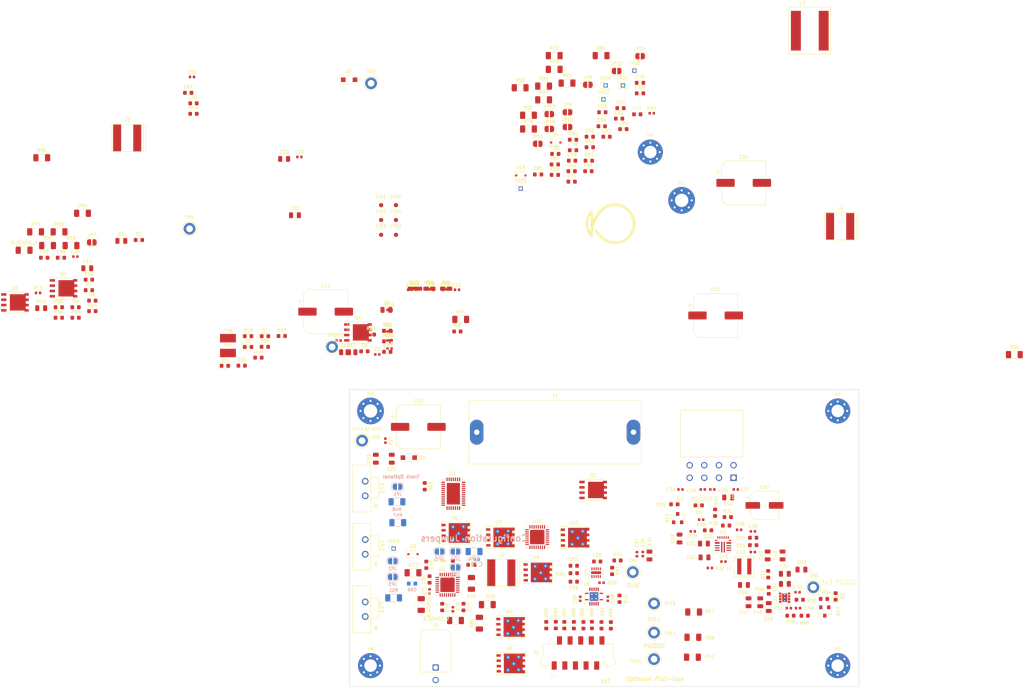
<source format=kicad_pcb>
(kicad_pcb (version 20171130) (host pcbnew "(5.1.2)-1")
  (title_block (title "Pufferfish Power Board V2") (rev 0.0))
  (layers (0 F.Cu signal) (1 In1.Cu signal) (2 In2.Cu signal) (31 B.Cu signal) (34 B.Paste user) (35 F.Paste user) (36 B.SilkS user) (37 F.SilkS user) (38 B.Mask user) (39 F.Mask user) (44 Edge.Cuts user))
  (net 0 "")
  (net 1 /LTC4015/PP-VC)
  (net 2 GND)
  (net 3 "Net-(C2-Pad1)")
  (net 4 /LTC4015/PP-CCREFP)
  (net 5 /LTC4015/PP-CCREFM)
  (net 6 VSYS-3V3)
  (net 7 "Net-(C6-Pad1)")
  (net 8 /LTC4015/LTC4421-SRC1)
  (net 9 /LTC4015/LTC4421-GATE1)
  (net 10 VIN_7812_2)
  (net 11 "Net-(C9-Pad1)")
  (net 12 INTCON_WALL)
  (net 13 VBAT-IN-12V)
  (net 14 "Net-(C25-Pad1)")
  (net 15 "Net-(C26-Pad1)")
  (net 16 VBUCK-INT-5V)
  (net 17 "/5V Buck/5V-SS")
  (net 18 "/5V Buck/5V-FB")
  (net 19 "Net-(C40-Pad2)")
  (net 20 "/5V Buck/5V-BUCK-SW")
  (net 21 VSYS-5V0)
  (net 22 "/3.3V Buck/3V3-SS")
  (net 23 "/3.3V Buck/3V3-FB")
  (net 24 "Net-(C55-Pad2)")
  (net 25 INTVCC-LTC4015)
  (net 26 /LTC7812/TRACK_SS1_1)
  (net 27 "Net-(C66-Pad1)")
  (net 28 /LTC7812/ITH_1_1)
  (net 29 "Net-(C67-Pad2)")
  (net 30 VIN_7812_1_RAW)
  (net 31 /LTC7812/INTVCC_1)
  (net 32 "Net-(C72-Pad2)")
  (net 33 "Net-(C73-Pad1)")
  (net 34 "Net-(C75-Pad1)")
  (net 35 "Net-(C76-Pad1)")
  (net 36 "Net-(C77-Pad1)")
  (net 37 "Net-(C77-Pad2)")
  (net 38 /LTC7812/SW_2_1)
  (net 39 "Net-(C79-Pad2)")
  (net 40 /LTC7812/VBIAS1)
  (net 41 /LTC7812/INTVCC_2)
  (net 42 "Net-(C93-Pad1)")
  (net 43 /LTC7812/BOOST_2_2)
  (net 44 /LTC7812/SW2_2)
  (net 45 VOUT_7812_24V)
  (net 46 "Net-(C97-Pad2)")
  (net 47 /LTC7812/ITH_2_2)
  (net 48 "Net-(C99-Pad1)")
  (net 49 "Net-(D5-Pad1)")
  (net 50 "Net-(D6-Pad1)")
  (net 51 "Net-(D7-Pad2)")
  (net 52 "Net-(D8-Pad2)")
  (net 53 "Net-(D9-Pad2)")
  (net 54 "Net-(D10-Pad2)")
  (net 55 "Net-(J2-Pad3)")
  (net 56 "Net-(J2-Pad5)")
  (net 57 "Net-(J2-Pad7)")
  (net 58 "Net-(J2-Pad9)")
  (net 59 "Net-(J2-Pad2)")
  (net 60 "Net-(J2-Pad4)")
  (net 61 "Net-(J2-Pad6)")
  (net 62 "Net-(J2-Pad8)")
  (net 63 V_LTC4015_OUT)
  (net 64 "Net-(JP1-Pad1)")
  (net 65 /LTC7812/EXTVCC1)
  (net 66 "Net-(JP2-Pad2)")
  (net 67 "Net-(JP4-Pad2)")
  (net 68 "Net-(JP5-Pad1)")
  (net 69 PGOOD_COMB)
  (net 70 /LTC7812/PGOOD1)
  (net 71 /LTC7812/OV_2_1)
  (net 72 "Net-(JP11-Pad2)")
  (net 73 "Net-(JP12-Pad1)")
  (net 74 "Net-(JP14-Pad2)")
  (net 75 /LTC7812/EXTVCC2)
  (net 76 "Net-(Q1-Pad5)")
  (net 77 /LTC4015/LTC4421-SENSE)
  (net 78 /LTC4015/LTC4421-SRC2)
  (net 79 "Net-(Q3-Pad4)")
  (net 80 "Net-(Q3-Pad5)")
  (net 81 "Net-(Q12-Pad3)")
  (net 82 VSYS-5V0-PGOOD)
  (net 83 3V3-PGOOD)
  (net 84 "Net-(Q13-Pad3)")
  (net 85 /LTC4015/PP-CELL0)
  (net 86 /LTC4015/PP-CELL1)
  (net 87 /LTC4015/PP-CELL2)
  (net 88 "Net-(R6-Pad2)")
  (net 89 "Net-(R8-Pad2)")
  (net 90 "Net-(R10-Pad1)")
  (net 91 "Net-(R20-Pad1)")
  (net 92 "Net-(R25-Pad1)")
  (net 93 "Net-(R27-Pad2)")
  (net 94 "/5V Buck/5V-MODE")
  (net 95 "/5V Buck/5V-EN")
  (net 96 "/5V Buck/5V-BUCK-BOOT")
  (net 97 "/3.3V Buck/3V3-EN")
  (net 98 /LTC2955/INT_LVL)
  (net 99 /LTC4015/PP-CHEM0)
  (net 100 /LTC7812/VFB_1_1)
  (net 101 /LTC2955/KILL_LVL)
  (net 102 /LTC2955/PG_LVL)
  (net 103 PP-SDA)
  (net 104 /LTC4015/PP-CHEM1)
  (net 105 PP-SCL)
  (net 106 PP-SMB-nALERT)
  (net 107 /LTC4015/PP-RT)
  (net 108 PP-EQ-EN)
  (net 109 /LTC4015/PP-MPPT)
  (net 110 "Net-(R75-Pad2)")
  (net 111 "Net-(R77-Pad2)")
  (net 112 "Net-(R78-Pad2)")
  (net 113 /LTC7812/BOOST_2_1)
  (net 114 LTC7812_PG)
  (net 115 LTC2955_SHDN_INT)
  (net 116 LTC2955_nKILL)
  (net 117 LTC2955_PGD)
  (net 118 "Net-(R91-Pad2)")
  (net 119 /LTC7812/VFB_2_2)
  (net 120 LTC7812_RUN)
  (net 121 "Net-(U5-Pad17)")
  (net 122 /LTC7812/TG_2_1)
  (net 123 "Net-(Q6-Pad5)")
  (net 124 "Net-(Q6-Pad4)")
  (net 125 /LTC7812/BG_2_1)
  (net 126 /LTC7812/BG_1_1)
  (net 127 "Net-(C91-Pad1)")
  (net 128 /LTC7812/PGOOD2)
  (net 129 /LTC7812/OV_2_2)
  (net 130 /LTC7812/BG_2_2)
  (net 131 /LTC7812/TG_2_2)
  (net 132 "Net-(U11-Pad17)")
  (net 133 "Net-(C3-Pad1)")
  (net 134 /LTC4015/LTC4421-CPO)
  (net 135 "Net-(C10-Pad2)")
  (net 136 "Net-(C10-Pad1)")
  (net 137 "Net-(C11-Pad1)")
  (net 138 "Net-(L3-Pad1)")
  (net 139 "Net-(L3-Pad2)")
  (net 140 "Net-(R6-Pad1)")
  (net 141 "Net-(R8-Pad1)")
  (net 142 "Net-(R14-Pad2)")
  (net 143 LTC4421-PWR-nCH1)
  (net 144 "Net-(R15-Pad2)")
  (net 145 LTC4421-PWR-nVALID1)
  (net 146 "Net-(R16-Pad2)")
  (net 147 LTC4421-PWR-nFAULT1)
  (net 148 "Net-(R17-Pad2)")
  (net 149 LTC4421-PWR-nCH2)
  (net 150 "Net-(R18-Pad2)")
  (net 151 LTC4421-PWR-nVALID2)
  (net 152 "Net-(R19-Pad2)")
  (net 153 LTC4421-PWR-nFAULT2)
  (net 154 LTC4421-PWR-nDISABLE1)
  (net 155 LTC4421-PWR-nDISABLE2)
  (net 156 "Net-(R23-Pad1)")
  (net 157 "Net-(U1-Pad8)")
  (net 158 "Net-(U1-Pad11)")
  (net 159 "Net-(U1-Pad12)")
  (net 160 "Net-(U1-Pad15)")
  (net 161 "Net-(U1-Pad18)")
  (net 162 "Net-(U1-Pad19)")
  (net 163 "Net-(U1-Pad20)")
  (net 164 "Net-(U1-Pad22)")
  (net 165 "Net-(U1-Pad23)")
  (net 166 "Net-(U1-Pad24)")
  (net 167 "Net-(U1-Pad25)")
  (net 168 "Net-(U1-Pad26)")
  (net 169 "Net-(U1-Pad29)")
  (net 170 "Net-(U1-Pad30)")
  (net 171 "Net-(U1-Pad31)")
  (net 172 "Net-(U1-Pad32)")
  (net 173 "Net-(U1-Pad33)")
  (net 174 "Net-(U1-Pad34)")
  (net 175 "Net-(U1-Pad35)")
  (net 176 "Net-(U5-Pad23)")
  (net 177 "Net-(U6-Pad9)")
  (net 178 "Net-(U6-Pad6)")
  (net 179 "Net-(U11-Pad1)")
  (net 180 "Net-(U11-Pad2)")
  (net 181 "Net-(U11-Pad4)")
  (net 182 "Net-(U11-Pad5)")
  (net 183 "Net-(U11-Pad6)")
  (net 184 "Net-(U11-Pad7)")
  (net 185 "Net-(U11-Pad8)")
  (net 186 "Net-(U11-Pad23)")
  (net 187 "Net-(U11-Pad31)")
  (net 188 "Net-(U11-Pad32)")
  (module Connector_Molex:Molex_Picoflex_90814-0010_2x05_P1.27mm_Vertical (layer F.Cu) (at 130.925 106.2 90)
    (fp_text reference J2 (at 0 -9.96 90) (layer F.SilkS) (effects (font (size 0.75 0.75))))
    (fp_text value PB_TO_STM32)
    (pad "" np_thru_hole circle (at -1.9 7.64 90) (size 1.9 1.9) (drill 1.9) (layers *.Cu *.Mask))
    (pad "" np_thru_hole circle (at -1.9 -7.64 90) (size 1.9 1.9) (drill 1.9) (layers *.Cu *.Mask))
    (pad 10 smd rect (at 3 5.71 90) (size 2 1.2) (layers F.Cu F.Paste F.Mask) (net 2 GND))
    (pad 8 smd rect (at 3 3.17 90) (size 2 1.2) (layers F.Cu F.Paste F.Mask) (net 62 "Net-(J2-Pad8)"))
    (pad 6 smd rect (at 3 0.63 90) (size 2 1.2) (layers F.Cu F.Paste F.Mask) (net 61 "Net-(J2-Pad6)"))
    (pad 4 smd rect (at 3 -1.91 90) (size 2 1.2) (layers F.Cu F.Paste F.Mask) (net 60 "Net-(J2-Pad4)"))
    (pad 2 smd rect (at 3 -4.45 90) (size 2 1.2) (layers F.Cu F.Paste F.Mask) (net 59 "Net-(J2-Pad2)"))
    (pad 9 smd rect (at -3 4.45 90) (size 2 1.2) (layers F.Cu F.Paste F.Mask) (net 58 "Net-(J2-Pad9)"))
    (pad 7 smd rect (at -3 1.91 90) (size 2 1.2) (layers F.Cu F.Paste F.Mask) (net 57 "Net-(J2-Pad7)"))
    (pad 5 smd rect (at -3 -0.63 90) (size 2 1.2) (layers F.Cu F.Paste F.Mask) (net 56 "Net-(J2-Pad5)"))
    (pad 3 smd rect (at -3 -3.17 90) (size 2 1.2) (layers F.Cu F.Paste F.Mask) (net 55 "Net-(J2-Pad3)"))
    (pad 1 smd rect (at -3 -5.71 90) (size 2 1.2) (layers F.Cu F.Paste F.Mask) (net 6 VSYS-3V3))
  )
  (module Pufferfish:RES_SMD_0603 (layer F.Cu) (at 183.94 93.464 180)
    (fp_text reference R38 (at -2.8125 -0.2) (layer F.SilkS) (effects (font (size 0.75 0.75))))
    (fp_text value RES_10K_0603_SMD)
    (pad 2 smd roundrect (at 0.7875 0 180) (size 0.875 0.95) (layers F.Cu F.Paste F.Mask) (net 83 3V3-PGOOD))
    (pad 1 smd roundrect (at -0.7875 0 180) (size 0.875 0.95) (layers F.Cu F.Paste F.Mask) (net 6 VSYS-3V3))
  )
  (module Pufferfish:TPS82130SILR (layer F.Cu) (at 180.34 92.964)
    (fp_text reference U3 (at -2.2 0.3 90) (layer F.SilkS) (effects (font (size 0.75 0.75))))
    (fp_text value TPS82130 hide)
    (pad 1 smd rect (at -1.05 -0.974999) (size 0.599999 0.499999) (layers F.Cu F.Paste F.Mask) (net 97 "/3.3V Buck/3V3-EN"))
    (pad 2 smd rect (at -1.05 -0.325001) (size 0.599999 0.499999) (layers F.Cu F.Paste F.Mask) (net 10 VIN_7812_2))
    (pad 3 smd rect (at -1.05 0.325001) (size 0.599999 0.499999) (layers F.Cu F.Paste F.Mask) (net 2 GND))
    (pad 4 smd rect (at -1.05 0.974999) (size 0.599999 0.499999) (layers F.Cu F.Paste F.Mask) (net 6 VSYS-3V3))
    (pad 5 smd rect (at 1.05 0.974999) (size 0.599999 0.499999) (layers F.Cu F.Paste F.Mask) (net 6 VSYS-3V3))
    (pad 6 smd rect (at 1.05 0.325001) (size 0.599999 0.499999) (layers F.Cu F.Paste F.Mask) (net 23 "/3.3V Buck/3V3-FB"))
    (pad 7 smd rect (at 1.05 -0.325001) (size 0.599999 0.499999) (layers F.Cu F.Paste F.Mask) (net 83 3V3-PGOOD))
    (pad 8 smd rect (at 1.05 -0.974999) (size 0.599999 0.499999) (layers F.Cu F.Paste F.Mask) (net 22 "/3.3V Buck/3V3-SS"))
    (pad 9 smd rect (at 0 0) (size 1.2 2.000001) (layers F.Cu F.Paste F.Mask) (net 2 GND))
    (pad V thru_hole circle (at 0 0) (size 0.5334 0.5334) (drill 0.254) (layers *.Cu *.Mask))
    (pad V thru_hole circle (at 0 -0.750001) (size 0.5334 0.5334) (drill 0.254) (layers *.Cu *.Mask))
    (pad V thru_hole circle (at 0 0.750001) (size 0.5334 0.5334) (drill 0.254) (layers *.Cu *.Mask))
  )
  (module Fuse:Fuseholder_Cylinder-6.3x32mm_Schurter_0031-8002_Horizontal_Open (layer F.Cu) (at 106.68 53.34)
    (fp_text reference F1 (at 18.85 -8.65) (layer F.SilkS) (effects (font (size 0.75 0.75))))
    (fp_text value Fuse)
    (pad 1 thru_hole oval (at 0 0) (size 3.25 6) (drill 1.3) (layers *.Cu *.Mask) (net 30 VIN_7812_1_RAW))
    (pad 2 thru_hole oval (at 37.5 0) (size 3.25 6) (drill 1.3) (layers *.Cu *.Mask) (net 63 V_LTC4015_OUT))
    (pad "" np_thru_hole circle (at 18.75 0) (size 3.2 3.2) (drill 3.2) (layers *.Cu *.Mask))
  )
  (module Package_DFN_QFN:QFN-32-1EP_5x5mm_P0.5mm_EP3.45x3.45mm (layer F.Cu) (at 99.695 89.875)
    (fp_text reference U5 (at -1.435 -3.82) (layer F.SilkS) (effects (font (size 0.75 0.75))))
    (fp_text value LTC7812)
    (pad 32 smd roundrect (at -1.75 -2.4375) (size 0.25 0.875) (layers F.Cu F.Paste F.Mask) (net 111 "Net-(R77-Pad2)"))
    (pad 31 smd roundrect (at -1.25 -2.4375) (size 0.25 0.875) (layers F.Cu F.Paste F.Mask) (net 126 /LTC7812/BG_1_1))
    (pad 30 smd roundrect (at -0.75 -2.4375) (size 0.25 0.875) (layers F.Cu F.Paste F.Mask) (net 38 /LTC7812/SW_2_1))
    (pad 29 smd roundrect (at -0.25 -2.4375) (size 0.25 0.875) (layers F.Cu F.Paste F.Mask) (net 122 /LTC7812/TG_2_1))
    (pad 28 smd roundrect (at 0.25 -2.4375) (size 0.25 0.875) (layers F.Cu F.Paste F.Mask) (net 113 /LTC7812/BOOST_2_1))
    (pad 27 smd roundrect (at 0.75 -2.4375) (size 0.25 0.875) (layers F.Cu F.Paste F.Mask) (net 125 /LTC7812/BG_2_1))
    (pad 26 smd roundrect (at 1.25 -2.4375) (size 0.25 0.875) (layers F.Cu F.Paste F.Mask) (net 40 /LTC7812/VBIAS1))
    (pad 25 smd roundrect (at 1.75 -2.4375) (size 0.25 0.875) (layers F.Cu F.Paste F.Mask) (net 65 /LTC7812/EXTVCC1))
    (pad 24 smd roundrect (at 2.4375 -1.75) (size 0.875 0.25) (layers F.Cu F.Paste F.Mask) (net 31 /LTC7812/INTVCC_1))
    (pad 23 smd roundrect (at 2.4375 -1.25) (size 0.875 0.25) (layers F.Cu F.Paste F.Mask) (net 176 "Net-(U5-Pad23)"))
    (pad 22 smd roundrect (at 2.4375 -0.75) (size 0.875 0.25) (layers F.Cu F.Paste F.Mask) (net 71 /LTC7812/OV_2_1))
    (pad 21 smd roundrect (at 2.4375 -0.25) (size 0.875 0.25) (layers F.Cu F.Paste F.Mask) (net 2 GND))
    (pad 20 smd roundrect (at 2.4375 0.25) (size 0.875 0.25) (layers F.Cu F.Paste F.Mask) (net 2 GND))
    (pad 19 smd roundrect (at 2.4375 0.75) (size 0.875 0.25) (layers F.Cu F.Paste F.Mask) (net 121 "Net-(U5-Pad17)"))
    (pad 18 smd roundrect (at 2.4375 1.25) (size 0.875 0.25) (layers F.Cu F.Paste F.Mask) (net 2 GND))
    (pad 17 smd roundrect (at 2.4375 1.75) (size 0.875 0.25) (layers F.Cu F.Paste F.Mask) (net 121 "Net-(U5-Pad17)"))
    (pad 16 smd roundrect (at 1.75 2.4375) (size 0.25 0.875) (layers F.Cu F.Paste F.Mask) (net 2 GND))
    (pad 15 smd roundrect (at 1.25 2.4375) (size 0.25 0.875) (layers F.Cu F.Paste F.Mask) (net 36 "Net-(C77-Pad1)"))
    (pad 14 smd roundrect (at 0.75 2.4375) (size 0.25 0.875) (layers F.Cu F.Paste F.Mask) (net 112 "Net-(R78-Pad2)"))
    (pad 13 smd roundrect (at 0.25 2.4375) (size 0.25 0.875) (layers F.Cu F.Paste F.Mask) (net 35 "Net-(C76-Pad1)"))
    (pad 12 smd roundrect (at -0.25 2.4375) (size 0.25 0.875) (layers F.Cu F.Paste F.Mask) (net 30 VIN_7812_1_RAW))
    (pad 11 smd roundrect (at -0.75 2.4375) (size 0.25 0.875) (layers F.Cu F.Paste F.Mask) (net 34 "Net-(C75-Pad1)"))
    (pad 10 smd roundrect (at -1.25 2.4375) (size 0.25 0.875) (layers F.Cu F.Paste F.Mask) (net 67 "Net-(JP4-Pad2)"))
    (pad 9 smd roundrect (at -1.75 2.4375) (size 0.25 0.875) (layers F.Cu F.Paste F.Mask) (net 110 "Net-(R75-Pad2)"))
    (pad 8 smd roundrect (at -2.4375 1.75) (size 0.875 0.25) (layers F.Cu F.Paste F.Mask) (net 10 VIN_7812_2))
    (pad 7 smd roundrect (at -2.4375 1.25) (size 0.875 0.25) (layers F.Cu F.Paste F.Mask) (net 32 "Net-(C72-Pad2)"))
    (pad 6 smd roundrect (at -2.4375 0.75) (size 0.875 0.25) (layers F.Cu F.Paste F.Mask) (net 100 /LTC7812/VFB_1_1))
    (pad 5 smd roundrect (at -2.4375 0.25) (size 0.875 0.25) (layers F.Cu F.Paste F.Mask) (net 28 /LTC7812/ITH_1_1))
    (pad 4 smd roundrect (at -2.4375 -0.25) (size 0.875 0.25) (layers F.Cu F.Paste F.Mask) (net 26 /LTC7812/TRACK_SS1_1))
    (pad 3 smd roundrect (at -2.4375 -0.75) (size 0.875 0.25) (layers F.Cu F.Paste F.Mask) (net 70 /LTC7812/PGOOD1))
    (pad 2 smd roundrect (at -2.4375 -1.25) (size 0.875 0.25) (layers F.Cu F.Paste F.Mask) (net 124 "Net-(Q6-Pad4)"))
    (pad 1 smd roundrect (at -2.4375 -1.75) (size 0.875 0.25) (layers F.Cu F.Paste F.Mask) (net 10 VIN_7812_2))
    (pad 33 smd roundrect (at 0 0) (size 3.45 3.45) (layers F.Cu F.Mask) (roundrect_rratio 0.072464) (net 2 GND))
  )
  (module Pufferfish:DFN-10-1EP_2x3mm_P0.5mm_EP0.64x2.4mm (layer F.Cu) (at 135.252 86.969 90)
    (fp_text reference U4 (at 0 -2.55 90) (layer F.SilkS) (effects (font (size 0.75 0.75))))
    (fp_text value LTC2955)
    (pad 1 smd rect (at -0.925 -1 90) (size 0.7 0.25) (layers F.Cu F.Paste F.Mask) (net 98 /LTC2955/INT_LVL))
    (pad 2 smd rect (at -0.925 -0.5 90) (size 0.7 0.25) (layers F.Cu F.Paste F.Mask) (net 102 /LTC2955/PG_LVL))
    (pad 3 smd rect (at -0.925 0 90) (size 0.7 0.25) (layers F.Cu F.Paste F.Mask) (net 120 LTC7812_RUN))
    (pad 4 smd rect (at -0.925 0.5 90) (size 0.7 0.25) (layers F.Cu F.Paste F.Mask) (net 15 "Net-(C26-Pad1)"))
    (pad 5 smd rect (at -0.925 1 90) (size 0.7 0.25) (layers F.Cu F.Paste F.Mask) (net 93 "Net-(R27-Pad2)"))
    (pad 6 smd rect (at 0.925 1 90) (size 0.7 0.25) (layers F.Cu F.Paste F.Mask) (net 2 GND))
    (pad 7 smd rect (at 0.925 0.5 90) (size 0.7 0.25) (layers F.Cu F.Paste F.Mask) (net 15 "Net-(C26-Pad1)"))
    (pad 8 smd rect (at 0.925 0 90) (size 0.7 0.25) (layers F.Cu F.Paste F.Mask) (net 24 "Net-(C55-Pad2)"))
    (pad 9 smd rect (at 0.925 -0.5 90) (size 0.7 0.25) (layers F.Cu F.Paste F.Mask) (net 101 /LTC2955/KILL_LVL))
    (pad 10 smd rect (at 0.925 -1 90) (size 0.7 0.25) (layers F.Cu F.Paste F.Mask) (net 92 "Net-(R25-Pad1)"))
    (pad 11 smd rect (at 0 0 90) (size 0.64 2.4) (layers F.Cu F.Mask))
  )
  (module Package_DFN_QFN:QFN-32-1EP_5x5mm_P0.5mm_EP3.45x3.45mm (layer F.Cu) (at 121.15 78.45)
    (fp_text reference U11 (at 0 -3.82) (layer F.SilkS) (effects (font (size 0.75 0.75))))
    (fp_text value LTC7812-LTC7812)
    (pad 32 smd roundrect (at -1.75 -2.4375) (size 0.25 0.875) (layers F.Cu F.Paste F.Mask) (net 188 "Net-(U11-Pad32)"))
    (pad 31 smd roundrect (at -1.25 -2.4375) (size 0.25 0.875) (layers F.Cu F.Paste F.Mask) (net 187 "Net-(U11-Pad31)"))
    (pad 30 smd roundrect (at -0.75 -2.4375) (size 0.25 0.875) (layers F.Cu F.Paste F.Mask) (net 44 /LTC7812/SW2_2))
    (pad 29 smd roundrect (at -0.25 -2.4375) (size 0.25 0.875) (layers F.Cu F.Paste F.Mask) (net 131 /LTC7812/TG_2_2))
    (pad 28 smd roundrect (at 0.25 -2.4375) (size 0.25 0.875) (layers F.Cu F.Paste F.Mask) (net 43 /LTC7812/BOOST_2_2))
    (pad 27 smd roundrect (at 0.75 -2.4375) (size 0.25 0.875) (layers F.Cu F.Paste F.Mask) (net 130 /LTC7812/BG_2_2))
    (pad 26 smd roundrect (at 1.25 -2.4375) (size 0.25 0.875) (layers F.Cu F.Paste F.Mask) (net 10 VIN_7812_2))
    (pad 25 smd roundrect (at 1.75 -2.4375) (size 0.25 0.875) (layers F.Cu F.Paste F.Mask) (net 75 /LTC7812/EXTVCC2))
    (pad 24 smd roundrect (at 2.4375 -1.75) (size 0.875 0.25) (layers F.Cu F.Paste F.Mask) (net 41 /LTC7812/INTVCC_2))
    (pad 23 smd roundrect (at 2.4375 -1.25) (size 0.875 0.25) (layers F.Cu F.Paste F.Mask) (net 186 "Net-(U11-Pad23)"))
    (pad 22 smd roundrect (at 2.4375 -0.75) (size 0.875 0.25) (layers F.Cu F.Paste F.Mask) (net 129 /LTC7812/OV_2_2))
    (pad 21 smd roundrect (at 2.4375 -0.25) (size 0.875 0.25) (layers F.Cu F.Paste F.Mask) (net 2 GND))
    (pad 20 smd roundrect (at 2.4375 0.25) (size 0.875 0.25) (layers F.Cu F.Paste F.Mask) (net 2 GND))
    (pad 19 smd roundrect (at 2.4375 0.75) (size 0.875 0.25) (layers F.Cu F.Paste F.Mask) (net 132 "Net-(U11-Pad17)"))
    (pad 18 smd roundrect (at 2.4375 1.25) (size 0.875 0.25) (layers F.Cu F.Paste F.Mask) (net 2 GND))
    (pad 17 smd roundrect (at 2.4375 1.75) (size 0.875 0.25) (layers F.Cu F.Paste F.Mask) (net 132 "Net-(U11-Pad17)"))
    (pad 16 smd roundrect (at 1.75 2.4375) (size 0.25 0.875) (layers F.Cu F.Paste F.Mask) (net 2 GND))
    (pad 15 smd roundrect (at 1.25 2.4375) (size 0.25 0.875) (layers F.Cu F.Paste F.Mask) (net 47 /LTC7812/ITH_2_2))
    (pad 14 smd roundrect (at 0.75 2.4375) (size 0.25 0.875) (layers F.Cu F.Paste F.Mask) (net 119 /LTC7812/VFB_2_2))
    (pad 13 smd roundrect (at 0.25 2.4375) (size 0.25 0.875) (layers F.Cu F.Paste F.Mask) (net 42 "Net-(C93-Pad1)"))
    (pad 12 smd roundrect (at -0.25 2.4375) (size 0.25 0.875) (layers F.Cu F.Paste F.Mask) (net 10 VIN_7812_2))
    (pad 11 smd roundrect (at -0.75 2.4375) (size 0.25 0.875) (layers F.Cu F.Paste F.Mask) (net 127 "Net-(C91-Pad1)"))
    (pad 10 smd roundrect (at -1.25 2.4375) (size 0.25 0.875) (layers F.Cu F.Paste F.Mask) (net 72 "Net-(JP11-Pad2)"))
    (pad 9 smd roundrect (at -1.75 2.4375) (size 0.25 0.875) (layers F.Cu F.Paste F.Mask) (net 118 "Net-(R91-Pad2)"))
    (pad 8 smd roundrect (at -2.4375 1.75) (size 0.875 0.25) (layers F.Cu F.Paste F.Mask) (net 185 "Net-(U11-Pad8)"))
    (pad 7 smd roundrect (at -2.4375 1.25) (size 0.875 0.25) (layers F.Cu F.Paste F.Mask) (net 184 "Net-(U11-Pad7)"))
    (pad 6 smd roundrect (at -2.4375 0.75) (size 0.875 0.25) (layers F.Cu F.Paste F.Mask) (net 183 "Net-(U11-Pad6)"))
    (pad 5 smd roundrect (at -2.4375 0.25) (size 0.875 0.25) (layers F.Cu F.Paste F.Mask) (net 182 "Net-(U11-Pad5)"))
    (pad 4 smd roundrect (at -2.4375 -0.25) (size 0.875 0.25) (layers F.Cu F.Paste F.Mask) (net 181 "Net-(U11-Pad4)"))
    (pad 3 smd roundrect (at -2.4375 -0.75) (size 0.875 0.25) (layers F.Cu F.Paste F.Mask) (net 128 /LTC7812/PGOOD2))
    (pad 2 smd roundrect (at -2.4375 -1.25) (size 0.875 0.25) (layers F.Cu F.Paste F.Mask) (net 180 "Net-(U11-Pad2)"))
    (pad 1 smd roundrect (at -2.4375 -1.75) (size 0.875 0.25) (layers F.Cu F.Paste F.Mask) (net 179 "Net-(U11-Pad1)"))
    (pad 33 smd roundrect (at 0 0) (size 3.45 3.45) (layers F.Cu F.Mask) (roundrect_rratio 0.072464) (net 2 GND))
  )
  (module Pufferfish:1722871202 (layer F.Cu) (at 80.01 68.58 270)
    (fp_text reference J5 (at 2.54 -2.54 270) (layer F.SilkS) (effects (font (size 0.75 0.75))))
    (fp_text value 1722871202)
    (fp_text user 24V (at -1.778 -4.064 90) (layer F.SilkS))
    (pad "" np_thru_hole circle (at 2.5 0.63 270) (size 2.3 2.3) (drill 2.3) (layers *.Cu *.Mask))
    (pad "" np_thru_hole circle (at -6 0.63 270) (size 2.3 2.3) (drill 2.3) (layers *.Cu *.Mask))
    (pad 2 thru_hole circle (at 0 0 270) (size 1.6 1.6) (drill 1.02) (layers *.Cu *.Mask) (net 2 GND))
    (pad 1 thru_hole circle (at -3.5 0 270) (size 1.6 1.6) (drill 1.02) (layers *.Cu *.Mask) (net 12 INTCON_WALL))
  )
  (module Pufferfish:1722871202 (layer F.Cu) (at 80.01 82.55 270)
    (fp_text reference J4 (at 2.54 -2.54 90) (layer F.SilkS) (effects (font (size 0.75 0.75))))
    (fp_text value 1722871202)
    (fp_text user 24V (at -2.032 -4.064 90) (layer F.SilkS))
    (pad "" np_thru_hole circle (at 2.5 0.63 270) (size 2.3 2.3) (drill 2.3) (layers *.Cu *.Mask))
    (pad "" np_thru_hole circle (at -6 0.63 270) (size 2.3 2.3) (drill 2.3) (layers *.Cu *.Mask))
    (pad 2 thru_hole circle (at 0 0 270) (size 1.6 1.6) (drill 1.02) (layers *.Cu *.Mask) (net 2 GND))
    (pad 1 thru_hole circle (at -3.5 0 270) (size 1.6 1.6) (drill 1.02) (layers *.Cu *.Mask) (net 12 INTCON_WALL))
  )
  (module Pufferfish:1722871202 (layer F.Cu) (at 80.01 97.48 270)
    (fp_text reference J6 (at 2.85 -2.54 90) (layer F.SilkS) (effects (font (size 0.75 0.75))))
    (fp_text value 1722871202)
    (fp_text user 12V (at -2.23 -3.81 90) (layer F.SilkS))
    (pad "" np_thru_hole circle (at 2.5 0.63 270) (size 2.3 2.3) (drill 2.3) (layers *.Cu *.Mask))
    (pad "" np_thru_hole circle (at -6 0.63 270) (size 2.3 2.3) (drill 2.3) (layers *.Cu *.Mask))
    (pad 2 thru_hole circle (at 0 0 270) (size 1.6 1.6) (drill 1.02) (layers *.Cu *.Mask) (net 2 GND))
    (pad 1 thru_hole circle (at -3.5 0 270) (size 1.6 1.6) (drill 1.02) (layers *.Cu *.Mask) (net 13 VBAT-IN-12V))
  )
  (module MountingHole:MountingHole_3mm_Pad_Via (layer F.Cu) (at 193.04 48.26)
    (fp_text reference H5 (at 0 -4) (layer F.SilkS) (effects (font (size 0.75 0.75))))
    (fp_text value STANDOFF_ELECTRICAL)
    (pad 1 thru_hole circle (at 1.59099 -1.59099) (size 0.8 0.8) (drill 0.5) (layers *.Cu *.Mask) (net 2 GND))
    (pad 1 thru_hole circle (at 0 -2.25) (size 0.8 0.8) (drill 0.5) (layers *.Cu *.Mask) (net 2 GND))
    (pad 1 thru_hole circle (at -1.59099 -1.59099) (size 0.8 0.8) (drill 0.5) (layers *.Cu *.Mask) (net 2 GND))
    (pad 1 thru_hole circle (at -2.25 0) (size 0.8 0.8) (drill 0.5) (layers *.Cu *.Mask) (net 2 GND))
    (pad 1 thru_hole circle (at -1.59099 1.59099) (size 0.8 0.8) (drill 0.5) (layers *.Cu *.Mask) (net 2 GND))
    (pad 1 thru_hole circle (at 0 2.25) (size 0.8 0.8) (drill 0.5) (layers *.Cu *.Mask) (net 2 GND))
    (pad 1 thru_hole circle (at 1.59099 1.59099) (size 0.8 0.8) (drill 0.5) (layers *.Cu *.Mask) (net 2 GND))
    (pad 1 thru_hole circle (at 2.25 0) (size 0.8 0.8) (drill 0.5) (layers *.Cu *.Mask) (net 2 GND))
    (pad 1 thru_hole circle (at 0 0) (size 6 6) (drill 3) (layers *.Cu *.Mask) (net 2 GND))
  )
  (module Pufferfish:PG-TDSON-8 (layer F.Cu) (at 101.285 73.88)
    (fp_text reference U8 (at 0 0) (layer F.SilkS) (effects (font (size 0.75 0.75))))
    (fp_text value BSC027N04LSG hide)
    (pad 5 thru_hole circle (at 1.06172 3.67792 270) (size 1 1) (drill 0.35) (layers *.Cu *.Mask) (net 40 /LTC7812/VBIAS1))
    (pad 5 thru_hole circle (at -0.31496 5.17652 270) (size 1 1) (drill 0.35) (layers *.Cu *.Mask) (net 40 /LTC7812/VBIAS1))
    (pad 5 thru_hole circle (at 2.21996 2.06248 270) (size 1 1) (drill 0.35) (layers *.Cu *.Mask) (net 40 /LTC7812/VBIAS1))
    (pad 5 thru_hole circle (at -0.2794 2.14376 270) (size 1 1) (drill 0.35) (layers *.Cu *.Mask) (net 40 /LTC7812/VBIAS1))
    (pad 5 thru_hole circle (at 2.21996 5.1308 270) (size 1 1) (drill 0.35) (layers *.Cu *.Mask) (net 40 /LTC7812/VBIAS1))
    (pad 5 smd rect (at 3.15 1.59 270) (size 0.7 0.5) (layers F.Cu F.Paste) (net 40 /LTC7812/VBIAS1))
    (pad 5 smd rect (at 3.55 4.23 270) (size 0.6 0.5) (layers F.Cu) (net 40 /LTC7812/VBIAS1))
    (pad 5 smd rect (at 3.56 2.91 270) (size 0.6 0.5) (layers F.Cu) (net 40 /LTC7812/VBIAS1))
    (pad 5 smd rect (at 3.55 5.59 270) (size 0.7 0.5) (layers F.Cu) (net 40 /LTC7812/VBIAS1))
    (pad 5 smd rect (at 3.55 1.59 270) (size 0.7 0.5) (layers F.Cu) (net 40 /LTC7812/VBIAS1))
    (pad 2 smd rect (at -2.525 2.94 270) (size 0.6 1) (layers F.Cu) (net 38 /LTC7812/SW_2_1))
    (pad 1 smd rect (at -2.55 1.69 270) (size 0.6 1) (layers F.Cu) (net 38 /LTC7812/SW_2_1))
    (pad 5 smd rect (at -0.15 4.79 270) (size 1.7 1.8) (layers F.Cu) (net 40 /LTC7812/VBIAS1))
    (pad 5 smd rect (at -0.15 2.39 270) (size 1.7 1.8) (layers F.Cu) (net 40 /LTC7812/VBIAS1))
    (pad 5 smd rect (at 2 4.79 270) (size 1.7 1.8) (layers F.Cu) (net 40 /LTC7812/VBIAS1))
    (pad 5 smd rect (at 2 2.39 270) (size 1.7 1.8) (layers F.Cu) (net 40 /LTC7812/VBIAS1))
    (pad 4 smd rect (at -2.5 5.475 270) (size 0.6 1) (layers F.Cu) (net 122 /LTC7812/TG_2_1))
    (pad 3 smd rect (at -2.5 4.24 270) (size 0.6 1) (layers F.Cu) (net 38 /LTC7812/SW_2_1))
    (pad 5 smd rect (at 3.25 4.23 90) (size 0.6 0.5) (layers F.Cu F.Paste) (net 40 /LTC7812/VBIAS1))
    (pad 5 smd rect (at 3.25 2.91 270) (size 0.6 0.5) (layers F.Cu F.Paste) (net 40 /LTC7812/VBIAS1))
    (pad 5 smd rect (at 3.25 5.59 270) (size 0.7 0.5) (layers F.Cu F.Paste) (net 40 /LTC7812/VBIAS1))
    (pad 5 smd rect (at 0.95 3.59 270) (size 4.7 4.5) (layers F.Cu) (net 40 /LTC7812/VBIAS1))
  )
  (module Pufferfish:PG-TDSON-8 (layer F.Cu) (at 114.4 96.375)
    (fp_text reference Q5 (at 0 0) (layer F.SilkS) (effects (font (size 0.75 0.75))))
    (fp_text value Q_NMOS_BSC093N04LSG hide)
    (pad 5 thru_hole circle (at 1.06172 3.67792 270) (size 1 1) (drill 0.35) (layers *.Cu *.Mask) (net 10 VIN_7812_2))
    (pad 5 thru_hole circle (at -0.31496 5.17652 270) (size 1 1) (drill 0.35) (layers *.Cu *.Mask) (net 10 VIN_7812_2))
    (pad 5 thru_hole circle (at 2.21996 2.06248 270) (size 1 1) (drill 0.35) (layers *.Cu *.Mask) (net 10 VIN_7812_2))
    (pad 5 thru_hole circle (at -0.2794 2.14376 270) (size 1 1) (drill 0.35) (layers *.Cu *.Mask) (net 10 VIN_7812_2))
    (pad 5 thru_hole circle (at 2.21996 5.1308 270) (size 1 1) (drill 0.35) (layers *.Cu *.Mask) (net 10 VIN_7812_2))
    (pad 5 smd rect (at 3.15 1.59 270) (size 0.7 0.5) (layers F.Cu F.Paste) (net 10 VIN_7812_2))
    (pad 5 smd rect (at 3.55 4.23 270) (size 0.6 0.5) (layers F.Cu) (net 10 VIN_7812_2))
    (pad 5 smd rect (at 3.56 2.91 270) (size 0.6 0.5) (layers F.Cu) (net 10 VIN_7812_2))
    (pad 5 smd rect (at 3.55 5.59 270) (size 0.7 0.5) (layers F.Cu) (net 10 VIN_7812_2))
    (pad 5 smd rect (at 3.55 1.59 270) (size 0.7 0.5) (layers F.Cu) (net 10 VIN_7812_2))
    (pad 2 smd rect (at -2.525 2.94 270) (size 0.6 1) (layers F.Cu) (net 2 GND))
    (pad 1 smd rect (at -2.55 1.69 270) (size 0.6 1) (layers F.Cu) (net 2 GND))
    (pad 5 smd rect (at -0.15 4.79 270) (size 1.7 1.8) (layers F.Cu) (net 10 VIN_7812_2))
    (pad 5 smd rect (at -0.15 2.39 270) (size 1.7 1.8) (layers F.Cu) (net 10 VIN_7812_2))
    (pad 5 smd rect (at 2 4.79 270) (size 1.7 1.8) (layers F.Cu) (net 10 VIN_7812_2))
    (pad 5 smd rect (at 2 2.39 270) (size 1.7 1.8) (layers F.Cu) (net 10 VIN_7812_2))
    (pad 4 smd rect (at -2.5 5.475 270) (size 0.6 1) (layers F.Cu) (net 126 /LTC7812/BG_1_1))
    (pad 3 smd rect (at -2.5 4.24 270) (size 0.6 1) (layers F.Cu) (net 2 GND))
    (pad 5 smd rect (at 3.25 4.23 90) (size 0.6 0.5) (layers F.Cu F.Paste) (net 10 VIN_7812_2))
    (pad 5 smd rect (at 3.25 2.91 270) (size 0.6 0.5) (layers F.Cu F.Paste) (net 10 VIN_7812_2))
    (pad 5 smd rect (at 3.25 5.59 270) (size 0.7 0.5) (layers F.Cu F.Paste) (net 10 VIN_7812_2))
    (pad 5 smd rect (at 0.95 3.59 270) (size 4.7 4.5) (layers F.Cu) (net 10 VIN_7812_2))
  )
  (module Pufferfish:PG-TDSON-8 (layer F.Cu) (at 114.475 105.1)
    (fp_text reference Q6 (at 0 0) (layer F.SilkS) (effects (font (size 0.75 0.75))))
    (fp_text value Q_NMOS_BSC093N04LSG hide)
    (pad 5 thru_hole circle (at 1.06172 3.67792 270) (size 1 1) (drill 0.35) (layers *.Cu *.Mask) (net 123 "Net-(Q6-Pad5)"))
    (pad 5 thru_hole circle (at -0.31496 5.17652 270) (size 1 1) (drill 0.35) (layers *.Cu *.Mask) (net 123 "Net-(Q6-Pad5)"))
    (pad 5 thru_hole circle (at 2.21996 2.06248 270) (size 1 1) (drill 0.35) (layers *.Cu *.Mask) (net 123 "Net-(Q6-Pad5)"))
    (pad 5 thru_hole circle (at -0.2794 2.14376 270) (size 1 1) (drill 0.35) (layers *.Cu *.Mask) (net 123 "Net-(Q6-Pad5)"))
    (pad 5 thru_hole circle (at 2.21996 5.1308 270) (size 1 1) (drill 0.35) (layers *.Cu *.Mask) (net 123 "Net-(Q6-Pad5)"))
    (pad 5 smd rect (at 3.15 1.59 270) (size 0.7 0.5) (layers F.Cu F.Paste) (net 123 "Net-(Q6-Pad5)"))
    (pad 5 smd rect (at 3.55 4.23 270) (size 0.6 0.5) (layers F.Cu) (net 123 "Net-(Q6-Pad5)"))
    (pad 5 smd rect (at 3.56 2.91 270) (size 0.6 0.5) (layers F.Cu) (net 123 "Net-(Q6-Pad5)"))
    (pad 5 smd rect (at 3.55 5.59 270) (size 0.7 0.5) (layers F.Cu) (net 123 "Net-(Q6-Pad5)"))
    (pad 5 smd rect (at 3.55 1.59 270) (size 0.7 0.5) (layers F.Cu) (net 123 "Net-(Q6-Pad5)"))
    (pad 2 smd rect (at -2.525 2.94 270) (size 0.6 1) (layers F.Cu) (net 10 VIN_7812_2))
    (pad 1 smd rect (at -2.55 1.69 270) (size 0.6 1) (layers F.Cu) (net 10 VIN_7812_2))
    (pad 5 smd rect (at -0.15 4.79 270) (size 1.7 1.8) (layers F.Cu) (net 123 "Net-(Q6-Pad5)"))
    (pad 5 smd rect (at -0.15 2.39 270) (size 1.7 1.8) (layers F.Cu) (net 123 "Net-(Q6-Pad5)"))
    (pad 5 smd rect (at 2 4.79 270) (size 1.7 1.8) (layers F.Cu) (net 123 "Net-(Q6-Pad5)"))
    (pad 5 smd rect (at 2 2.39 270) (size 1.7 1.8) (layers F.Cu) (net 123 "Net-(Q6-Pad5)"))
    (pad 4 smd rect (at -2.5 5.475 270) (size 0.6 1) (layers F.Cu) (net 124 "Net-(Q6-Pad4)"))
    (pad 3 smd rect (at -2.5 4.24 270) (size 0.6 1) (layers F.Cu) (net 10 VIN_7812_2))
    (pad 5 smd rect (at 3.25 4.23 90) (size 0.6 0.5) (layers F.Cu F.Paste) (net 123 "Net-(Q6-Pad5)"))
    (pad 5 smd rect (at 3.25 2.91 270) (size 0.6 0.5) (layers F.Cu F.Paste) (net 123 "Net-(Q6-Pad5)"))
    (pad 5 smd rect (at 3.25 5.59 270) (size 0.7 0.5) (layers F.Cu F.Paste) (net 123 "Net-(Q6-Pad5)"))
    (pad 5 smd rect (at 0.95 3.59 270) (size 4.7 4.5) (layers F.Cu) (net 123 "Net-(Q6-Pad5)"))
  )
  (module Pufferfish:PG-TDSON-8 (layer F.Cu) (at 111.975 74.95)
    (fp_text reference U7 (at 0 0) (layer F.SilkS) (effects (font (size 0.75 0.75))))
    (fp_text value BSC027N04LSG hide)
    (pad 5 thru_hole circle (at 1.06172 3.67792 270) (size 1 1) (drill 0.35) (layers *.Cu *.Mask) (net 38 /LTC7812/SW_2_1))
    (pad 5 thru_hole circle (at -0.31496 5.17652 270) (size 1 1) (drill 0.35) (layers *.Cu *.Mask) (net 38 /LTC7812/SW_2_1))
    (pad 5 thru_hole circle (at 2.21996 2.06248 270) (size 1 1) (drill 0.35) (layers *.Cu *.Mask) (net 38 /LTC7812/SW_2_1))
    (pad 5 thru_hole circle (at -0.2794 2.14376 270) (size 1 1) (drill 0.35) (layers *.Cu *.Mask) (net 38 /LTC7812/SW_2_1))
    (pad 5 thru_hole circle (at 2.21996 5.1308 270) (size 1 1) (drill 0.35) (layers *.Cu *.Mask) (net 38 /LTC7812/SW_2_1))
    (pad 5 smd rect (at 3.15 1.59 270) (size 0.7 0.5) (layers F.Cu F.Paste) (net 38 /LTC7812/SW_2_1))
    (pad 5 smd rect (at 3.55 4.23 270) (size 0.6 0.5) (layers F.Cu) (net 38 /LTC7812/SW_2_1))
    (pad 5 smd rect (at 3.56 2.91 270) (size 0.6 0.5) (layers F.Cu) (net 38 /LTC7812/SW_2_1))
    (pad 5 smd rect (at 3.55 5.59 270) (size 0.7 0.5) (layers F.Cu) (net 38 /LTC7812/SW_2_1))
    (pad 5 smd rect (at 3.55 1.59 270) (size 0.7 0.5) (layers F.Cu) (net 38 /LTC7812/SW_2_1))
    (pad 2 smd rect (at -2.525 2.94 270) (size 0.6 1) (layers F.Cu) (net 2 GND))
    (pad 1 smd rect (at -2.55 1.69 270) (size 0.6 1) (layers F.Cu) (net 2 GND))
    (pad 5 smd rect (at -0.15 4.79 270) (size 1.7 1.8) (layers F.Cu) (net 38 /LTC7812/SW_2_1))
    (pad 5 smd rect (at -0.15 2.39 270) (size 1.7 1.8) (layers F.Cu) (net 38 /LTC7812/SW_2_1))
    (pad 5 smd rect (at 2 4.79 270) (size 1.7 1.8) (layers F.Cu) (net 38 /LTC7812/SW_2_1))
    (pad 5 smd rect (at 2 2.39 270) (size 1.7 1.8) (layers F.Cu) (net 38 /LTC7812/SW_2_1))
    (pad 4 smd rect (at -2.5 5.475 270) (size 0.6 1) (layers F.Cu) (net 125 /LTC7812/BG_2_1))
    (pad 3 smd rect (at -2.5 4.24 270) (size 0.6 1) (layers F.Cu) (net 2 GND))
    (pad 5 smd rect (at 3.25 4.23 90) (size 0.6 0.5) (layers F.Cu F.Paste) (net 38 /LTC7812/SW_2_1))
    (pad 5 smd rect (at 3.25 2.91 270) (size 0.6 0.5) (layers F.Cu F.Paste) (net 38 /LTC7812/SW_2_1))
    (pad 5 smd rect (at 3.25 5.59 270) (size 0.7 0.5) (layers F.Cu F.Paste) (net 38 /LTC7812/SW_2_1))
    (pad 5 smd rect (at 0.95 3.59 270) (size 4.7 4.5) (layers F.Cu) (net 38 /LTC7812/SW_2_1))
  )
  (module Pufferfish:PG-TDSON-8 (layer F.Cu) (at 120.925 83.325)
    (fp_text reference U9 (at 0 0) (layer F.SilkS) (effects (font (size 0.75 0.75))))
    (fp_text value BSC027N04LSG hide)
    (pad 5 thru_hole circle (at 1.06172 3.67792 270) (size 1 1) (drill 0.35) (layers *.Cu *.Mask) (net 44 /LTC7812/SW2_2))
    (pad 5 thru_hole circle (at -0.31496 5.17652 270) (size 1 1) (drill 0.35) (layers *.Cu *.Mask) (net 44 /LTC7812/SW2_2))
    (pad 5 thru_hole circle (at 2.21996 2.06248 270) (size 1 1) (drill 0.35) (layers *.Cu *.Mask) (net 44 /LTC7812/SW2_2))
    (pad 5 thru_hole circle (at -0.2794 2.14376 270) (size 1 1) (drill 0.35) (layers *.Cu *.Mask) (net 44 /LTC7812/SW2_2))
    (pad 5 thru_hole circle (at 2.21996 5.1308 270) (size 1 1) (drill 0.35) (layers *.Cu *.Mask) (net 44 /LTC7812/SW2_2))
    (pad 5 smd rect (at 3.15 1.59 270) (size 0.7 0.5) (layers F.Cu F.Paste) (net 44 /LTC7812/SW2_2))
    (pad 5 smd rect (at 3.55 4.23 270) (size 0.6 0.5) (layers F.Cu) (net 44 /LTC7812/SW2_2))
    (pad 5 smd rect (at 3.56 2.91 270) (size 0.6 0.5) (layers F.Cu) (net 44 /LTC7812/SW2_2))
    (pad 5 smd rect (at 3.55 5.59 270) (size 0.7 0.5) (layers F.Cu) (net 44 /LTC7812/SW2_2))
    (pad 5 smd rect (at 3.55 1.59 270) (size 0.7 0.5) (layers F.Cu) (net 44 /LTC7812/SW2_2))
    (pad 2 smd rect (at -2.525 2.94 270) (size 0.6 1) (layers F.Cu) (net 2 GND))
    (pad 1 smd rect (at -2.55 1.69 270) (size 0.6 1) (layers F.Cu) (net 2 GND))
    (pad 5 smd rect (at -0.15 4.79 270) (size 1.7 1.8) (layers F.Cu) (net 44 /LTC7812/SW2_2))
    (pad 5 smd rect (at -0.15 2.39 270) (size 1.7 1.8) (layers F.Cu) (net 44 /LTC7812/SW2_2))
    (pad 5 smd rect (at 2 4.79 270) (size 1.7 1.8) (layers F.Cu) (net 44 /LTC7812/SW2_2))
    (pad 5 smd rect (at 2 2.39 270) (size 1.7 1.8) (layers F.Cu) (net 44 /LTC7812/SW2_2))
    (pad 4 smd rect (at -2.5 5.475 270) (size 0.6 1) (layers F.Cu) (net 130 /LTC7812/BG_2_2))
    (pad 3 smd rect (at -2.5 4.24 270) (size 0.6 1) (layers F.Cu) (net 2 GND))
    (pad 5 smd rect (at 3.25 4.23 90) (size 0.6 0.5) (layers F.Cu F.Paste) (net 44 /LTC7812/SW2_2))
    (pad 5 smd rect (at 3.25 2.91 270) (size 0.6 0.5) (layers F.Cu F.Paste) (net 44 /LTC7812/SW2_2))
    (pad 5 smd rect (at 3.25 5.59 270) (size 0.7 0.5) (layers F.Cu F.Paste) (net 44 /LTC7812/SW2_2))
    (pad 5 smd rect (at 0.95 3.59 270) (size 4.7 4.5) (layers F.Cu) (net 44 /LTC7812/SW2_2))
  )
  (module Pufferfish:PG-TDSON-8 (layer F.Cu) (at 129.825 75)
    (fp_text reference U10 (at 0 0) (layer F.SilkS) (effects (font (size 0.75 0.75))))
    (fp_text value BSC027N04LSG hide)
    (pad 5 thru_hole circle (at 1.06172 3.67792 270) (size 1 1) (drill 0.35) (layers *.Cu *.Mask) (net 45 VOUT_7812_24V))
    (pad 5 thru_hole circle (at -0.31496 5.17652 270) (size 1 1) (drill 0.35) (layers *.Cu *.Mask) (net 45 VOUT_7812_24V))
    (pad 5 thru_hole circle (at 2.21996 2.06248 270) (size 1 1) (drill 0.35) (layers *.Cu *.Mask) (net 45 VOUT_7812_24V))
    (pad 5 thru_hole circle (at -0.2794 2.14376 270) (size 1 1) (drill 0.35) (layers *.Cu *.Mask) (net 45 VOUT_7812_24V))
    (pad 5 thru_hole circle (at 2.21996 5.1308 270) (size 1 1) (drill 0.35) (layers *.Cu *.Mask) (net 45 VOUT_7812_24V))
    (pad 5 smd rect (at 3.15 1.59 270) (size 0.7 0.5) (layers F.Cu F.Paste) (net 45 VOUT_7812_24V))
    (pad 5 smd rect (at 3.55 4.23 270) (size 0.6 0.5) (layers F.Cu) (net 45 VOUT_7812_24V))
    (pad 5 smd rect (at 3.56 2.91 270) (size 0.6 0.5) (layers F.Cu) (net 45 VOUT_7812_24V))
    (pad 5 smd rect (at 3.55 5.59 270) (size 0.7 0.5) (layers F.Cu) (net 45 VOUT_7812_24V))
    (pad 5 smd rect (at 3.55 1.59 270) (size 0.7 0.5) (layers F.Cu) (net 45 VOUT_7812_24V))
    (pad 2 smd rect (at -2.525 2.94 270) (size 0.6 1) (layers F.Cu) (net 44 /LTC7812/SW2_2))
    (pad 1 smd rect (at -2.55 1.69 270) (size 0.6 1) (layers F.Cu) (net 44 /LTC7812/SW2_2))
    (pad 5 smd rect (at -0.15 4.79 270) (size 1.7 1.8) (layers F.Cu) (net 45 VOUT_7812_24V))
    (pad 5 smd rect (at -0.15 2.39 270) (size 1.7 1.8) (layers F.Cu) (net 45 VOUT_7812_24V))
    (pad 5 smd rect (at 2 4.79 270) (size 1.7 1.8) (layers F.Cu) (net 45 VOUT_7812_24V))
    (pad 5 smd rect (at 2 2.39 270) (size 1.7 1.8) (layers F.Cu) (net 45 VOUT_7812_24V))
    (pad 4 smd rect (at -2.5 5.475 270) (size 0.6 1) (layers F.Cu) (net 131 /LTC7812/TG_2_2))
    (pad 3 smd rect (at -2.5 4.24 270) (size 0.6 1) (layers F.Cu) (net 44 /LTC7812/SW2_2))
    (pad 5 smd rect (at 3.25 4.23 90) (size 0.6 0.5) (layers F.Cu F.Paste) (net 45 VOUT_7812_24V))
    (pad 5 smd rect (at 3.25 2.91 270) (size 0.6 0.5) (layers F.Cu F.Paste) (net 45 VOUT_7812_24V))
    (pad 5 smd rect (at 3.25 5.59 270) (size 0.7 0.5) (layers F.Cu F.Paste) (net 45 VOUT_7812_24V))
    (pad 5 smd rect (at 0.95 3.59 270) (size 4.7 4.5) (layers F.Cu) (net 45 VOUT_7812_24V))
  )
  (module Pufferfish:CAP_SMD_0402 (layer F.Cu) (at 85.832368 29.235001)
    (fp_text reference C1 (at 0 -1.17) (layer F.SilkS) (effects (font (size 0.75 0.75))))
    (fp_text value CAP_NC_0402)
    (pad 2 smd roundrect (at 0.485 0) (size 0.59 0.64) (layers F.Cu F.Paste F.Mask) (net 2 GND))
    (pad 1 smd roundrect (at -0.485 0) (size 0.59 0.64) (layers F.Cu F.Paste F.Mask) (net 1 /LTC4015/PP-VC))
  )
  (module Pufferfish:CAP_SMD_0402 (layer F.Cu) (at 82.902105 34.725001)
    (fp_text reference C2 (at 0 -1.17) (layer F.SilkS) (effects (font (size 0.75 0.75))))
    (fp_text value CAP_10nF_50V_X7R_0402)
    (pad 2 smd roundrect (at 0.485 0) (size 0.59 0.64) (layers F.Cu F.Paste F.Mask) (net 2 GND))
    (pad 1 smd roundrect (at -0.485 0) (size 0.59 0.64) (layers F.Cu F.Paste F.Mask) (net 3 "Net-(C2-Pad1)"))
  )
  (module Pufferfish:CAP_SMD_0402 (layer F.Cu) (at 85.832368 33.325001)
    (fp_text reference C3 (at 0 -1.17) (layer F.SilkS) (effects (font (size 0.75 0.75))))
    (fp_text value CAP_100pF_10V_NP0_0402)
    (pad 2 smd roundrect (at 0.485 0) (size 0.59 0.64) (layers F.Cu F.Paste F.Mask) (net 2 GND))
    (pad 1 smd roundrect (at -0.485 0) (size 0.59 0.64) (layers F.Cu F.Paste F.Mask) (net 133 "Net-(C3-Pad1)"))
  )
  (module Pufferfish:CAP_SMD_0402 (layer F.Cu) (at 95.855001 19.250001)
    (fp_text reference C4 (at 0 -1.17) (layer F.SilkS) (effects (font (size 0.75 0.75))))
    (fp_text value CAP_100nF_50V_X7R_0402)
    (pad 2 smd roundrect (at 0.485 0) (size 0.59 0.64) (layers F.Cu F.Paste F.Mask) (net 5 /LTC4015/PP-CCREFM))
    (pad 1 smd roundrect (at -0.485 0) (size 0.59 0.64) (layers F.Cu F.Paste F.Mask) (net 4 /LTC4015/PP-CCREFP))
  )
  (module Pufferfish:CAP_SMD_0402 (layer F.Cu) (at 95.855001 19.250001)
    (fp_text reference C5 (at 0 -1.17) (layer F.SilkS) (effects (font (size 0.75 0.75))))
    (fp_text value CAP_100nF_50V_X7R_0402)
    (pad 2 smd roundrect (at 0.485 0) (size 0.59 0.64) (layers F.Cu F.Paste F.Mask) (net 6 VSYS-3V3))
    (pad 1 smd roundrect (at -0.485 0) (size 0.59 0.64) (layers F.Cu F.Paste F.Mask) (net 2 GND))
  )
  (module Pufferfish:CAP_SMD_0805 (layer F.Cu) (at 21.665001 7.550001)
    (fp_text reference C6 (at 0 -1.65) (layer F.SilkS) (effects (font (size 0.75 0.75))))
    (fp_text value CAP_10uF_35V_X5R_0805)
    (pad 1 smd roundrect (at -0.9375 0) (size 0.975 1.4) (layers F.Cu F.Paste F.Mask) (net 7 "Net-(C6-Pad1)"))
    (pad 2 smd roundrect (at 0.9375 0) (size 0.975 1.4) (layers F.Cu F.Paste F.Mask) (net 2 GND))
  )
  (module Pufferfish:CAP_SMD_0402 (layer F.Cu) (at 85.832368 31.335001)
    (fp_text reference C7 (at 0 -1.17) (layer F.SilkS) (effects (font (size 0.75 0.75))))
    (fp_text value CAP_47nF_50V_X7R_0402)
    (pad 2 smd roundrect (at 0.485 0) (size 0.59 0.64) (layers F.Cu F.Paste F.Mask) (net 8 /LTC4015/LTC4421-SRC1))
    (pad 1 smd roundrect (at -0.485 0) (size 0.59 0.64) (layers F.Cu F.Paste F.Mask) (net 9 /LTC4015/LTC4421-GATE1))
  )
  (module Pufferfish:CAP_SMD_0603 (layer F.Cu) (at 79.811579 33.985001)
    (fp_text reference C8 (at 0 -1.43) (layer F.SilkS) (effects (font (size 0.75 0.75))))
    (fp_text value CAP_1uF_35V_X7R_0603)
    (pad 2 smd roundrect (at 0.7875 0) (size 0.875 0.95) (layers F.Cu F.Paste F.Mask) (net 134 /LTC4015/LTC4421-CPO))
    (pad 1 smd roundrect (at -0.7875 0) (size 0.875 0.95) (layers F.Cu F.Paste F.Mask) (net 10 VIN_7812_2))
  )
  (module Pufferfish:CAP_SMD_0805 (layer F.Cu) (at 85.082368 24.060001)
    (fp_text reference C9 (at 0 -1.65) (layer F.SilkS) (effects (font (size 0.75 0.75))))
    (fp_text value CAP_10uF_35V_X5R_0805)
    (pad 1 smd roundrect (at -0.9375 0) (size 0.975 1.4) (layers F.Cu F.Paste F.Mask) (net 11 "Net-(C9-Pad1)"))
    (pad 2 smd roundrect (at 0.9375 0) (size 0.975 1.4) (layers F.Cu F.Paste F.Mask) (net 2 GND))
  )
  (module Pufferfish:CAP_SMD_0402 (layer F.Cu) (at 99.055001 19.250001)
    (fp_text reference C10 (at 0 -1.17) (layer F.SilkS) (effects (font (size 0.75 0.75))))
    (fp_text value CAP_47nF_50V_X7R_0402)
    (pad 2 smd roundrect (at 0.485 0) (size 0.59 0.64) (layers F.Cu F.Paste F.Mask) (net 135 "Net-(C10-Pad2)"))
    (pad 1 smd roundrect (at -0.485 0) (size 0.59 0.64) (layers F.Cu F.Paste F.Mask) (net 136 "Net-(C10-Pad1)"))
  )
  (module Pufferfish:CAP_SMD_0402 (layer F.Cu) (at 101.965001 19.250001)
    (fp_text reference C11 (at 0 -1.17) (layer F.SilkS) (effects (font (size 0.75 0.75))))
    (fp_text value CAP_100nF_50V_X7R_0402)
    (pad 2 smd roundrect (at 0.485 0) (size 0.59 0.64) (layers F.Cu F.Paste F.Mask) (net 2 GND))
    (pad 1 smd roundrect (at -0.485 0) (size 0.59 0.64) (layers F.Cu F.Paste F.Mask) (net 137 "Net-(C11-Pad1)"))
  )
  (module Capacitor_SMD:CP_Elec_10x7.9 (layer F.Cu) (at 163.83 25.4)
    (fp_text reference C12 (at 0 -6.2) (layer F.SilkS) (effects (font (size 0.75 0.75))))
    (fp_text value CAP_AE_SMD_220uF_25V_8mm)
    (pad 2 smd roundrect (at 4.35 0) (size 4.4 1.9) (layers F.Cu F.Paste F.Mask) (roundrect_rratio 0.131579) (net 2 GND))
    (pad 1 smd roundrect (at -4.35 0) (size 4.4 1.9) (layers F.Cu F.Paste F.Mask) (roundrect_rratio 0.131579) (net 10 VIN_7812_2))
  )
  (module Capacitor_SMD:CP_Elec_10x7.9 (layer F.Cu) (at 70.540001 24.485001)
    (fp_text reference C13 (at 0 -6.2) (layer F.SilkS) (effects (font (size 0.75 0.75))))
    (fp_text value CAP_AE_SMD_220uF_25V_8mm)
    (pad 2 smd roundrect (at 4.35 0) (size 4.4 1.9) (layers F.Cu F.Paste F.Mask) (roundrect_rratio 0.131579) (net 2 GND))
    (pad 1 smd roundrect (at -4.35 0) (size 4.4 1.9) (layers F.Cu F.Paste F.Mask) (roundrect_rratio 0.131579) (net 10 VIN_7812_2))
  )
  (module Pufferfish:CAP_SMD_0805 (layer F.Cu) (at 13.515001 14.100001)
    (fp_text reference C14 (at 0 -1.65) (layer F.SilkS) (effects (font (size 0.75 0.75))))
    (fp_text value CAP_10uF_35V_X5R_0805)
    (pad 1 smd roundrect (at -0.9375 0) (size 0.975 1.4) (layers F.Cu F.Paste F.Mask) (net 10 VIN_7812_2))
    (pad 2 smd roundrect (at 0.9375 0) (size 0.975 1.4) (layers F.Cu F.Paste F.Mask) (net 2 GND))
  )
  (module Pufferfish:CAP_SMD_0805 (layer F.Cu) (at 75.17579 34.205001)
    (fp_text reference C15 (at 0 -1.65) (layer F.SilkS) (effects (font (size 0.75 0.75))))
    (fp_text value CAP_10uF_35V_X5R_0805)
    (pad 1 smd roundrect (at -0.9375 0) (size 0.975 1.4) (layers F.Cu F.Paste F.Mask) (net 10 VIN_7812_2))
    (pad 2 smd roundrect (at 0.9375 0) (size 0.975 1.4) (layers F.Cu F.Paste F.Mask) (net 2 GND))
  )
  (module Pufferfish:CAP_SMD_0402 (layer F.Cu) (at 90.745001 19.250001)
    (fp_text reference C16 (at 0 -1.17) (layer F.SilkS) (effects (font (size 0.75 0.75))))
    (fp_text value CAP_100nF_50V_X7R_0402)
    (pad 2 smd roundrect (at 0.485 0) (size 0.59 0.64) (layers F.Cu F.Paste F.Mask) (net 2 GND))
    (pad 1 smd roundrect (at -0.485 0) (size 0.59 0.64) (layers F.Cu F.Paste F.Mask) (net 10 VIN_7812_2))
  )
  (module Pufferfish:CAP_SMD_0402 (layer F.Cu) (at 84.836 55.372 270)
    (fp_text reference C17 (at 0 -1.27 90) (layer F.SilkS) (effects (font (size 0.75 0.75))))
    (fp_text value CAP_100nF_50V_X7R_0402)
    (pad 2 smd roundrect (at 0.485 0 270) (size 0.59 0.64) (layers F.Cu F.Paste F.Mask) (net 2 GND))
    (pad 1 smd roundrect (at -0.485 0 270) (size 0.59 0.64) (layers F.Cu F.Paste F.Mask) (net 12 INTCON_WALL))
  )
  (module Pufferfish:CAP_SMD_0402 (layer F.Cu) (at 64.265001 -12.549999)
    (fp_text reference C18 (at 0 -1.17) (layer F.SilkS) (effects (font (size 0.75 0.75))))
    (fp_text value CAP_100nF_50V_X7R_0402)
    (pad 2 smd roundrect (at 0.485 0) (size 0.59 0.64) (layers F.Cu F.Paste F.Mask) (net 2 GND))
    (pad 1 smd roundrect (at -0.485 0) (size 0.59 0.64) (layers F.Cu F.Paste F.Mask) (net 13 VBAT-IN-12V))
  )
  (module Pufferfish:CAP_SMD_0805 (layer F.Cu) (at 82.55 59.69 90)
    (fp_text reference C19 (at 0 -1.65 90) (layer F.SilkS) (effects (font (size 0.75 0.75))))
    (fp_text value CAP_10uF_35V_X5R_0805)
    (pad 1 smd roundrect (at -0.9375 0 90) (size 0.975 1.4) (layers F.Cu F.Paste F.Mask) (net 12 INTCON_WALL))
    (pad 2 smd roundrect (at 0.9375 0 90) (size 0.975 1.4) (layers F.Cu F.Paste F.Mask) (net 2 GND))
  )
  (module Pufferfish:CAP_SMD_0805 (layer F.Cu) (at 60.605001 -12.069999)
    (fp_text reference C20 (at 0 -1.65) (layer F.SilkS) (effects (font (size 0.75 0.75))))
    (fp_text value CAP_10uF_35V_X5R_0805)
    (pad 1 smd roundrect (at -0.9375 0) (size 0.975 1.4) (layers F.Cu F.Paste F.Mask) (net 13 VBAT-IN-12V))
    (pad 2 smd roundrect (at 0.9375 0) (size 0.975 1.4) (layers F.Cu F.Paste F.Mask) (net 2 GND))
  )
  (module Pufferfish:CAP_SMD_0805 (layer F.Cu) (at 86.36 59.69 90)
    (fp_text reference C21 (at -2.54 0 180) (layer F.SilkS) (effects (font (size 0.75 0.75))))
    (fp_text value CAP_10uF_35V_X5R_0805)
    (pad 1 smd roundrect (at -0.9375 0 90) (size 0.975 1.4) (layers F.Cu F.Paste F.Mask) (net 12 INTCON_WALL))
    (pad 2 smd roundrect (at 0.9375 0 90) (size 0.975 1.4) (layers F.Cu F.Paste F.Mask) (net 2 GND))
  )
  (module Pufferfish:CAP_SMD_0805 (layer F.Cu) (at 63.2 1.4)
    (fp_text reference C22 (at 0 -1.65) (layer F.SilkS) (effects (font (size 0.75 0.75))))
    (fp_text value CAP_10uF_35V_X5R_0805)
    (pad 1 smd roundrect (at -0.9375 0) (size 0.975 1.4) (layers F.Cu F.Paste F.Mask) (net 13 VBAT-IN-12V))
    (pad 2 smd roundrect (at 0.9375 0) (size 0.975 1.4) (layers F.Cu F.Paste F.Mask) (net 2 GND))
  )
  (module Capacitor_SMD:CP_Elec_10x7.9 (layer F.Cu) (at 92.71 52.07)
    (fp_text reference C23 (at 0 -6.2) (layer F.SilkS) (effects (font (size 0.75 0.75))))
    (fp_text value CAP_AE_SMD_220uF_25V_8mm)
    (pad 2 smd roundrect (at 4.35 0) (size 4.4 1.9) (layers F.Cu F.Paste F.Mask) (roundrect_rratio 0.131579) (net 2 GND))
    (pad 1 smd roundrect (at -4.35 0) (size 4.4 1.9) (layers F.Cu F.Paste F.Mask) (roundrect_rratio 0.131579) (net 12 INTCON_WALL))
  )
  (module Capacitor_SMD:CP_Elec_10x7.9 (layer F.Cu) (at 170.55 -6.35)
    (fp_text reference C24 (at 0 -6.2) (layer F.SilkS) (effects (font (size 0.75 0.75))))
    (fp_text value CAP_AE_SMD_220uF_25V_8mm)
    (pad 2 smd roundrect (at 4.35 0) (size 4.4 1.9) (layers F.Cu F.Paste F.Mask) (roundrect_rratio 0.131579) (net 2 GND))
    (pad 1 smd roundrect (at -4.35 0) (size 4.4 1.9) (layers F.Cu F.Paste F.Mask) (roundrect_rratio 0.131579) (net 13 VBAT-IN-12V))
  )
  (module Pufferfish:CAP_SMD_0603 (layer F.Cu) (at 129.8925 85.318 180)
    (fp_text reference C25 (at 0.254 1.524) (layer F.SilkS) (effects (font (size 0.75 0.75))))
    (fp_text value CAP_100nF_50V_X7R_0402)
    (pad 2 smd roundrect (at 0.7875 0 180) (size 0.875 0.95) (layers F.Cu F.Paste F.Mask) (net 2 GND))
    (pad 1 smd roundrect (at -0.7875 0 180) (size 0.875 0.95) (layers F.Cu F.Paste F.Mask) (net 14 "Net-(C25-Pad1)"))
  )
  (module Pufferfish:CAP_SMD_0402 (layer F.Cu) (at 136.545 89.382)
    (fp_text reference C26 (at 2.563 0) (layer F.SilkS) (effects (font (size 0.75 0.75))))
    (fp_text value CAP_10nF_50V_X7R_0402)
    (pad 2 smd roundrect (at 0.485 0) (size 0.59 0.64) (layers F.Cu F.Paste F.Mask) (net 2 GND))
    (pad 1 smd roundrect (at -0.485 0) (size 0.59 0.64) (layers F.Cu F.Paste F.Mask) (net 15 "Net-(C26-Pad1)"))
  )
  (module Pufferfish:CAP_SMD_0805 (layer F.Cu) (at 161.036 80.01 180)
    (fp_text reference C31 (at 3.1019 -0.0544) (layer F.SilkS) (effects (font (size 0.75 0.75))))
    (fp_text value CAP_22uF_25V_X5R_0805)
    (pad 1 smd roundrect (at -0.9375 0 180) (size 0.975 1.4) (layers F.Cu F.Paste F.Mask) (net 10 VIN_7812_2))
    (pad 2 smd roundrect (at 0.9375 0 180) (size 0.975 1.4) (layers F.Cu F.Paste F.Mask) (net 2 GND))
  )
  (module Pufferfish:CAP_SMD_0805 (layer F.Cu) (at 161.163 83.312 180)
    (fp_text reference C32 (at 3.2 0) (layer F.SilkS) (effects (font (size 0.75 0.75))))
    (fp_text value CAP_22uF_25V_X5R_0805)
    (pad 1 smd roundrect (at -0.9375 0 180) (size 0.975 1.4) (layers F.Cu F.Paste F.Mask) (net 10 VIN_7812_2))
    (pad 2 smd roundrect (at 0.9375 0 180) (size 0.975 1.4) (layers F.Cu F.Paste F.Mask) (net 2 GND))
  )
  (module Pufferfish:CAP_SMD_0805 (layer F.Cu) (at 155.194 78.7885 90)
    (fp_text reference C33 (at -0.0785 -1.651 90) (layer F.SilkS) (effects (font (size 0.75 0.75))))
    (fp_text value CAP_22uF_25V_X5R_0805)
    (pad 1 smd roundrect (at -0.9375 0 90) (size 0.975 1.4) (layers F.Cu F.Paste F.Mask) (net 10 VIN_7812_2))
    (pad 2 smd roundrect (at 0.9375 0 90) (size 0.975 1.4) (layers F.Cu F.Paste F.Mask) (net 2 GND))
  )
  (module Pufferfish:CAP_SMD_0805 (layer F.Cu) (at 148 82.8625 270)
    (fp_text reference C34 (at -3.4625 0 90) (layer F.SilkS) (effects (font (size 0.75 0.75))))
    (fp_text value CAP_10uF_35V_X5R_0805)
    (pad 1 smd roundrect (at -0.9375 0 270) (size 0.975 1.4) (layers F.Cu F.Paste F.Mask) (net 10 VIN_7812_2))
    (pad 2 smd roundrect (at 0.9375 0 270) (size 0.975 1.4) (layers F.Cu F.Paste F.Mask) (net 2 GND))
  )
  (module Pufferfish:CAP_SMD_0603 (layer F.Cu) (at 162.0265 76.835 180)
    (fp_text reference C35 (at 0 -1.43) (layer F.SilkS) (effects (font (size 0.75 0.75))))
    (fp_text value CAP_4.7uF_16V_X6S_0603)
    (pad 2 smd roundrect (at 0.7875 0 180) (size 0.875 0.95) (layers F.Cu F.Paste F.Mask) (net 2 GND))
    (pad 1 smd roundrect (at -0.7875 0 180) (size 0.875 0.95) (layers F.Cu F.Paste F.Mask) (net 16 VBUCK-INT-5V))
  )
  (module Pufferfish:CAP_SMD_0402 (layer F.Cu) (at 146.4 82.515 270)
    (fp_text reference C36 (at -2.715 0 90) (layer F.SilkS) (effects (font (size 0.75 0.75))))
    (fp_text value CAP_100nF_50V_X7R_0402)
    (pad 2 smd roundrect (at 0.485 0 270) (size 0.59 0.64) (layers F.Cu F.Paste F.Mask) (net 2 GND))
    (pad 1 smd roundrect (at -0.485 0 270) (size 0.59 0.64) (layers F.Cu F.Paste F.Mask) (net 10 VIN_7812_2))
  )
  (module Pufferfish:CAP_SMD_0402 (layer F.Cu) (at 145 82.55 270)
    (fp_text reference C37 (at -2.715 0 90) (layer F.SilkS) (effects (font (size 0.75 0.75))))
    (fp_text value CAP_100nF_50V_X7R_0402)
    (pad 2 smd roundrect (at 0.485 0 270) (size 0.59 0.64) (layers F.Cu F.Paste F.Mask) (net 2 GND))
    (pad 1 smd roundrect (at -0.485 0 270) (size 0.59 0.64) (layers F.Cu F.Paste F.Mask) (net 10 VIN_7812_2))
  )
  (module Pufferfish:CAP_SMD_0402 (layer F.Cu) (at 169.441 76.708)
    (fp_text reference C38 (at 0.231 -1.397) (layer F.SilkS) (effects (font (size 0.75 0.75))))
    (fp_text value CAP_47nF_50V_X7R_0402)
    (pad 2 smd roundrect (at 0.485 0) (size 0.59 0.64) (layers F.Cu F.Paste F.Mask) (net 2 GND))
    (pad 1 smd roundrect (at -0.485 0) (size 0.59 0.64) (layers F.Cu F.Paste F.Mask) (net 17 "/5V Buck/5V-SS"))
  )
  (module Pufferfish:CAP_SMD_0402 (layer F.Cu) (at 172.743 77.089)
    (fp_text reference C39 (at 0 -1.17) (layer F.SilkS) (effects (font (size 0.75 0.75))))
    (fp_text value CAP_1nF_50V_C0G_0402)
    (pad 2 smd roundrect (at 0.485 0) (size 0.59 0.64) (layers F.Cu F.Paste F.Mask) (net 2 GND))
    (pad 1 smd roundrect (at -0.485 0) (size 0.59 0.64) (layers F.Cu F.Paste F.Mask) (net 18 "/5V Buck/5V-FB"))
  )
  (module Pufferfish:CAP_SMD_0402 (layer F.Cu) (at 165.712 84.328 180)
    (fp_text reference C40 (at -0.0786 1.1684) (layer F.SilkS) (effects (font (size 0.75 0.75))))
    (fp_text value CAP_100nF_50V_X7R_0402)
    (pad 2 smd roundrect (at 0.485 0 180) (size 0.59 0.64) (layers F.Cu F.Paste F.Mask) (net 19 "Net-(C40-Pad2)"))
    (pad 1 smd roundrect (at -0.485 0 180) (size 0.59 0.64) (layers F.Cu F.Paste F.Mask) (net 20 "/5V Buck/5V-BUCK-SW"))
  )
  (module Pufferfish:CAP_SMD_0402 (layer F.Cu) (at 172.72 82.042)
    (fp_text reference C41 (at -2.794 0) (layer F.SilkS) (effects (font (size 0.75 0.75))))
    (fp_text value CAP_100pF_10V_NP0_0402)
    (pad 2 smd roundrect (at 0.485 0) (size 0.59 0.64) (layers F.Cu F.Paste F.Mask) (net 18 "/5V Buck/5V-FB"))
    (pad 1 smd roundrect (at -0.485 0) (size 0.59 0.64) (layers F.Cu F.Paste F.Mask) (net 21 VSYS-5V0))
  )
  (module Pufferfish:CAP_SMD_0805 (layer F.Cu) (at 176.276 82.8525 90)
    (fp_text reference C42 (at 0 -1.65 90) (layer F.SilkS) (effects (font (size 0.75 0.75))))
    (fp_text value CAP_22uF_25V_X5R_0805)
    (pad 1 smd roundrect (at -0.9375 0 90) (size 0.975 1.4) (layers F.Cu F.Paste F.Mask) (net 21 VSYS-5V0))
    (pad 2 smd roundrect (at 0.9375 0 90) (size 0.975 1.4) (layers F.Cu F.Paste F.Mask) (net 2 GND))
  )
  (module Pufferfish:CAP_SMD_0805 (layer F.Cu) (at 179.832 82.8525 90)
    (fp_text reference C43 (at 0 -1.65 90) (layer F.SilkS) (effects (font (size 0.75 0.75))))
    (fp_text value CAP_22uF_25V_X5R_0805)
    (pad 1 smd roundrect (at -0.9375 0 90) (size 0.975 1.4) (layers F.Cu F.Paste F.Mask) (net 21 VSYS-5V0))
    (pad 2 smd roundrect (at 0.9375 0 90) (size 0.975 1.4) (layers F.Cu F.Paste F.Mask) (net 2 GND))
  )
  (module Pufferfish:CAP_SMD_0805 (layer F.Cu) (at 166.8295 68.961 180)
    (fp_text reference C44 (at 0 -1.65) (layer F.SilkS) (effects (font (size 0.75 0.75))))
    (fp_text value CAP_22uF_25V_X5R_0805)
    (pad 1 smd roundrect (at -0.9375 0 180) (size 0.975 1.4) (layers F.Cu F.Paste F.Mask) (net 21 VSYS-5V0))
    (pad 2 smd roundrect (at 0.9375 0 180) (size 0.975 1.4) (layers F.Cu F.Paste F.Mask) (net 2 GND))
  )
  (module Capacitor_SMD:CP_Elec_6.3x5.4 (layer F.Cu) (at 175.508 70.866)
    (fp_text reference C45 (at 0 -4.35) (layer F.SilkS) (effects (font (size 0.75 0.75))))
    (fp_text value CAP_AE_SMD_100uF_10V_6mm)
    (pad 2 smd roundrect (at 2.8 0) (size 3.5 1.6) (layers F.Cu F.Paste F.Mask) (roundrect_rratio 0.15625) (net 2 GND))
    (pad 1 smd roundrect (at -2.8 0) (size 3.5 1.6) (layers F.Cu F.Paste F.Mask) (roundrect_rratio 0.15625) (net 21 VSYS-5V0))
  )
  (module Pufferfish:CAP_SMD_0805 (layer F.Cu) (at 174.498 94.0585 270)
    (fp_text reference C46 (at 2.4 0.6 180) (layer F.SilkS) (effects (font (size 0.75 0.75))))
    (fp_text value CAP_22uF_25V_X5R_0805)
    (pad 1 smd roundrect (at -0.9375 0 270) (size 0.975 1.4) (layers F.Cu F.Paste F.Mask) (net 10 VIN_7812_2))
    (pad 2 smd roundrect (at 0.9375 0 270) (size 0.975 1.4) (layers F.Cu F.Paste F.Mask) (net 2 GND))
  )
  (module Pufferfish:CAP_SMD_0805 (layer F.Cu) (at 171.704 94.0585 270)
    (fp_text reference C47 (at 2.4 1 180) (layer F.SilkS) (effects (font (size 0.75 0.75))))
    (fp_text value CAP_22uF_25V_X5R_0805)
    (pad 1 smd roundrect (at -0.9375 0 270) (size 0.975 1.4) (layers F.Cu F.Paste F.Mask) (net 10 VIN_7812_2))
    (pad 2 smd roundrect (at 0.9375 0 270) (size 0.975 1.4) (layers F.Cu F.Paste F.Mask) (net 2 GND))
  )
  (module Pufferfish:CAP_SMD_0402 (layer F.Cu) (at 183.425 91.664)
    (fp_text reference C48 (at 0 -1.27) (layer F.SilkS) (effects (font (size 0.75 0.75))))
    (fp_text value CAP_3.3nF_50V_X7R_0402)
    (pad 2 smd roundrect (at 0.485 0) (size 0.59 0.64) (layers F.Cu F.Paste F.Mask) (net 2 GND))
    (pad 1 smd roundrect (at -0.485 0) (size 0.59 0.64) (layers F.Cu F.Paste F.Mask) (net 22 "/3.3V Buck/3V3-SS"))
  )
  (module Pufferfish:CAP_SMD_0805 (layer F.Cu) (at 176.54 95.2015 270)
    (fp_text reference C49 (at 2.8625 0 180) (layer F.SilkS) (effects (font (size 0.75 0.75))))
    (fp_text value CAP_22uF_25V_X5R_0805)
    (pad 1 smd roundrect (at -0.9375 0 270) (size 0.975 1.4) (layers F.Cu F.Paste F.Mask) (net 10 VIN_7812_2))
    (pad 2 smd roundrect (at 0.9375 0 270) (size 0.975 1.4) (layers F.Cu F.Paste F.Mask) (net 2 GND))
  )
  (module Pufferfish:CAP_SMD_0402 (layer F.Cu) (at 183.54 95.464)
    (fp_text reference C50 (at 2.685 0) (layer F.SilkS) (effects (font (size 0.75 0.75))))
    (fp_text value CAP_1nF_50V_C0G_0402)
    (pad 2 smd roundrect (at 0.485 0) (size 0.59 0.64) (layers F.Cu F.Paste F.Mask) (net 2 GND))
    (pad 1 smd roundrect (at -0.485 0) (size 0.59 0.64) (layers F.Cu F.Paste F.Mask) (net 23 "/3.3V Buck/3V3-FB"))
  )
  (module Pufferfish:CAP_SMD_0402 (layer F.Cu) (at 181.34 95.464)
    (fp_text reference C51 (at -2.4 0) (layer F.SilkS) (effects (font (size 0.75 0.75))))
    (fp_text value CAP_100pF_10V_NP0_0402)
    (pad 2 smd roundrect (at 0.485 0) (size 0.59 0.64) (layers F.Cu F.Paste F.Mask) (net 23 "/3.3V Buck/3V3-FB"))
    (pad 1 smd roundrect (at -0.485 0) (size 0.59 0.64) (layers F.Cu F.Paste F.Mask) (net 6 VSYS-3V3))
  )
  (module Pufferfish:CAP_SMD_0805 (layer F.Cu) (at 180.4025 89.664 180)
    (fp_text reference C52 (at 2.4625 -0.8 90) (layer F.SilkS) (effects (font (size 0.75 0.75))))
    (fp_text value CAP_22uF_25V_X5R_0805)
    (pad 1 smd roundrect (at -0.9375 0 180) (size 0.975 1.4) (layers F.Cu F.Paste F.Mask) (net 6 VSYS-3V3))
    (pad 2 smd roundrect (at 0.9375 0 180) (size 0.975 1.4) (layers F.Cu F.Paste F.Mask) (net 2 GND))
  )
  (module Pufferfish:CAP_SMD_0805 (layer F.Cu) (at 184.3555 86.233)
    (fp_text reference C53 (at 0.0485 -1.778 180) (layer F.SilkS) (effects (font (size 0.75 0.75))))
    (fp_text value CAP_22uF_25V_X5R_0805)
    (pad 1 smd roundrect (at -0.9375 0) (size 0.975 1.4) (layers F.Cu F.Paste F.Mask) (net 6 VSYS-3V3))
    (pad 2 smd roundrect (at 0.9375 0) (size 0.975 1.4) (layers F.Cu F.Paste F.Mask) (net 2 GND))
  )
  (module Pufferfish:CAP_SMD_0805 (layer F.Cu) (at 180.3885 87.249 180)
    (fp_text reference C54 (at 0.0485 1.778) (layer F.SilkS) (effects (font (size 0.75 0.75))))
    (fp_text value CAP_22uF_25V_X5R_0805)
    (pad 1 smd roundrect (at -0.9375 0 180) (size 0.975 1.4) (layers F.Cu F.Paste F.Mask) (net 6 VSYS-3V3))
    (pad 2 smd roundrect (at 0.9375 0 180) (size 0.975 1.4) (layers F.Cu F.Paste F.Mask) (net 2 GND))
  )
  (module Pufferfish:CAP_SMD_0603 (layer F.Cu) (at 135.506 84.302 180)
    (fp_text reference C55 (at 0 1.524) (layer F.SilkS) (effects (font (size 0.75 0.75))))
    (fp_text value 1.6u)
    (pad 2 smd roundrect (at 0.7875 0 180) (size 0.875 0.95) (layers F.Cu F.Paste F.Mask) (net 24 "Net-(C55-Pad2)"))
    (pad 1 smd roundrect (at -0.7875 0 180) (size 0.875 0.95) (layers F.Cu F.Paste F.Mask) (net 2 GND))
  )
  (module Pufferfish:CAP_SMD_0805 (layer F.Cu) (at 170.6095 89.916 180)
    (fp_text reference C56 (at 0.3025 -1.778) (layer F.SilkS) (effects (font (size 0.75 0.75))))
    (fp_text value CAP_22uF_25V_X5R_0805)
    (pad 1 smd roundrect (at -0.9375 0 180) (size 0.975 1.4) (layers F.Cu F.Paste F.Mask) (net 21 VSYS-5V0))
    (pad 2 smd roundrect (at 0.9375 0 180) (size 0.975 1.4) (layers F.Cu F.Paste F.Mask) (net 2 GND))
  )
  (module Pufferfish:CAP_SMD_0603 (layer F.Cu) (at 91.585001 18.990001)
    (fp_text reference C57 (at 0 -1.43) (layer F.SilkS) (effects (font (size 0.75 0.75))))
    (fp_text value CAP_10uF_10V_X5R_0603)
    (pad 2 smd roundrect (at 0.7875 0) (size 0.875 0.95) (layers F.Cu F.Paste F.Mask) (net 2 GND))
    (pad 1 smd roundrect (at -0.7875 0) (size 0.875 0.95) (layers F.Cu F.Paste F.Mask) (net 25 INTVCC-LTC4015))
  )
  (module Pufferfish:CAP_SMD_0402 (layer F.Cu) (at 138.046 93.215 270)
    (fp_text reference C58 (at 0 -1.17 90) (layer F.SilkS) (effects (font (size 0.75 0.75))))
    (fp_text value 0.1u)
    (pad 2 smd roundrect (at 0.485 0 270) (size 0.59 0.64) (layers F.Cu F.Paste F.Mask) (net 2 GND))
    (pad 1 smd roundrect (at -0.485 0 270) (size 0.59 0.64) (layers F.Cu F.Paste F.Mask) (net 6 VSYS-3V3))
  )
  (module Pufferfish:CAP_SMD_0402 (layer F.Cu) (at 131.442 93.215 270)
    (fp_text reference C59 (at 0.254 1.27 90) (layer F.SilkS) (effects (font (size 0.75 0.75))))
    (fp_text value 0.1u)
    (pad 2 smd roundrect (at 0.485 0 270) (size 0.59 0.64) (layers F.Cu F.Paste F.Mask) (net 2 GND))
    (pad 1 smd roundrect (at -0.485 0 270) (size 0.59 0.64) (layers F.Cu F.Paste F.Mask) (net 21 VSYS-5V0))
  )
  (module Pufferfish:CAP_SMD_0603 (layer F.Cu) (at 145.745001 -27.779999)
    (fp_text reference C60 (at 0 -1.43) (layer F.SilkS) (effects (font (size 0.75 0.75))))
    (fp_text value CAP_SMD_0603)
    (pad 2 smd roundrect (at 0.7875 0) (size 0.875 0.95) (layers F.Cu F.Paste F.Mask) (net 2 GND))
    (pad 1 smd roundrect (at -0.7875 0) (size 0.875 0.95) (layers F.Cu F.Paste F.Mask) (net 10 VIN_7812_2))
  )
  (module Pufferfish:CAP_SMD_0603 (layer F.Cu) (at 38.925001 -25.389999)
    (fp_text reference C61 (at 0 -1.43) (layer F.SilkS) (effects (font (size 0.75 0.75))))
    (fp_text value CAP_SMD_0603)
    (pad 2 smd roundrect (at 0.7875 0) (size 0.875 0.95) (layers F.Cu F.Paste F.Mask) (net 2 GND))
    (pad 1 smd roundrect (at -0.7875 0) (size 0.875 0.95) (layers F.Cu F.Paste F.Mask) (net 10 VIN_7812_2))
  )
  (module Pufferfish:CAP_SMD_0603 (layer F.Cu) (at 133.735001 -14.879999)
    (fp_text reference C62 (at 0 -1.43) (layer F.SilkS) (effects (font (size 0.75 0.75))))
    (fp_text value CAP_SMD_0603)
    (pad 2 smd roundrect (at 0.7875 0) (size 0.875 0.95) (layers F.Cu F.Paste F.Mask) (net 2 GND))
    (pad 1 smd roundrect (at -0.7875 0) (size 0.875 0.95) (layers F.Cu F.Paste F.Mask) (net 10 VIN_7812_2))
  )
  (module Pufferfish:CAP_SMD_0603 (layer F.Cu) (at 140.735001 -21.719999)
    (fp_text reference C63 (at 0 -1.43) (layer F.SilkS) (effects (font (size 0.75 0.75))))
    (fp_text value CAP_SMD_0603)
    (pad 2 smd roundrect (at 0.7875 0) (size 0.875 0.95) (layers F.Cu F.Paste F.Mask) (net 2 GND))
    (pad 1 smd roundrect (at -0.7875 0) (size 0.875 0.95) (layers F.Cu F.Paste F.Mask) (net 10 VIN_7812_2))
  )
  (module Pufferfish:CAP_SMD_0603 (layer F.Cu) (at 95.4 88.6 90)
    (fp_text reference C64 (at 0 -1.43 90) (layer F.SilkS) (effects (font (size 0.75 0.75))))
    (fp_text value CAP_SMD_0603)
    (pad 2 smd roundrect (at 0.7875 0 90) (size 0.875 0.95) (layers F.Cu F.Paste F.Mask) (net 2 GND))
    (pad 1 smd roundrect (at -0.7875 0 90) (size 0.875 0.95) (layers F.Cu F.Paste F.Mask) (net 26 /LTC7812/TRACK_SS1_1))
  )
  (module Pufferfish:CAP_SMD_0603 (layer F.Cu) (at 129.385001 -9.139999)
    (fp_text reference C65 (at 0 -1.43) (layer F.SilkS) (effects (font (size 0.75 0.75))))
    (fp_text value CAP_SMD_0603)
    (pad 2 smd roundrect (at 0.7875 0) (size 0.875 0.95) (layers F.Cu F.Paste F.Mask) (net 2 GND))
    (pad 1 smd roundrect (at -0.7875 0) (size 0.875 0.95) (layers F.Cu F.Paste F.Mask) (net 10 VIN_7812_2))
  )
  (module Pufferfish:CAP_SMD_0603 (layer B.Cu) (at 91.2125 89.6)
    (fp_text reference C66 (at 0 1.43) (layer B.SilkS) (effects (font (size 0.75 0.75)) (justify mirror)))
    (fp_text value CAP_SMD_0603)
    (pad 2 smd roundrect (at 0.7875 0) (size 0.875 0.95) (layers B.Cu B.Paste B.Mask) (net 2 GND))
    (pad 1 smd roundrect (at -0.7875 0) (size 0.875 0.95) (layers B.Cu B.Paste B.Mask) (net 27 "Net-(C66-Pad1)"))
  )
  (module Pufferfish:CAP_SMD_0603 (layer F.Cu) (at 137.745001 -17.389999)
    (fp_text reference C67 (at 0 -1.43) (layer F.SilkS) (effects (font (size 0.75 0.75))))
    (fp_text value CAP_SMD_0603)
    (pad 2 smd roundrect (at 0.7875 0) (size 0.875 0.95) (layers F.Cu F.Paste F.Mask) (net 29 "Net-(C67-Pad2)"))
    (pad 1 smd roundrect (at -0.7875 0) (size 0.875 0.95) (layers F.Cu F.Paste F.Mask) (net 28 /LTC7812/ITH_1_1))
  )
  (module Pufferfish:CAP_SMD_0603 (layer F.Cu) (at 129.485001 -11.649999)
    (fp_text reference C68 (at 0 -1.43) (layer F.SilkS) (effects (font (size 0.75 0.75))))
    (fp_text value CAP_SMD_0603)
    (pad 2 smd roundrect (at 0.7875 0) (size 0.875 0.95) (layers F.Cu F.Paste F.Mask) (net 28 /LTC7812/ITH_1_1))
    (pad 1 smd roundrect (at -0.7875 0) (size 0.875 0.95) (layers F.Cu F.Paste F.Mask) (net 2 GND))
  )
  (module Pufferfish:CAP_SMD_0603 (layer F.Cu) (at 38.925001 -22.879999)
    (fp_text reference C69 (at 0 -1.43) (layer F.SilkS) (effects (font (size 0.75 0.75))))
    (fp_text value CAP_SMD_0603)
    (pad 2 smd roundrect (at 0.7875 0) (size 0.875 0.95) (layers F.Cu F.Paste F.Mask) (net 2 GND))
    (pad 1 smd roundrect (at -0.7875 0) (size 0.875 0.95) (layers F.Cu F.Paste F.Mask) (net 30 VIN_7812_1_RAW))
  )
  (module Pufferfish:CAP_SMD_0402 (layer B.Cu) (at 106.68 83.82)
    (fp_text reference C70 (at 0 1.17) (layer B.SilkS) (effects (justify mirror)))
    (fp_text value CAP_1nF_50V_C0G_0402)
    (pad 2 smd roundrect (at 0.485 0) (size 0.59 0.64) (layers B.Cu B.Paste B.Mask) (net 2 GND))
    (pad 1 smd roundrect (at -0.485 0) (size 0.59 0.64) (layers B.Cu B.Paste B.Mask) (net 31 /LTC7812/INTVCC_1))
  )
  (module Pufferfish:CAP_SMD_0603 (layer F.Cu) (at 145.085001 -22.759999)
    (fp_text reference C71 (at 0 -1.43) (layer F.SilkS) (effects (font (size 0.75 0.75))))
    (fp_text value CAP_SMD_0603)
    (pad 2 smd roundrect (at 0.7875 0) (size 0.875 0.95) (layers F.Cu F.Paste F.Mask) (net 2 GND))
    (pad 1 smd roundrect (at -0.7875 0) (size 0.875 0.95) (layers F.Cu F.Paste F.Mask) (net 30 VIN_7812_1_RAW))
  )
  (module Pufferfish:CAP_SMD_0402 (layer F.Cu) (at 95.4 91.44 90)
    (fp_text reference C72 (at 0.15 -1.2 90) (layer F.SilkS) (effects (font (size 0.75 0.75))))
    (fp_text value CAP_1nF_50V_C0G_0402)
    (pad 2 smd roundrect (at 0.485 0 90) (size 0.59 0.64) (layers F.Cu F.Paste F.Mask) (net 32 "Net-(C72-Pad2)"))
    (pad 1 smd roundrect (at -0.485 0 90) (size 0.59 0.64) (layers F.Cu F.Paste F.Mask) (net 10 VIN_7812_2))
  )
  (module Pufferfish:CAP_SMD_0603 (layer F.Cu) (at 94.615 85.09 270)
    (fp_text reference C73 (at 0 -1.43 90) (layer F.SilkS) (effects (font (size 0.75 0.75))))
    (fp_text value CAP_SMD_0603)
    (pad 2 smd roundrect (at 0.7875 0 270) (size 0.875 0.95) (layers F.Cu F.Paste F.Mask) (net 10 VIN_7812_2))
    (pad 1 smd roundrect (at -0.7875 0 270) (size 0.875 0.95) (layers F.Cu F.Paste F.Mask) (net 33 "Net-(C73-Pad1)"))
  )
  (module Pufferfish:CAP_SMD_0603 (layer F.Cu) (at 129.385001 -6.629999)
    (fp_text reference C74 (at 0 -1.43) (layer F.SilkS) (effects (font (size 0.75 0.75))))
    (fp_text value CAP_SMD_0603)
    (pad 2 smd roundrect (at 0.7875 0) (size 0.875 0.95) (layers F.Cu F.Paste F.Mask) (net 2 GND))
    (pad 1 smd roundrect (at -0.7875 0) (size 0.875 0.95) (layers F.Cu F.Paste F.Mask) (net 30 VIN_7812_1_RAW))
  )
  (module Pufferfish:CAP_SMD_0603 (layer F.Cu) (at 98.425 95.2 270)
    (fp_text reference C75 (at 0.2 -1.375 90) (layer F.SilkS) (effects (font (size 0.75 0.75))))
    (fp_text value CAP_SMD_0603)
    (pad 2 smd roundrect (at 0.7875 0 270) (size 0.875 0.95) (layers F.Cu F.Paste F.Mask) (net 2 GND))
    (pad 1 smd roundrect (at -0.7875 0 270) (size 0.875 0.95) (layers F.Cu F.Paste F.Mask) (net 34 "Net-(C75-Pad1)"))
  )
  (module Pufferfish:CAP_SMD_0402 (layer F.Cu) (at 100.965 95.735 270)
    (fp_text reference C76 (at -0.735 -1.235 90) (layer F.SilkS) (effects (font (size 0.75 0.75))))
    (fp_text value CAP_1nF_50V_C0G_0402)
    (pad 2 smd roundrect (at 0.485 0 270) (size 0.59 0.64) (layers F.Cu F.Paste F.Mask) (net 30 VIN_7812_1_RAW))
    (pad 1 smd roundrect (at -0.485 0 270) (size 0.59 0.64) (layers F.Cu F.Paste F.Mask) (net 35 "Net-(C76-Pad1)"))
  )
  (module Pufferfish:CAP_SMD_0603 (layer F.Cu) (at 103.505 95.2 270)
    (fp_text reference C77 (at 0 -1.495 90) (layer F.SilkS) (effects (font (size 0.75 0.75))))
    (fp_text value CAP_SMD_0603)
    (pad 2 smd roundrect (at 0.7875 0 270) (size 0.875 0.95) (layers F.Cu F.Paste F.Mask) (net 37 "Net-(C77-Pad2)"))
    (pad 1 smd roundrect (at -0.7875 0 270) (size 0.875 0.95) (layers F.Cu F.Paste F.Mask) (net 36 "Net-(C77-Pad1)"))
  )
  (module Pufferfish:CAP_SMD_0603 (layer F.Cu) (at 129.725001 -14.159999)
    (fp_text reference C78 (at 0 -1.43) (layer F.SilkS) (effects (font (size 0.75 0.75))))
    (fp_text value CAP_SMD_0603)
    (pad 2 smd roundrect (at 0.7875 0) (size 0.875 0.95) (layers F.Cu F.Paste F.Mask) (net 36 "Net-(C77-Pad1)"))
    (pad 1 smd roundrect (at -0.7875 0) (size 0.875 0.95) (layers F.Cu F.Paste F.Mask) (net 2 GND))
  )
  (module Pufferfish:CAP_SMD_0603 (layer F.Cu) (at 145.745001 -30.289999)
    (fp_text reference C79 (at 0 -1.43) (layer F.SilkS) (effects (font (size 0.75 0.75))))
    (fp_text value CAP_SMD_0603)
    (pad 2 smd roundrect (at 0.7875 0) (size 0.875 0.95) (layers F.Cu F.Paste F.Mask) (net 39 "Net-(C79-Pad2)"))
    (pad 1 smd roundrect (at -0.7875 0) (size 0.875 0.95) (layers F.Cu F.Paste F.Mask) (net 38 /LTC7812/SW_2_1))
  )
  (module Pufferfish:CAP_SMD_0603 (layer F.Cu) (at 100.965 84.9375 90)
    (fp_text reference C80 (at 0.7875 -2.54 180) (layer F.SilkS) (effects (font (size 0.75 0.75))))
    (fp_text value CAP_SMD_0603)
    (pad 2 smd roundrect (at 0.7875 0 90) (size 0.875 0.95) (layers F.Cu F.Paste F.Mask) (net 2 GND))
    (pad 1 smd roundrect (at -0.7875 0 90) (size 0.875 0.95) (layers F.Cu F.Paste F.Mask) (net 40 /LTC7812/VBIAS1))
  )
  (module Pufferfish:CAP_SMD_0603 (layer F.Cu) (at 125.375001 -10.759999)
    (fp_text reference C81 (at 0 -1.43) (layer F.SilkS) (effects (font (size 0.75 0.75))))
    (fp_text value CAP_SMD_0603)
    (pad 2 smd roundrect (at 0.7875 0) (size 0.875 0.95) (layers F.Cu F.Paste F.Mask) (net 2 GND))
    (pad 1 smd roundrect (at -0.7875 0) (size 0.875 0.95) (layers F.Cu F.Paste F.Mask) (net 40 /LTC7812/VBIAS1))
  )
  (module Pufferfish:CAP_SMD_0603 (layer F.Cu) (at 37.655001 -27.899999)
    (fp_text reference C82 (at 0 -1.43) (layer F.SilkS) (effects (font (size 0.75 0.75))))
    (fp_text value CAP_SMD_0603)
    (pad 2 smd roundrect (at 0.7875 0) (size 0.875 0.95) (layers F.Cu F.Paste F.Mask) (net 2 GND))
    (pad 1 smd roundrect (at -0.7875 0) (size 0.875 0.95) (layers F.Cu F.Paste F.Mask) (net 40 /LTC7812/VBIAS1))
  )
  (module Pufferfish:CAP_SMD_0603 (layer F.Cu) (at 136.725001 -23.249999)
    (fp_text reference C83 (at 0 -1.43) (layer F.SilkS) (effects (font (size 0.75 0.75))))
    (fp_text value CAP_SMD_0603)
    (pad 2 smd roundrect (at 0.7875 0) (size 0.875 0.95) (layers F.Cu F.Paste F.Mask) (net 2 GND))
    (pad 1 smd roundrect (at -0.7875 0) (size 0.875 0.95) (layers F.Cu F.Paste F.Mask) (net 40 /LTC7812/VBIAS1))
  )
  (module Pufferfish:CAP_SMD_0603 (layer F.Cu) (at 129.725001 -16.669999)
    (fp_text reference C84 (at 0 -1.43) (layer F.SilkS) (effects (font (size 0.75 0.75))))
    (fp_text value CAP_SMD_0603)
    (pad 2 smd roundrect (at 0.7875 0) (size 0.875 0.95) (layers F.Cu F.Paste F.Mask) (net 2 GND))
    (pad 1 smd roundrect (at -0.7875 0) (size 0.875 0.95) (layers F.Cu F.Paste F.Mask) (net 40 /LTC7812/VBIAS1))
  )
  (module Pufferfish:CAP_SMD_0603 (layer F.Cu) (at 121.365001 -8.349999)
    (fp_text reference C85 (at 0 -1.43) (layer F.SilkS) (effects (font (size 0.75 0.75))))
    (fp_text value CAP_SMD_0603)
    (pad 2 smd roundrect (at 0.7875 0) (size 0.875 0.95) (layers F.Cu F.Paste F.Mask) (net 2 GND))
    (pad 1 smd roundrect (at -0.7875 0) (size 0.875 0.95) (layers F.Cu F.Paste F.Mask) (net 40 /LTC7812/VBIAS1))
  )
  (module Pufferfish:CAP_SMD_0603 (layer F.Cu) (at 125.475001 -13.269999)
    (fp_text reference C86 (at 0 -1.43) (layer F.SilkS) (effects (font (size 0.75 0.75))))
    (fp_text value CAP_SMD_0603)
    (pad 2 smd roundrect (at 0.7875 0) (size 0.875 0.95) (layers F.Cu F.Paste F.Mask) (net 2 GND))
    (pad 1 smd roundrect (at -0.7875 0) (size 0.875 0.95) (layers F.Cu F.Paste F.Mask) (net 40 /LTC7812/VBIAS1))
  )
  (module Pufferfish:CAP_SMD_0603 (layer F.Cu) (at 105.41 85.09)
    (fp_text reference C87 (at 0 -1.43) (layer F.SilkS) (effects (font (size 0.75 0.75))))
    (fp_text value CAP_SMD_0603)
    (pad 2 smd roundrect (at 0.7875 0) (size 0.875 0.95) (layers F.Cu F.Paste F.Mask) (net 2 GND))
    (pad 1 smd roundrect (at -0.7875 0) (size 0.875 0.95) (layers F.Cu F.Paste F.Mask) (net 31 /LTC7812/INTVCC_1))
  )
  (module Pufferfish:CAP_SMD_0402 (layer F.Cu) (at 10.685001 11.310001)
    (fp_text reference C88 (at 0 -1.17) (layer F.SilkS) (effects (font (size 0.75 0.75))))
    (fp_text value CAP_1nF_50V_C0G_0402)
    (pad 2 smd roundrect (at 0.485 0) (size 0.59 0.64) (layers F.Cu F.Paste F.Mask) (net 2 GND))
    (pad 1 smd roundrect (at -0.485 0) (size 0.59 0.64) (layers F.Cu F.Paste F.Mask) (net 41 /LTC7812/INTVCC_2))
  )
  (module Pufferfish:CAP_SMD_0603 (layer F.Cu) (at 141.755001 -19.209999)
    (fp_text reference C89 (at 0 -1.43) (layer F.SilkS) (effects (font (size 0.75 0.75))))
    (fp_text value CAP_SMD_0603)
    (pad 2 smd roundrect (at 0.7875 0) (size 0.875 0.95) (layers F.Cu F.Paste F.Mask) (net 2 GND))
    (pad 1 smd roundrect (at -0.7875 0) (size 0.875 0.95) (layers F.Cu F.Paste F.Mask) (net 10 VIN_7812_2))
  )
  (module Pufferfish:CAP_SMD_0603 (layer F.Cu) (at 133.735001 -17.389999)
    (fp_text reference C90 (at 0 -1.43) (layer F.SilkS) (effects (font (size 0.75 0.75))))
    (fp_text value CAP_SMD_0603)
    (pad 2 smd roundrect (at 0.7875 0) (size 0.875 0.95) (layers F.Cu F.Paste F.Mask) (net 2 GND))
    (pad 1 smd roundrect (at -0.7875 0) (size 0.875 0.95) (layers F.Cu F.Paste F.Mask) (net 10 VIN_7812_2))
  )
  (module Pufferfish:CAP_SMD_0603 (layer F.Cu) (at 133.395001 -9.139999)
    (fp_text reference C91 (at 0 -1.43) (layer F.SilkS) (effects (font (size 0.75 0.75))))
    (fp_text value CAP_SMD_0603)
    (pad 2 smd roundrect (at 0.7875 0) (size 0.875 0.95) (layers F.Cu F.Paste F.Mask) (net 2 GND))
    (pad 1 smd roundrect (at -0.7875 0) (size 0.875 0.95) (layers F.Cu F.Paste F.Mask) (net 127 "Net-(C91-Pad1)"))
  )
  (module Pufferfish:CAP_SMD_0603 (layer F.Cu) (at 133.495001 -11.649999)
    (fp_text reference C92 (at 0 -1.43) (layer F.SilkS) (effects (font (size 0.75 0.75))))
    (fp_text value CAP_SMD_0603)
    (pad 2 smd roundrect (at 0.7875 0) (size 0.875 0.95) (layers F.Cu F.Paste F.Mask) (net 2 GND))
    (pad 1 smd roundrect (at -0.7875 0) (size 0.875 0.95) (layers F.Cu F.Paste F.Mask) (net 10 VIN_7812_2))
  )
  (module Pufferfish:CAP_SMD_0402 (layer F.Cu) (at 38.565001 -31.709999)
    (fp_text reference C93 (at 0 -1.17) (layer F.SilkS) (effects (font (size 0.75 0.75))))
    (fp_text value CAP_1nF_50V_C0G_0402)
    (pad 2 smd roundrect (at 0.485 0) (size 0.59 0.64) (layers F.Cu F.Paste F.Mask) (net 10 VIN_7812_2))
    (pad 1 smd roundrect (at -0.485 0) (size 0.59 0.64) (layers F.Cu F.Paste F.Mask) (net 42 "Net-(C93-Pad1)"))
  )
  (module Pufferfish:CAP_SMD_0402 (layer F.Cu) (at 148.545001 -23.019999)
    (fp_text reference C94 (at 0 -1.17) (layer F.SilkS) (effects (font (size 0.75 0.75))))
    (fp_text value CAP_1nF_50V_C0G_0402)
    (pad 2 smd roundrect (at 0.485 0) (size 0.59 0.64) (layers F.Cu F.Paste F.Mask) (net 43 /LTC7812/BOOST_2_2))
    (pad 1 smd roundrect (at -0.485 0) (size 0.59 0.64) (layers F.Cu F.Paste F.Mask) (net 44 /LTC7812/SW2_2))
  )
  (module Pufferfish:CAP_SMD_0603 (layer F.Cu) (at 125.375001 -8.249999)
    (fp_text reference C95 (at 0 -1.43) (layer F.SilkS) (effects (font (size 0.75 0.75))))
    (fp_text value CAP_SMD_0603)
    (pad 2 smd roundrect (at 0.7875 0) (size 0.875 0.95) (layers F.Cu F.Paste F.Mask) (net 2 GND))
    (pad 1 smd roundrect (at -0.7875 0) (size 0.875 0.95) (layers F.Cu F.Paste F.Mask) (net 45 VOUT_7812_24V))
  )
  (module Pufferfish:CAP_SMD_0603 (layer F.Cu) (at 136.585001 -19.899999)
    (fp_text reference C96 (at 0 -1.43) (layer F.SilkS) (effects (font (size 0.75 0.75))))
    (fp_text value CAP_SMD_0603)
    (pad 2 smd roundrect (at 0.7875 0) (size 0.875 0.95) (layers F.Cu F.Paste F.Mask) (net 2 GND))
    (pad 1 smd roundrect (at -0.7875 0) (size 0.875 0.95) (layers F.Cu F.Paste F.Mask) (net 45 VOUT_7812_24V))
  )
  (module Pufferfish:CAP_SMD_0603 (layer F.Cu) (at 141.075001 -24.229999)
    (fp_text reference C97 (at 0 -1.43) (layer F.SilkS) (effects (font (size 0.75 0.75))))
    (fp_text value CAP_SMD_0603)
    (pad 2 smd roundrect (at 0.7875 0) (size 0.875 0.95) (layers F.Cu F.Paste F.Mask) (net 46 "Net-(C97-Pad2)"))
    (pad 1 smd roundrect (at -0.7875 0) (size 0.875 0.95) (layers F.Cu F.Paste F.Mask) (net 2 GND))
  )
  (module Pufferfish:CAP_SMD_0603 (layer F.Cu) (at 7.225001 11.570001)
    (fp_text reference C98 (at 0 -1.43) (layer F.SilkS) (effects (font (size 0.75 0.75))))
    (fp_text value CAP_SMD_0603)
    (pad 2 smd roundrect (at 0.7875 0) (size 0.875 0.95) (layers F.Cu F.Paste F.Mask) (net 47 /LTC7812/ITH_2_2))
    (pad 1 smd roundrect (at -0.7875 0) (size 0.875 0.95) (layers F.Cu F.Paste F.Mask) (net 2 GND))
  )
  (module Pufferfish:CAP_SMD_0603 (layer F.Cu) (at 3.215001 11.570001)
    (fp_text reference C99 (at 0 -1.43) (layer F.SilkS) (effects (font (size 0.75 0.75))))
    (fp_text value CAP_SMD_0603)
    (pad 2 smd roundrect (at 0.7875 0) (size 0.875 0.95) (layers F.Cu F.Paste F.Mask) (net 2 GND))
    (pad 1 smd roundrect (at -0.7875 0) (size 0.875 0.95) (layers F.Cu F.Paste F.Mask) (net 48 "Net-(C99-Pad1)"))
  )
  (module Diode_SMD:D_SOD-123F (layer F.Cu) (at 90.424 59.436 180)
    (fp_text reference D1 (at -3.302 0) (layer F.SilkS) (effects (font (size 0.75 0.75))))
    (fp_text value TVS_24V_SOD123FL-2)
    (pad 2 smd rect (at 1.4 0 180) (size 1.1 1.1) (layers F.Cu F.Paste F.Mask) (net 2 GND))
    (pad 1 smd rect (at -1.4 0 180) (size 1.1 1.1) (layers F.Cu F.Paste F.Mask) (net 12 INTCON_WALL))
  )
  (module Diode_SMD:D_SOD-123F (layer F.Cu) (at 76.160001 -31.029999)
    (fp_text reference D2 (at -0.127 -1.905) (layer F.SilkS) (effects (font (size 0.75 0.75))))
    (fp_text value TVS_15V_SOD123FL-2)
    (pad 2 smd rect (at 1.4 0) (size 1.1 1.1) (layers F.Cu F.Paste F.Mask) (net 2 GND))
    (pad 1 smd rect (at -1.4 0) (size 1.1 1.1) (layers F.Cu F.Paste F.Mask) (net 13 VBAT-IN-12V))
  )
  (module Diode_SMD:D_SOD-323F (layer F.Cu) (at 91.44 82.55)
    (fp_text reference D3 (at 0 -1.85) (layer F.SilkS) (effects (font (size 0.75 0.75))))
    (fp_text value CMDSH-4E)
    (pad 2 smd rect (at 1.1 0) (size 0.5 0.5) (layers F.Cu F.Paste F.Mask) (net 31 /LTC7812/INTVCC_1))
    (pad 1 smd rect (at -1.1 0) (size 0.5 0.5) (layers F.Cu F.Paste F.Mask) (net 33 "Net-(C73-Pad1)"))
  )
  (module Diode_SMD:D_SOD-323F (layer F.Cu) (at 125.595001 -15.999999)
    (fp_text reference D4 (at 0 -1.85) (layer F.SilkS) (effects (font (size 0.75 0.75))))
    (fp_text value CMDSH-4E)
    (pad 2 smd rect (at 1.1 0) (size 0.5 0.5) (layers F.Cu F.Paste F.Mask) (net 31 /LTC7812/INTVCC_1))
    (pad 1 smd rect (at -1.1 0) (size 0.5 0.5) (layers F.Cu F.Paste F.Mask) (net 39 "Net-(C79-Pad2)"))
  )
  (module LED_SMD:LED_0603_1608Metric (layer F.Cu) (at 159.7915 70.866)
    (fp_text reference D5 (at 0.0255 1.651) (layer F.SilkS) (effects (font (size 0.75 0.75))))
    (fp_text value LED_SMD_0603_ORANGE)
    (pad 2 smd roundrect (at 0.7875 0) (size 0.875 0.95) (layers F.Cu F.Paste F.Mask) (net 6 VSYS-3V3))
    (pad 1 smd roundrect (at -0.7875 0) (size 0.875 0.95) (layers F.Cu F.Paste F.Mask) (net 49 "Net-(D5-Pad1)"))
  )
  (module LED_SMD:LED_0603_1608Metric (layer F.Cu) (at 192.54 92.664 90)
    (fp_text reference D6 (at 0.0125 1.6 90) (layer F.SilkS) (effects (font (size 0.75 0.75))))
    (fp_text value LED_SMD_0603_ORANGE)
    (pad 2 smd roundrect (at 0.7875 0 90) (size 0.875 0.95) (layers F.Cu F.Paste F.Mask) (net 6 VSYS-3V3))
    (pad 1 smd roundrect (at -0.7875 0 90) (size 0.875 0.95) (layers F.Cu F.Paste F.Mask) (net 50 "Net-(D6-Pad1)"))
  )
  (module LED_SMD:LED_0603_1608Metric (layer F.Cu) (at 56.040001 30.355001)
    (fp_text reference D7 (at 0 -1.43) (layer F.SilkS) (effects (font (size 0.75 0.75))))
    (fp_text value LED_SMD_0603_GREEN)
    (pad 2 smd roundrect (at 0.7875 0) (size 0.875 0.95) (layers F.Cu F.Paste F.Mask) (net 51 "Net-(D7-Pad2)"))
    (pad 1 smd roundrect (at -0.7875 0) (size 0.875 0.95) (layers F.Cu F.Paste F.Mask) (net 2 GND))
  )
  (module LED_SMD:LED_0603_1608Metric (layer F.Cu) (at 51.990001 32.945001)
    (fp_text reference D8 (at 0 -1.43) (layer F.SilkS) (effects (font (size 0.75 0.75))))
    (fp_text value LED_SMD_0603_GREEN)
    (pad 2 smd roundrect (at 0.7875 0) (size 0.875 0.95) (layers F.Cu F.Paste F.Mask) (net 52 "Net-(D8-Pad2)"))
    (pad 1 smd roundrect (at -0.7875 0) (size 0.875 0.95) (layers F.Cu F.Paste F.Mask) (net 2 GND))
  )
  (module LED_SMD:LED_0603_1608Metric (layer F.Cu) (at 46.440001 37.455001)
    (fp_text reference D9 (at 0 -1.43) (layer F.SilkS) (effects (font (size 0.75 0.75))))
    (fp_text value LED_SMD_0603_GREEN)
    (pad 2 smd roundrect (at 0.7875 0) (size 0.875 0.95) (layers F.Cu F.Paste F.Mask) (net 53 "Net-(D9-Pad2)"))
    (pad 1 smd roundrect (at -0.7875 0) (size 0.875 0.95) (layers F.Cu F.Paste F.Mask) (net 2 GND))
  )
  (module LED_SMD:LED_0603_1608Metric (layer F.Cu) (at 51.990001 30.355001)
    (fp_text reference D10 (at 0 -1.43) (layer F.SilkS) (effects (font (size 0.75 0.75))))
    (fp_text value LED_SMD_0603_GREEN)
    (pad 2 smd roundrect (at 0.7875 0) (size 0.875 0.95) (layers F.Cu F.Paste F.Mask) (net 54 "Net-(D10-Pad2)"))
    (pad 1 smd roundrect (at -0.7875 0) (size 0.875 0.95) (layers F.Cu F.Paste F.Mask) (net 2 GND))
  )
  (module Diode_SMD:D_SOD-323F (layer F.Cu) (at 117.235001 -8.129999)
    (fp_text reference D13 (at 0 -1.85) (layer F.SilkS) (effects (font (size 0.75 0.75))))
    (fp_text value CMDSH-4E)
    (pad 2 smd rect (at 1.1 0) (size 0.5 0.5) (layers F.Cu F.Paste F.Mask) (net 41 /LTC7812/INTVCC_2))
    (pad 1 smd rect (at -1.1 0) (size 0.5 0.5) (layers F.Cu F.Paste F.Mask) (net 43 /LTC7812/BOOST_2_2))
  )
  (module Fiducial:Fiducial_1mm_Mask2mm (layer F.Cu) (at 83.810001 -1.009999)
    (fp_text reference FID1 (at 0 -2) (layer F.SilkS) (effects (font (size 0.75 0.75))))
    (fp_text value Fiducial)
    (pad "" smd circle (at 0 0) (size 1 1) (layers F.Cu F.Mask) (clearance 0.5))
  )
  (module Fiducial:Fiducial_1mm_Mask2mm (layer F.Cu) (at 87.360001 6.090001)
    (fp_text reference FID2 (at 0 -2) (layer F.SilkS) (effects (font (size 0.75 0.75))))
    (fp_text value Fiducial)
    (pad "" smd circle (at 0 0) (size 1 1) (layers F.Cu F.Mask) (clearance 0.5))
  )
  (module Fiducial:Fiducial_1mm_Mask2mm (layer F.Cu) (at 83.810001 6.090001)
    (fp_text reference FID3 (at 0 -2) (layer F.SilkS) (effects (font (size 0.75 0.75))))
    (fp_text value Fiducial)
    (pad "" smd circle (at 0 0) (size 1 1) (layers F.Cu F.Mask) (clearance 0.5))
  )
  (module Fiducial:Fiducial_1mm_Mask2mm (layer F.Cu) (at 87.360001 2.540001)
    (fp_text reference FID4 (at 0 -2) (layer F.SilkS) (effects (font (size 0.75 0.75))))
    (fp_text value Fiducial)
    (pad "" smd circle (at 0 0) (size 1 1) (layers F.Cu F.Mask) (clearance 0.5))
  )
  (module Fiducial:Fiducial_1mm_Mask2mm (layer F.Cu) (at 83.810001 2.540001)
    (fp_text reference FID5 (at 0 -2) (layer F.SilkS) (effects (font (size 0.75 0.75))))
    (fp_text value Fiducial)
    (pad "" smd circle (at 0 0) (size 1 1) (layers F.Cu F.Mask) (clearance 0.5))
  )
  (module Fiducial:Fiducial_1mm_Mask2mm (layer F.Cu) (at 87.360001 -1.009999)
    (fp_text reference FID6 (at 0 -2) (layer F.SilkS) (effects (font (size 0.75 0.75))))
    (fp_text value Fiducial)
    (pad "" smd circle (at 0 0) (size 1 1) (layers F.Cu F.Mask) (clearance 0.5))
  )
  (module MountingHole:MountingHole_3.2mm_M3_Pad_Via (layer F.Cu) (at 155.702 -2.159)
    (fp_text reference H1 (at 0 -4.2) (layer F.SilkS) (effects (font (size 0.75 0.75))))
    (fp_text value STANDOFF_ELECTRICAL)
    (pad 1 thru_hole circle (at 1.697056 -1.697056) (size 0.8 0.8) (drill 0.5) (layers *.Cu *.Mask) (net 2 GND))
    (pad 1 thru_hole circle (at 0 -2.4) (size 0.8 0.8) (drill 0.5) (layers *.Cu *.Mask) (net 2 GND))
    (pad 1 thru_hole circle (at -1.697056 -1.697056) (size 0.8 0.8) (drill 0.5) (layers *.Cu *.Mask) (net 2 GND))
    (pad 1 thru_hole circle (at -2.4 0) (size 0.8 0.8) (drill 0.5) (layers *.Cu *.Mask) (net 2 GND))
    (pad 1 thru_hole circle (at -1.697056 1.697056) (size 0.8 0.8) (drill 0.5) (layers *.Cu *.Mask) (net 2 GND))
    (pad 1 thru_hole circle (at 0 2.4) (size 0.8 0.8) (drill 0.5) (layers *.Cu *.Mask) (net 2 GND))
    (pad 1 thru_hole circle (at 1.697056 1.697056) (size 0.8 0.8) (drill 0.5) (layers *.Cu *.Mask) (net 2 GND))
    (pad 1 thru_hole circle (at 2.4 0) (size 0.8 0.8) (drill 0.5) (layers *.Cu *.Mask) (net 2 GND))
    (pad 1 thru_hole circle (at 0 0) (size 6.4 6.4) (drill 3.2) (layers *.Cu *.Mask) (net 2 GND))
  )
  (module MountingHole:MountingHole_3mm_Pad_Via (layer F.Cu) (at 193.04 109.22)
    (fp_text reference H2 (at 0 -4) (layer F.SilkS) (effects (font (size 0.75 0.75))))
    (fp_text value STANDOFF_ELECTRICAL)
    (pad 1 thru_hole circle (at 1.59099 -1.59099) (size 0.8 0.8) (drill 0.5) (layers *.Cu *.Mask) (net 2 GND))
    (pad 1 thru_hole circle (at 0 -2.25) (size 0.8 0.8) (drill 0.5) (layers *.Cu *.Mask) (net 2 GND))
    (pad 1 thru_hole circle (at -1.59099 -1.59099) (size 0.8 0.8) (drill 0.5) (layers *.Cu *.Mask) (net 2 GND))
    (pad 1 thru_hole circle (at -2.25 0) (size 0.8 0.8) (drill 0.5) (layers *.Cu *.Mask) (net 2 GND))
    (pad 1 thru_hole circle (at -1.59099 1.59099) (size 0.8 0.8) (drill 0.5) (layers *.Cu *.Mask) (net 2 GND))
    (pad 1 thru_hole circle (at 0 2.25) (size 0.8 0.8) (drill 0.5) (layers *.Cu *.Mask) (net 2 GND))
    (pad 1 thru_hole circle (at 1.59099 1.59099) (size 0.8 0.8) (drill 0.5) (layers *.Cu *.Mask) (net 2 GND))
    (pad 1 thru_hole circle (at 2.25 0) (size 0.8 0.8) (drill 0.5) (layers *.Cu *.Mask) (net 2 GND))
    (pad 1 thru_hole circle (at 0 0) (size 6 6) (drill 3) (layers *.Cu *.Mask) (net 2 GND))
  )
  (module MountingHole:MountingHole_3.2mm_M3_Pad_Via (layer F.Cu) (at 81.28 48.26)
    (fp_text reference H3 (at 0 -4.2) (layer F.SilkS) (effects (font (size 0.75 0.75))))
    (fp_text value STANDOFF_ELECTRICAL)
    (pad 1 thru_hole circle (at 1.697056 -1.697056) (size 0.8 0.8) (drill 0.5) (layers *.Cu *.Mask) (net 2 GND))
    (pad 1 thru_hole circle (at 0 -2.4) (size 0.8 0.8) (drill 0.5) (layers *.Cu *.Mask) (net 2 GND))
    (pad 1 thru_hole circle (at -1.697056 -1.697056) (size 0.8 0.8) (drill 0.5) (layers *.Cu *.Mask) (net 2 GND))
    (pad 1 thru_hole circle (at -2.4 0) (size 0.8 0.8) (drill 0.5) (layers *.Cu *.Mask) (net 2 GND))
    (pad 1 thru_hole circle (at -1.697056 1.697056) (size 0.8 0.8) (drill 0.5) (layers *.Cu *.Mask) (net 2 GND))
    (pad 1 thru_hole circle (at 0 2.4) (size 0.8 0.8) (drill 0.5) (layers *.Cu *.Mask) (net 2 GND))
    (pad 1 thru_hole circle (at 1.697056 1.697056) (size 0.8 0.8) (drill 0.5) (layers *.Cu *.Mask) (net 2 GND))
    (pad 1 thru_hole circle (at 2.4 0) (size 0.8 0.8) (drill 0.5) (layers *.Cu *.Mask) (net 2 GND))
    (pad 1 thru_hole circle (at 0 0) (size 6.4 6.4) (drill 3.2) (layers *.Cu *.Mask) (net 2 GND))
  )
  (module MountingHole:MountingHole_3mm_Pad_Via (layer F.Cu) (at 148.209 -13.716)
    (fp_text reference H4 (at 0 -4) (layer F.SilkS) (effects (font (size 0.75 0.75))))
    (fp_text value STANDOFF_ELECTRICAL)
    (pad 1 thru_hole circle (at 1.59099 -1.59099) (size 0.8 0.8) (drill 0.5) (layers *.Cu *.Mask) (net 2 GND))
    (pad 1 thru_hole circle (at 0 -2.25) (size 0.8 0.8) (drill 0.5) (layers *.Cu *.Mask) (net 2 GND))
    (pad 1 thru_hole circle (at -1.59099 -1.59099) (size 0.8 0.8) (drill 0.5) (layers *.Cu *.Mask) (net 2 GND))
    (pad 1 thru_hole circle (at -2.25 0) (size 0.8 0.8) (drill 0.5) (layers *.Cu *.Mask) (net 2 GND))
    (pad 1 thru_hole circle (at -1.59099 1.59099) (size 0.8 0.8) (drill 0.5) (layers *.Cu *.Mask) (net 2 GND))
    (pad 1 thru_hole circle (at 0 2.25) (size 0.8 0.8) (drill 0.5) (layers *.Cu *.Mask) (net 2 GND))
    (pad 1 thru_hole circle (at 1.59099 1.59099) (size 0.8 0.8) (drill 0.5) (layers *.Cu *.Mask) (net 2 GND))
    (pad 1 thru_hole circle (at 2.25 0) (size 0.8 0.8) (drill 0.5) (layers *.Cu *.Mask) (net 2 GND))
    (pad 1 thru_hole circle (at 0 0) (size 6 6) (drill 3) (layers *.Cu *.Mask) (net 2 GND))
  )
  (module MountingHole:MountingHole_3mm_Pad_Via (layer F.Cu) (at 81.28 109.22)
    (fp_text reference H6 (at 0 -4) (layer F.SilkS) (effects (font (size 0.75 0.75))))
    (fp_text value STANDOFF_ELECTRICAL)
    (pad 1 thru_hole circle (at 1.59099 -1.59099) (size 0.8 0.8) (drill 0.5) (layers *.Cu *.Mask) (net 2 GND))
    (pad 1 thru_hole circle (at 0 -2.25) (size 0.8 0.8) (drill 0.5) (layers *.Cu *.Mask) (net 2 GND))
    (pad 1 thru_hole circle (at -1.59099 -1.59099) (size 0.8 0.8) (drill 0.5) (layers *.Cu *.Mask) (net 2 GND))
    (pad 1 thru_hole circle (at -2.25 0) (size 0.8 0.8) (drill 0.5) (layers *.Cu *.Mask) (net 2 GND))
    (pad 1 thru_hole circle (at -1.59099 1.59099) (size 0.8 0.8) (drill 0.5) (layers *.Cu *.Mask) (net 2 GND))
    (pad 1 thru_hole circle (at 0 2.25) (size 0.8 0.8) (drill 0.5) (layers *.Cu *.Mask) (net 2 GND))
    (pad 1 thru_hole circle (at 1.59099 1.59099) (size 0.8 0.8) (drill 0.5) (layers *.Cu *.Mask) (net 2 GND))
    (pad 1 thru_hole circle (at 2.25 0) (size 0.8 0.8) (drill 0.5) (layers *.Cu *.Mask) (net 2 GND))
    (pad 1 thru_hole circle (at 0 0) (size 6 6) (drill 3) (layers *.Cu *.Mask) (net 2 GND))
  )
  (module Pufferfish:MOLEX_172316-1108 (layer F.Cu) (at 162.87 62.75 180)
    (fp_text reference J1 (at -4.825 -6.135) (layer F.SilkS) (effects (font (size 0.75 0.75))))
    (fp_text value 172316-1108)
    (pad 1 thru_hole rect (at -5.25 -1.5 180) (size 1.53 1.53) (drill 1.02) (layers *.Cu *.Mask) (net 6 VSYS-3V3))
    (pad 2 thru_hole circle (at -1.75 -1.5 180) (size 1.53 1.53) (drill 1.02) (layers *.Cu *.Mask) (net 21 VSYS-5V0))
    (pad 3 thru_hole circle (at 1.75 -1.5 180) (size 1.53 1.53) (drill 1.02) (layers *.Cu *.Mask) (net 10 VIN_7812_2))
    (pad 4 thru_hole circle (at 5.25 -1.5 180) (size 1.53 1.53) (drill 1.02) (layers *.Cu *.Mask) (net 45 VOUT_7812_24V))
    (pad 5 thru_hole circle (at -5.25 1.5 180) (size 1.53 1.53) (drill 1.02) (layers *.Cu *.Mask) (net 2 GND))
    (pad 6 thru_hole circle (at -1.75 1.5 180) (size 1.53 1.53) (drill 1.02) (layers *.Cu *.Mask) (net 2 GND))
    (pad 7 thru_hole circle (at 1.75 1.5 180) (size 1.53 1.53) (drill 1.02) (layers *.Cu *.Mask) (net 2 GND))
    (pad 8 thru_hole circle (at 5.25 1.5 180) (size 1.53 1.53) (drill 1.02) (layers *.Cu *.Mask) (net 2 GND))
    (pad None np_thru_hole circle (at -3.5 9.41 180) (size 3.05 3.05) (drill 3.05) (layers *.Cu *.Mask))
    (pad None np_thru_hole circle (at 3.5 9.41 180) (size 3.05 3.05) (drill 3.05) (layers *.Cu *.Mask))
  )
  (module Connector_Molex:Molex_Micro-Fit_3.0_43045-0200_2x01_P3.00mm_Horizontal (layer F.Cu) (at 96.85 109.675)
    (fp_text reference J3 (at 0 -10.12) (layer F.SilkS) (effects (font (size 0.75 0.75))))
    (fp_text value Molex_MicroFit_2P)
    (pad 2 thru_hole circle (at 0 3) (size 1.5 1.5) (drill 1.02) (layers *.Cu *.Mask) (net 14 "Net-(C25-Pad1)"))
    (pad 1 thru_hole roundrect (at 0 0) (size 1.5 1.5) (drill 1.02) (layers *.Cu *.Mask) (roundrect_rratio 0.166667) (net 63 V_LTC4015_OUT))
    (pad "" np_thru_hole circle (at 0 -4.32) (size 3 3) (drill 3) (layers *.Cu *.Mask))
  )
  (module Pufferfish:SolderJumper-2_P1.3mm_Open_RoundedPad1.0x1.5mm (layer B.Cu) (at 87.75 66.4)
    (fp_text reference JP1 (at 0 1.8) (layer B.SilkS) (effects (font (size 0.75 0.75)) (justify mirror)))
    (fp_text value SolderJumper_TRACKING)
    (pad 2 smd custom (at 0.65 0) (size 1 0.5) (layers B.Cu B.Mask) (net 26 /LTC7812/TRACK_SS1_1) (options (clearance outline) (anchor rect)) (primitives (gr_circle (center 0 -0.25) (end 0.5 -0.25) (width 0)) (gr_circle (center 0 0.25) (end 0.5 0.25) (width 0)) (gr_poly (pts (xy 0 0.75) (xy -0.5 0.75) (xy -0.5 -0.75) (xy 0 -0.75)) (width 0))))
    (pad 1 smd custom (at -0.65 0) (size 1 0.5) (layers B.Cu B.Mask) (net 64 "Net-(JP1-Pad1)") (options (clearance outline) (anchor rect)) (primitives (gr_circle (center 0 -0.25) (end 0.5 -0.25) (width 0)) (gr_circle (center 0 0.25) (end 0.5 0.25) (width 0)) (gr_poly (pts (xy 0 0.75) (xy 0.5 0.75) (xy 0.5 -0.75) (xy 0 -0.75)) (width 0))))
  )
  (module Pufferfish:SolderJumper-2_P1.3mm_Open_RoundedPad1.0x1.5mm (layer B.Cu) (at 86.6 84.2)
    (fp_text reference JP2 (at 0 1.8) (layer B.SilkS) (effects (font (size 0.75 0.75)) (justify mirror)))
    (fp_text value SolderJumper_EXTMODE1)
    (pad 2 smd custom (at 0.65 0) (size 1 0.5) (layers B.Cu B.Mask) (net 66 "Net-(JP2-Pad2)") (options (clearance outline) (anchor rect)) (primitives (gr_circle (center 0 -0.25) (end 0.5 -0.25) (width 0)) (gr_circle (center 0 0.25) (end 0.5 0.25) (width 0)) (gr_poly (pts (xy 0 0.75) (xy -0.5 0.75) (xy -0.5 -0.75) (xy 0 -0.75)) (width 0))))
    (pad 1 smd custom (at -0.65 0) (size 1 0.5) (layers B.Cu B.Mask) (net 65 /LTC7812/EXTVCC1) (options (clearance outline) (anchor rect)) (primitives (gr_circle (center 0 -0.25) (end 0.5 -0.25) (width 0)) (gr_circle (center 0 0.25) (end 0.5 0.25) (width 0)) (gr_poly (pts (xy 0 0.75) (xy 0.5 0.75) (xy 0.5 -0.75) (xy 0 -0.75)) (width 0))))
  )
  (module Pufferfish:SolderJumper-2_P1.3mm_Open_RoundedPad1.0x1.5mm (layer B.Cu) (at 86.6 88)
    (fp_text reference JP3 (at 0 1.8) (layer B.SilkS) (effects (font (size 0.75 0.75)) (justify mirror)))
    (fp_text value SolderJumper_EXTMODE2)
    (pad 2 smd custom (at 0.65 0) (size 1 0.5) (layers B.Cu B.Mask) (net 27 "Net-(C66-Pad1)") (options (clearance outline) (anchor rect)) (primitives (gr_circle (center 0 -0.25) (end 0.5 -0.25) (width 0)) (gr_circle (center 0 0.25) (end 0.5 0.25) (width 0)) (gr_poly (pts (xy 0 0.75) (xy -0.5 0.75) (xy -0.5 -0.75) (xy 0 -0.75)) (width 0))))
    (pad 1 smd custom (at -0.65 0) (size 1 0.5) (layers B.Cu B.Mask) (net 65 /LTC7812/EXTVCC1) (options (clearance outline) (anchor rect)) (primitives (gr_circle (center 0 -0.25) (end 0.5 -0.25) (width 0)) (gr_circle (center 0 0.25) (end 0.5 0.25) (width 0)) (gr_poly (pts (xy 0 0.75) (xy 0.5 0.75) (xy 0.5 -0.75) (xy 0 -0.75)) (width 0))))
  )
  (module Pufferfish:SolderJumper-2_P1.3mm_Open_RoundedPad1.0x1.5mm (layer B.Cu) (at 101.6 81.915)
    (fp_text reference JP4 (at 0 1.8) (layer B.SilkS) (effects (justify mirror)))
    (fp_text value SolderJumper_FCM)
    (pad 2 smd custom (at 0.65 0) (size 1 0.5) (layers B.Cu B.Mask) (net 67 "Net-(JP4-Pad2)") (options (clearance outline) (anchor rect)) (primitives (gr_circle (center 0 -0.25) (end 0.5 -0.25) (width 0)) (gr_circle (center 0 0.25) (end 0.5 0.25) (width 0)) (gr_poly (pts (xy 0 0.75) (xy -0.5 0.75) (xy -0.5 -0.75) (xy 0 -0.75)) (width 0))))
    (pad 1 smd custom (at -0.65 0) (size 1 0.5) (layers B.Cu B.Mask) (net 31 /LTC7812/INTVCC_1) (options (clearance outline) (anchor rect)) (primitives (gr_circle (center 0 -0.25) (end 0.5 -0.25) (width 0)) (gr_circle (center 0 0.25) (end 0.5 0.25) (width 0)) (gr_poly (pts (xy 0 0.75) (xy 0.5 0.75) (xy 0.5 -0.75) (xy 0 -0.75)) (width 0))))
  )
  (module Pufferfish:SolderJumper-2_P1.3mm_Open_RoundedPad1.0x1.5mm (layer B.Cu) (at 101.6 85.725)
    (fp_text reference JP5 (at 0 1.8) (layer B.SilkS) (effects (justify mirror)))
    (fp_text value SolderJumper_PS)
    (pad 2 smd custom (at 0.65 0) (size 1 0.5) (layers B.Cu B.Mask) (net 67 "Net-(JP4-Pad2)") (options (clearance outline) (anchor rect)) (primitives (gr_circle (center 0 -0.25) (end 0.5 -0.25) (width 0)) (gr_circle (center 0 0.25) (end 0.5 0.25) (width 0)) (gr_poly (pts (xy 0 0.75) (xy -0.5 0.75) (xy -0.5 -0.75) (xy 0 -0.75)) (width 0))))
    (pad 1 smd custom (at -0.65 0) (size 1 0.5) (layers B.Cu B.Mask) (net 68 "Net-(JP5-Pad1)") (options (clearance outline) (anchor rect)) (primitives (gr_circle (center 0 -0.25) (end 0.5 -0.25) (width 0)) (gr_circle (center 0 0.25) (end 0.5 0.25) (width 0)) (gr_poly (pts (xy 0 0.75) (xy 0.5 0.75) (xy 0.5 -0.75) (xy 0 -0.75)) (width 0))))
  )
  (module Pufferfish:SolderJumper-2_P1.3mm_Open_RoundedPad1.0x1.5mm (layer B.Cu) (at 97.79 81.915)
    (fp_text reference JP6 (at 0 1.8) (layer B.SilkS) (effects (justify mirror)))
    (fp_text value SolderJumper_Burst)
    (pad 2 smd custom (at 0.65 0) (size 1 0.5) (layers B.Cu B.Mask) (net 67 "Net-(JP4-Pad2)") (options (clearance outline) (anchor rect)) (primitives (gr_circle (center 0 -0.25) (end 0.5 -0.25) (width 0)) (gr_circle (center 0 0.25) (end 0.5 0.25) (width 0)) (gr_poly (pts (xy 0 0.75) (xy -0.5 0.75) (xy -0.5 -0.75) (xy 0 -0.75)) (width 0))))
    (pad 1 smd custom (at -0.65 0) (size 1 0.5) (layers B.Cu B.Mask) (net 2 GND) (options (clearance outline) (anchor rect)) (primitives (gr_circle (center 0 -0.25) (end 0.5 -0.25) (width 0)) (gr_circle (center 0 0.25) (end 0.5 0.25) (width 0)) (gr_poly (pts (xy 0 0.75) (xy 0.5 0.75) (xy 0.5 -0.75) (xy 0 -0.75)) (width 0))))
  )
  (module Pufferfish:SolderJumper-2_P1.3mm_Open_RoundedPad1.0x1.5mm (layer F.Cu) (at 14.605001 7.910001)
    (fp_text reference JP7 (at 0 -1.8) (layer F.SilkS) (effects (font (size 0.75 0.75))))
    (fp_text value SolderJumper_PGOOD)
    (pad 2 smd custom (at 0.65 0) (size 1 0.5) (layers F.Cu F.Mask) (net 69 PGOOD_COMB) (options (clearance outline) (anchor rect)) (primitives (gr_circle (center 0 0.25) (end 0.5 0.25) (width 0)) (gr_circle (center 0 -0.25) (end 0.5 -0.25) (width 0)) (gr_poly (pts (xy 0 -0.75) (xy -0.5 -0.75) (xy -0.5 0.75) (xy 0 0.75)) (width 0))))
    (pad 1 smd custom (at -0.65 0) (size 1 0.5) (layers F.Cu F.Mask) (net 128 /LTC7812/PGOOD2) (options (clearance outline) (anchor rect)) (primitives (gr_circle (center 0 0.25) (end 0.5 0.25) (width 0)) (gr_circle (center 0 -0.25) (end 0.5 -0.25) (width 0)) (gr_poly (pts (xy 0 -0.75) (xy 0.5 -0.75) (xy 0.5 0.75) (xy 0 0.75)) (width 0))))
  )
  (module Pufferfish:SolderJumper-2_P1.3mm_Open_RoundedPad1.0x1.5mm (layer F.Cu) (at 133.265001 -29.829999)
    (fp_text reference JP8 (at 0 -1.8) (layer F.SilkS) (effects (font (size 0.75 0.75))))
    (fp_text value SolderJumper_PGOOD)
    (pad 2 smd custom (at 0.65 0) (size 1 0.5) (layers F.Cu F.Mask) (net 69 PGOOD_COMB) (options (clearance outline) (anchor rect)) (primitives (gr_circle (center 0 0.25) (end 0.5 0.25) (width 0)) (gr_circle (center 0 -0.25) (end 0.5 -0.25) (width 0)) (gr_poly (pts (xy 0 -0.75) (xy -0.5 -0.75) (xy -0.5 0.75) (xy 0 0.75)) (width 0))))
    (pad 1 smd custom (at -0.65 0) (size 1 0.5) (layers F.Cu F.Mask) (net 70 /LTC7812/PGOOD1) (options (clearance outline) (anchor rect)) (primitives (gr_circle (center 0 0.25) (end 0.5 0.25) (width 0)) (gr_circle (center 0 -0.25) (end 0.5 -0.25) (width 0)) (gr_poly (pts (xy 0 -0.75) (xy 0.5 -0.75) (xy 0.5 0.75) (xy 0 0.75)) (width 0))))
  )
  (module Pufferfish:SolderJumper-2_P1.3mm_Open_RoundedPad1.0x1.5mm (layer F.Cu) (at 128.395001 -23.249999)
    (fp_text reference JP9 (at 0 -1.8) (layer F.SilkS) (effects (font (size 0.75 0.75))))
    (fp_text value SolderJumper_PGOOD)
    (pad 2 smd custom (at 0.65 0) (size 1 0.5) (layers F.Cu F.Mask) (net 71 /LTC7812/OV_2_1) (options (clearance outline) (anchor rect)) (primitives (gr_circle (center 0 0.25) (end 0.5 0.25) (width 0)) (gr_circle (center 0 -0.25) (end 0.5 -0.25) (width 0)) (gr_poly (pts (xy 0 -0.75) (xy -0.5 -0.75) (xy -0.5 0.75) (xy 0 0.75)) (width 0))))
    (pad 1 smd custom (at -0.65 0) (size 1 0.5) (layers F.Cu F.Mask) (net 69 PGOOD_COMB) (options (clearance outline) (anchor rect)) (primitives (gr_circle (center 0 0.25) (end 0.5 0.25) (width 0)) (gr_circle (center 0 -0.25) (end 0.5 -0.25) (width 0)) (gr_poly (pts (xy 0 -0.75) (xy 0.5 -0.75) (xy 0.5 0.75) (xy 0 0.75)) (width 0))))
  )
  (module Pufferfish:SolderJumper-2_P1.3mm_Open_RoundedPad1.0x1.5mm (layer F.Cu) (at 124.045001 -19.249999)
    (fp_text reference JP10 (at 0 -1.8) (layer F.SilkS) (effects (font (size 0.75 0.75))))
    (fp_text value SolderJumper_PGOOD)
    (pad 2 smd custom (at 0.65 0) (size 1 0.5) (layers F.Cu F.Mask) (net 129 /LTC7812/OV_2_2) (options (clearance outline) (anchor rect)) (primitives (gr_circle (center 0 0.25) (end 0.5 0.25) (width 0)) (gr_circle (center 0 -0.25) (end 0.5 -0.25) (width 0)) (gr_poly (pts (xy 0 -0.75) (xy -0.5 -0.75) (xy -0.5 0.75) (xy 0 0.75)) (width 0))))
    (pad 1 smd custom (at -0.65 0) (size 1 0.5) (layers F.Cu F.Mask) (net 69 PGOOD_COMB) (options (clearance outline) (anchor rect)) (primitives (gr_circle (center 0 0.25) (end 0.5 0.25) (width 0)) (gr_circle (center 0 -0.25) (end 0.5 -0.25) (width 0)) (gr_poly (pts (xy 0 -0.75) (xy 0.5 -0.75) (xy 0.5 0.75) (xy 0 0.75)) (width 0))))
  )
  (module Pufferfish:SolderJumper-2_P1.3mm_Open_RoundedPad1.0x1.5mm (layer F.Cu) (at 121.295001 -15.699999)
    (fp_text reference JP11 (at 0 -1.8) (layer F.SilkS) (effects (font (size 0.75 0.75))))
    (fp_text value SolderJumper_FCM)
    (pad 2 smd custom (at 0.65 0) (size 1 0.5) (layers F.Cu F.Mask) (net 72 "Net-(JP11-Pad2)") (options (clearance outline) (anchor rect)) (primitives (gr_circle (center 0 0.25) (end 0.5 0.25) (width 0)) (gr_circle (center 0 -0.25) (end 0.5 -0.25) (width 0)) (gr_poly (pts (xy 0 -0.75) (xy -0.5 -0.75) (xy -0.5 0.75) (xy 0 0.75)) (width 0))))
    (pad 1 smd custom (at -0.65 0) (size 1 0.5) (layers F.Cu F.Mask) (net 41 /LTC7812/INTVCC_2) (options (clearance outline) (anchor rect)) (primitives (gr_circle (center 0 0.25) (end 0.5 0.25) (width 0)) (gr_circle (center 0 -0.25) (end 0.5 -0.25) (width 0)) (gr_poly (pts (xy 0 -0.75) (xy 0.5 -0.75) (xy 0.5 0.75) (xy 0 0.75)) (width 0))))
  )
  (module Pufferfish:SolderJumper-2_P1.3mm_Open_RoundedPad1.0x1.5mm (layer F.Cu) (at 140.155001 -33.119999)
    (fp_text reference JP12 (at 0 -1.8) (layer F.SilkS) (effects (font (size 0.75 0.75))))
    (fp_text value SolderJumper_PS)
    (pad 2 smd custom (at 0.65 0) (size 1 0.5) (layers F.Cu F.Mask) (net 72 "Net-(JP11-Pad2)") (options (clearance outline) (anchor rect)) (primitives (gr_circle (center 0 0.25) (end 0.5 0.25) (width 0)) (gr_circle (center 0 -0.25) (end 0.5 -0.25) (width 0)) (gr_poly (pts (xy 0 -0.75) (xy -0.5 -0.75) (xy -0.5 0.75) (xy 0 0.75)) (width 0))))
    (pad 1 smd custom (at -0.65 0) (size 1 0.5) (layers F.Cu F.Mask) (net 73 "Net-(JP12-Pad1)") (options (clearance outline) (anchor rect)) (primitives (gr_circle (center 0 0.25) (end 0.5 0.25) (width 0)) (gr_circle (center 0 -0.25) (end 0.5 -0.25) (width 0)) (gr_poly (pts (xy 0 -0.75) (xy 0.5 -0.75) (xy 0.5 0.75) (xy 0 0.75)) (width 0))))
  )
  (module Pufferfish:SolderJumper-2_P1.3mm_Open_RoundedPad1.0x1.5mm (layer F.Cu) (at 124.045001 -22.799999)
    (fp_text reference JP13 (at 0 -1.8) (layer F.SilkS) (effects (font (size 0.75 0.75))))
    (fp_text value SolderJumper_Burst)
    (pad 2 smd custom (at 0.65 0) (size 1 0.5) (layers F.Cu F.Mask) (net 72 "Net-(JP11-Pad2)") (options (clearance outline) (anchor rect)) (primitives (gr_circle (center 0 0.25) (end 0.5 0.25) (width 0)) (gr_circle (center 0 -0.25) (end 0.5 -0.25) (width 0)) (gr_poly (pts (xy 0 -0.75) (xy -0.5 -0.75) (xy -0.5 0.75) (xy 0 0.75)) (width 0))))
    (pad 1 smd custom (at -0.65 0) (size 1 0.5) (layers F.Cu F.Mask) (net 2 GND) (options (clearance outline) (anchor rect)) (primitives (gr_circle (center 0 0.25) (end 0.5 0.25) (width 0)) (gr_circle (center 0 -0.25) (end 0.5 -0.25) (width 0)) (gr_poly (pts (xy 0 -0.75) (xy 0.5 -0.75) (xy 0.5 0.75) (xy 0 0.75)) (width 0))))
  )
  (module Pufferfish:SolderJumper-2_P1.3mm_Open_RoundedPad1.0x1.5mm (layer F.Cu) (at 145.765001 -36.669999)
    (fp_text reference JP14 (at 0 -1.8) (layer F.SilkS) (effects (font (size 0.75 0.75))))
    (fp_text value SolderJumper_EXTMODE1)
    (pad 2 smd custom (at 0.65 0) (size 1 0.5) (layers F.Cu F.Mask) (net 74 "Net-(JP14-Pad2)") (options (clearance outline) (anchor rect)) (primitives (gr_circle (center 0 0.25) (end 0.5 0.25) (width 0)) (gr_circle (center 0 -0.25) (end 0.5 -0.25) (width 0)) (gr_poly (pts (xy 0 -0.75) (xy -0.5 -0.75) (xy -0.5 0.75) (xy 0 0.75)) (width 0))))
    (pad 1 smd custom (at -0.65 0) (size 1 0.5) (layers F.Cu F.Mask) (net 75 /LTC7812/EXTVCC2) (options (clearance outline) (anchor rect)) (primitives (gr_circle (center 0 0.25) (end 0.5 0.25) (width 0)) (gr_circle (center 0 -0.25) (end 0.5 -0.25) (width 0)) (gr_poly (pts (xy 0 -0.75) (xy 0.5 -0.75) (xy 0.5 0.75) (xy 0 0.75)) (width 0))))
  )
  (module Pufferfish:SolderJumper-2_P1.3mm_Open_RoundedPad1.0x1.5mm (layer F.Cu) (at 128.395001 -19.699999)
    (fp_text reference JP15 (at 0 -1.8) (layer F.SilkS) (effects (font (size 0.75 0.75))))
    (fp_text value SolderJumper_EXTMODE2)
    (pad 2 smd custom (at 0.65 0) (size 1 0.5) (layers F.Cu F.Mask) (net 48 "Net-(C99-Pad1)") (options (clearance outline) (anchor rect)) (primitives (gr_circle (center 0 0.25) (end 0.5 0.25) (width 0)) (gr_circle (center 0 -0.25) (end 0.5 -0.25) (width 0)) (gr_poly (pts (xy 0 -0.75) (xy -0.5 -0.75) (xy -0.5 0.75) (xy 0 0.75)) (width 0))))
    (pad 1 smd custom (at -0.65 0) (size 1 0.5) (layers F.Cu F.Mask) (net 75 /LTC7812/EXTVCC2) (options (clearance outline) (anchor rect)) (primitives (gr_circle (center 0 0.25) (end 0.5 0.25) (width 0)) (gr_circle (center 0 -0.25) (end 0.5 -0.25) (width 0)) (gr_poly (pts (xy 0 -0.75) (xy 0.5 -0.75) (xy 0.5 0.75) (xy 0 0.75)) (width 0))))
  )
  (module Pufferfish:L_Pulse_PA5001 (layer F.Cu) (at 170.688 85.471)
    (fp_text reference L1 (at -3.556 0.381) (layer F.SilkS) (effects (font (size 0.75 0.75))))
    (fp_text value PM2201.122NLT)
    (pad 2 smd rect (at 1.2 0 90) (size 3.8 1) (layers F.Cu F.Paste F.Mask) (net 21 VSYS-5V0))
    (pad 1 smd rect (at -1.2 0 90) (size 3.8 1) (layers F.Cu F.Paste F.Mask) (net 20 "/5V Buck/5V-BUCK-SW"))
  )
  (module Pufferfish:XAL1010 (layer F.Cu) (at 186.355 -42.77)
    (fp_text reference L3 (at -1.728395 -6.648105) (layer F.SilkS) (effects (font (size 0.75 0.75))))
    (fp_text value XAL1010-103MEB)
    (pad 1 smd rect (at -3.325 0) (size 2.38 9.51) (layers F.Cu F.Paste F.Mask) (net 138 "Net-(L3-Pad1)"))
    (pad 2 smd rect (at 3.325 0) (size 2.38 9.51) (layers F.Cu F.Paste F.Mask) (net 139 "Net-(L3-Pad2)"))
  )
  (module Package_SO:PowerPAK_SO-8_Single (layer F.Cu) (at 134.525 67.175)
    (fp_text reference Q1 (at 0 -3.5) (layer F.SilkS) (effects (font (size 0.75 0.75))))
    (fp_text value SiR158DP)
    (pad 5 smd rect (at 0.69 0) (size 3.81 3.91) (layers F.Cu F.Paste F.Mask) (net 76 "Net-(Q1-Pad5)"))
    (pad 5 smd rect (at 2.795 -1.905) (size 1.02 0.61) (layers F.Cu F.Paste F.Mask) (net 76 "Net-(Q1-Pad5)"))
    (pad 5 smd rect (at 2.795 -0.635) (size 1.02 0.61) (layers F.Cu F.Paste F.Mask) (net 76 "Net-(Q1-Pad5)"))
    (pad 5 smd rect (at 2.795 0.635) (size 1.02 0.61) (layers F.Cu F.Paste F.Mask) (net 76 "Net-(Q1-Pad5)"))
    (pad 5 smd rect (at 2.795 1.905) (size 1.02 0.61) (layers F.Cu F.Paste F.Mask) (net 76 "Net-(Q1-Pad5)"))
    (pad 4 smd rect (at -2.67 1.905) (size 1.27 0.61) (layers F.Cu F.Paste F.Mask) (net 9 /LTC4015/LTC4421-GATE1))
    (pad 3 smd rect (at -2.67 0.635) (size 1.27 0.61) (layers F.Cu F.Paste F.Mask) (net 8 /LTC4015/LTC4421-SRC1))
    (pad 2 smd rect (at -2.67 -0.635) (size 1.27 0.61) (layers F.Cu F.Paste F.Mask) (net 8 /LTC4015/LTC4421-SRC1))
    (pad 1 smd rect (at -2.67 -1.905) (size 1.27 0.61) (layers F.Cu F.Paste F.Mask) (net 8 /LTC4015/LTC4421-SRC1))
  )
  (module Package_SO:PowerPAK_SO-8_Single (layer F.Cu) (at -3.784999 22.270001)
    (fp_text reference Q2 (at 0 -3.5) (layer F.SilkS) (effects (font (size 0.75 0.75))))
    (fp_text value SiR158DP)
    (pad 5 smd rect (at 0.69 0) (size 3.81 3.91) (layers F.Cu F.Paste F.Mask) (net 77 /LTC4015/LTC4421-SENSE))
    (pad 5 smd rect (at 2.795 -1.905) (size 1.02 0.61) (layers F.Cu F.Paste F.Mask) (net 77 /LTC4015/LTC4421-SENSE))
    (pad 5 smd rect (at 2.795 -0.635) (size 1.02 0.61) (layers F.Cu F.Paste F.Mask) (net 77 /LTC4015/LTC4421-SENSE))
    (pad 5 smd rect (at 2.795 0.635) (size 1.02 0.61) (layers F.Cu F.Paste F.Mask) (net 77 /LTC4015/LTC4421-SENSE))
    (pad 5 smd rect (at 2.795 1.905) (size 1.02 0.61) (layers F.Cu F.Paste F.Mask) (net 77 /LTC4015/LTC4421-SENSE))
    (pad 4 smd rect (at -2.67 1.905) (size 1.27 0.61) (layers F.Cu F.Paste F.Mask) (net 9 /LTC4015/LTC4421-GATE1))
    (pad 3 smd rect (at -2.67 0.635) (size 1.27 0.61) (layers F.Cu F.Paste F.Mask) (net 8 /LTC4015/LTC4421-SRC1))
    (pad 2 smd rect (at -2.67 -0.635) (size 1.27 0.61) (layers F.Cu F.Paste F.Mask) (net 8 /LTC4015/LTC4421-SRC1))
    (pad 1 smd rect (at -2.67 -1.905) (size 1.27 0.61) (layers F.Cu F.Paste F.Mask) (net 8 /LTC4015/LTC4421-SRC1))
  )
  (module Package_SO:PowerPAK_SO-8_Single (layer F.Cu) (at 7.835001 18.900001)
    (fp_text reference Q3 (at 0 -3.5) (layer F.SilkS) (effects (font (size 0.75 0.75))))
    (fp_text value SiR158DP)
    (pad 5 smd rect (at 0.69 0) (size 3.81 3.91) (layers F.Cu F.Paste F.Mask) (net 80 "Net-(Q3-Pad5)"))
    (pad 5 smd rect (at 2.795 -1.905) (size 1.02 0.61) (layers F.Cu F.Paste F.Mask) (net 80 "Net-(Q3-Pad5)"))
    (pad 5 smd rect (at 2.795 -0.635) (size 1.02 0.61) (layers F.Cu F.Paste F.Mask) (net 80 "Net-(Q3-Pad5)"))
    (pad 5 smd rect (at 2.795 0.635) (size 1.02 0.61) (layers F.Cu F.Paste F.Mask) (net 80 "Net-(Q3-Pad5)"))
    (pad 5 smd rect (at 2.795 1.905) (size 1.02 0.61) (layers F.Cu F.Paste F.Mask) (net 80 "Net-(Q3-Pad5)"))
    (pad 4 smd rect (at -2.67 1.905) (size 1.27 0.61) (layers F.Cu F.Paste F.Mask) (net 79 "Net-(Q3-Pad4)"))
    (pad 3 smd rect (at -2.67 0.635) (size 1.27 0.61) (layers F.Cu F.Paste F.Mask) (net 78 /LTC4015/LTC4421-SRC2))
    (pad 2 smd rect (at -2.67 -0.635) (size 1.27 0.61) (layers F.Cu F.Paste F.Mask) (net 78 /LTC4015/LTC4421-SRC2))
    (pad 1 smd rect (at -2.67 -1.905) (size 1.27 0.61) (layers F.Cu F.Paste F.Mask) (net 78 /LTC4015/LTC4421-SRC2))
  )
  (module Package_SO:PowerPAK_SO-8_Single (layer F.Cu) (at 78.266316 29.455001)
    (fp_text reference Q4 (at 0 -3.5) (layer F.SilkS) (effects (font (size 0.75 0.75))))
    (fp_text value SiR158DP)
    (pad 5 smd rect (at 0.69 0) (size 3.81 3.91) (layers F.Cu F.Paste F.Mask) (net 77 /LTC4015/LTC4421-SENSE))
    (pad 5 smd rect (at 2.795 -1.905) (size 1.02 0.61) (layers F.Cu F.Paste F.Mask) (net 77 /LTC4015/LTC4421-SENSE))
    (pad 5 smd rect (at 2.795 -0.635) (size 1.02 0.61) (layers F.Cu F.Paste F.Mask) (net 77 /LTC4015/LTC4421-SENSE))
    (pad 5 smd rect (at 2.795 0.635) (size 1.02 0.61) (layers F.Cu F.Paste F.Mask) (net 77 /LTC4015/LTC4421-SENSE))
    (pad 5 smd rect (at 2.795 1.905) (size 1.02 0.61) (layers F.Cu F.Paste F.Mask) (net 77 /LTC4015/LTC4421-SENSE))
    (pad 4 smd rect (at -2.67 1.905) (size 1.27 0.61) (layers F.Cu F.Paste F.Mask) (net 79 "Net-(Q3-Pad4)"))
    (pad 3 smd rect (at -2.67 0.635) (size 1.27 0.61) (layers F.Cu F.Paste F.Mask) (net 78 /LTC4015/LTC4421-SRC2))
    (pad 2 smd rect (at -2.67 -0.635) (size 1.27 0.61) (layers F.Cu F.Paste F.Mask) (net 78 /LTC4015/LTC4421-SRC2))
    (pad 1 smd rect (at -2.67 -1.905) (size 1.27 0.61) (layers F.Cu F.Paste F.Mask) (net 78 /LTC4015/LTC4421-SRC2))
  )
  (module Package_TO_SOT_SMD:SOT-23 (layer F.Cu) (at 154.747 73.914 90)
    (fp_text reference Q12 (at 0 -2.5 90) (layer F.SilkS) (effects (font (size 0.75 0.75))))
    (fp_text value 2N7002E)
    (pad 3 smd rect (at 1 0 90) (size 0.9 0.8) (layers F.Cu F.Paste F.Mask) (net 81 "Net-(Q12-Pad3)"))
    (pad 2 smd rect (at -1 0.95 90) (size 0.9 0.8) (layers F.Cu F.Paste F.Mask) (net 2 GND))
    (pad 1 smd rect (at -1 -0.95 90) (size 0.9 0.8) (layers F.Cu F.Paste F.Mask) (net 82 VSYS-5V0-PGOOD))
  )
  (module Package_TO_SOT_SMD:SOT-23 (layer F.Cu) (at 189.94 96.264 270)
    (fp_text reference Q13 (at 0 -3.2 90) (layer F.SilkS) (effects (font (size 0.75 0.75))))
    (fp_text value 2N7002E)
    (pad 3 smd rect (at 1 0 270) (size 0.9 0.8) (layers F.Cu F.Paste F.Mask) (net 84 "Net-(Q13-Pad3)"))
    (pad 2 smd rect (at -1 0.95 270) (size 0.9 0.8) (layers F.Cu F.Paste F.Mask) (net 2 GND))
    (pad 1 smd rect (at -1 -0.95 270) (size 0.9 0.8) (layers F.Cu F.Paste F.Mask) (net 83 3V3-PGOOD))
  )
  (module Pufferfish:RES_SMD_0603 (layer F.Cu) (at 25.875001 7.330001)
    (fp_text reference R1 (at 0 -1.43) (layer F.SilkS) (effects (font (size 0.75 0.75))))
    (fp_text value RES_0603_NC)
    (pad 2 smd roundrect (at 0.7875 0) (size 0.875 0.95) (layers F.Cu F.Paste F.Mask) (net 25 INTVCC-LTC4015))
    (pad 1 smd roundrect (at -0.7875 0) (size 0.875 0.95) (layers F.Cu F.Paste F.Mask) (net 85 /LTC4015/PP-CELL0))
  )
  (module Pufferfish:RES_SMD_0603 (layer F.Cu) (at 13.915001 19.340001)
    (fp_text reference R2 (at 0 -1.43) (layer F.SilkS) (effects (font (size 0.75 0.75))))
    (fp_text value RES_0603_NC)
    (pad 2 smd roundrect (at 0.7875 0) (size 0.875 0.95) (layers F.Cu F.Paste F.Mask) (net 85 /LTC4015/PP-CELL0))
    (pad 1 smd roundrect (at -0.7875 0) (size 0.875 0.95) (layers F.Cu F.Paste F.Mask) (net 2 GND))
  )
  (module Pufferfish:RES_SMD_0603 (layer F.Cu) (at 10.715001 23.430001)
    (fp_text reference R3 (at 0 -1.43) (layer F.SilkS) (effects (font (size 0.75 0.75))))
    (fp_text value RES_10K_0603_SMD)
    (pad 2 smd roundrect (at 0.7875 0) (size 0.875 0.95) (layers F.Cu F.Paste F.Mask) (net 86 /LTC4015/PP-CELL1))
    (pad 1 smd roundrect (at -0.7875 0) (size 0.875 0.95) (layers F.Cu F.Paste F.Mask) (net 25 INTVCC-LTC4015))
  )
  (module Pufferfish:RES_SMD_0603 (layer F.Cu) (at 99.135001 18.990001)
    (fp_text reference R4 (at 0 -1.43) (layer F.SilkS) (effects (font (size 0.75 0.75))))
    (fp_text value RES_0603_NC)
    (pad 2 smd roundrect (at 0.7875 0) (size 0.875 0.95) (layers F.Cu F.Paste F.Mask) (net 86 /LTC4015/PP-CELL1))
    (pad 1 smd roundrect (at -0.7875 0) (size 0.875 0.95) (layers F.Cu F.Paste F.Mask) (net 2 GND))
  )
  (module Pufferfish:RES_SMD_0603 (layer F.Cu) (at 85.282368 29.085001)
    (fp_text reference R5 (at 0 -1.43) (layer F.SilkS) (effects (font (size 0.75 0.75))))
    (fp_text value RES_0603_NC)
    (pad 2 smd roundrect (at 0.7875 0) (size 0.875 0.95) (layers F.Cu F.Paste F.Mask) (net 25 INTVCC-LTC4015))
    (pad 1 smd roundrect (at -0.7875 0) (size 0.875 0.95) (layers F.Cu F.Paste F.Mask) (net 87 /LTC4015/PP-CELL2))
  )
  (module Pufferfish:RES_SMD_0603 (layer F.Cu) (at 95.395001 18.990001)
    (fp_text reference R6 (at 0 -1.43) (layer F.SilkS) (effects (font (size 0.75 0.75))))
    (fp_text value RES_768K_0603_SMD)
    (pad 2 smd roundrect (at 0.7875 0) (size 0.875 0.95) (layers F.Cu F.Paste F.Mask) (net 88 "Net-(R6-Pad2)"))
    (pad 1 smd roundrect (at -0.7875 0) (size 0.875 0.95) (layers F.Cu F.Paste F.Mask) (net 140 "Net-(R6-Pad1)"))
  )
  (module Pufferfish:RES_SMD_0603 (layer F.Cu) (at 92.395001 18.990001)
    (fp_text reference R7 (at 0 -1.43) (layer F.SilkS) (effects (font (size 0.75 0.75))))
    (fp_text value RES_24K9_0603_SMD)
    (pad 2 smd roundrect (at 0.7875 0) (size 0.875 0.95) (layers F.Cu F.Paste F.Mask) (net 2 GND))
    (pad 1 smd roundrect (at -0.7875 0) (size 0.875 0.95) (layers F.Cu F.Paste F.Mask) (net 88 "Net-(R6-Pad2)"))
  )
  (module Pufferfish:RES_SMD_0603 (layer F.Cu) (at 14.725001 21.850001)
    (fp_text reference R8 (at 0 -1.43) (layer F.SilkS) (effects (font (size 0.75 0.75))))
    (fp_text value RES_768K_0603_SMD)
    (pad 2 smd roundrect (at 0.7875 0) (size 0.875 0.95) (layers F.Cu F.Paste F.Mask) (net 89 "Net-(R8-Pad2)"))
    (pad 1 smd roundrect (at -0.7875 0) (size 0.875 0.95) (layers F.Cu F.Paste F.Mask) (net 141 "Net-(R8-Pad1)"))
  )
  (module Pufferfish:RES_SMD_0603 (layer F.Cu) (at 102.050001 29.240001)
    (fp_text reference R9 (at 0 -1.43) (layer F.SilkS) (effects (font (size 0.75 0.75))))
    (fp_text value RES_3K65_0603_SMD)
    (pad 2 smd roundrect (at 0.7875 0) (size 0.875 0.95) (layers F.Cu F.Paste F.Mask) (net 90 "Net-(R10-Pad1)"))
    (pad 1 smd roundrect (at -0.7875 0) (size 0.875 0.95) (layers F.Cu F.Paste F.Mask) (net 89 "Net-(R8-Pad2)"))
  )
  (module Pufferfish:RES_SMD_0603 (layer F.Cu) (at 13.915001 16.830001)
    (fp_text reference R10 (at 0 -1.43) (layer F.SilkS) (effects (font (size 0.75 0.75))))
    (fp_text value RES_36K5_0603_SMD)
    (pad 2 smd roundrect (at 0.7875 0) (size 0.875 0.95) (layers F.Cu F.Paste F.Mask) (net 2 GND))
    (pad 1 smd roundrect (at -0.7875 0) (size 0.875 0.95) (layers F.Cu F.Paste F.Mask) (net 90 "Net-(R10-Pad1)"))
  )
  (module Pufferfish:RES_SMD_1206 (layer F.Cu) (at 102.850001 26.340001)
    (fp_text reference R11 (at 0 -1.82) (layer F.SilkS) (effects (font (size 0.75 0.75))))
    (fp_text value CSNL1206FT3L00)
    (pad 2 smd roundrect (at 1.4 0) (size 1.25 1.75) (layers F.Cu F.Paste F.Mask) (roundrect_rratio 0.2) (net 77 /LTC4015/LTC4421-SENSE))
    (pad 1 smd roundrect (at -1.4 0) (size 1.25 1.75) (layers F.Cu F.Paste F.Mask) (roundrect_rratio 0.2) (net 10 VIN_7812_2))
  )
  (module Pufferfish:RES_SMD_0805 (layer F.Cu) (at 76.721053 34.205001)
    (fp_text reference R12 (at 0 -1.65) (layer F.SilkS) (effects (font (size 0.75 0.75))))
    (fp_text value RES_1R2_0805_SMD)
    (pad 2 smd roundrect (at 0.9375 0) (size 0.975 1.4) (layers F.Cu F.Paste F.Mask) (net 7 "Net-(C6-Pad1)"))
    (pad 1 smd roundrect (at -0.9375 0) (size 0.975 1.4) (layers F.Cu F.Paste F.Mask) (net 76 "Net-(Q1-Pad5)"))
  )
  (module Pufferfish:RES_SMD_0805 (layer F.Cu) (at 2.495001 23.650001)
    (fp_text reference R13 (at 0 -1.65) (layer F.SilkS) (effects (font (size 0.75 0.75))))
    (fp_text value RES_1R2_0805_SMD)
    (pad 2 smd roundrect (at 0.9375 0) (size 0.975 1.4) (layers F.Cu F.Paste F.Mask) (net 11 "Net-(C9-Pad1)"))
    (pad 1 smd roundrect (at -0.9375 0) (size 0.975 1.4) (layers F.Cu F.Paste F.Mask) (net 80 "Net-(Q3-Pad5)"))
  )
  (module Pufferfish:RES_SMD_0402 (layer F.Cu) (at 73.630527 31.405001)
    (fp_text reference R14 (at 0 -1.17) (layer F.SilkS) (effects (font (size 0.75 0.75))))
    (fp_text value RES_0R_0402_SMD)
    (pad 2 smd roundrect (at 0.485 0) (size 0.59 0.64) (layers F.Cu F.Paste F.Mask) (net 142 "Net-(R14-Pad2)"))
    (pad 1 smd roundrect (at -0.485 0) (size 0.59 0.64) (layers F.Cu F.Paste F.Mask) (net 143 LTC4421-PWR-nCH1))
  )
  (module Pufferfish:RES_SMD_0402 (layer F.Cu) (at 1.745001 19.990001)
    (fp_text reference R15 (at 0 -1.17) (layer F.SilkS) (effects (font (size 0.75 0.75))))
    (fp_text value RES_0R_0402_SMD)
    (pad 2 smd roundrect (at 0.485 0) (size 0.59 0.64) (layers F.Cu F.Paste F.Mask) (net 144 "Net-(R15-Pad2)"))
    (pad 1 smd roundrect (at -0.485 0) (size 0.59 0.64) (layers F.Cu F.Paste F.Mask) (net 145 LTC4421-PWR-nVALID1))
  )
  (module Pufferfish:RES_SMD_0402 (layer F.Cu) (at 85.832368 24.070001)
    (fp_text reference R16 (at 0 -1.17) (layer F.SilkS) (effects (font (size 0.75 0.75))))
    (fp_text value RES_0R_0402_SMD)
    (pad 2 smd roundrect (at 0.485 0) (size 0.59 0.64) (layers F.Cu F.Paste F.Mask) (net 146 "Net-(R16-Pad2)"))
    (pad 1 smd roundrect (at -0.485 0) (size 0.59 0.64) (layers F.Cu F.Paste F.Mask) (net 147 LTC4421-PWR-nFAULT1))
  )
  (module Pufferfish:RES_SMD_0402 (layer F.Cu) (at 91.845001 19.250001)
    (fp_text reference R17 (at 0 -1.17) (layer F.SilkS) (effects (font (size 0.75 0.75))))
    (fp_text value RES_0R_0402_SMD)
    (pad 2 smd roundrect (at 0.485 0) (size 0.59 0.64) (layers F.Cu F.Paste F.Mask) (net 148 "Net-(R17-Pad2)"))
    (pad 1 smd roundrect (at -0.485 0) (size 0.59 0.64) (layers F.Cu F.Paste F.Mask) (net 149 LTC4421-PWR-nCH2))
  )
  (module Pufferfish:RES_SMD_0402 (layer F.Cu) (at 85.832368 31.335001)
    (fp_text reference R18 (at 0 -1.17) (layer F.SilkS) (effects (font (size 0.75 0.75))))
    (fp_text value RES_0R_0402_SMD)
    (pad 2 smd roundrect (at 0.485 0) (size 0.59 0.64) (layers F.Cu F.Paste F.Mask) (net 150 "Net-(R18-Pad2)"))
    (pad 1 smd roundrect (at -0.485 0) (size 0.59 0.64) (layers F.Cu F.Paste F.Mask) (net 151 LTC4421-PWR-nVALID2))
  )
  (module Pufferfish:RES_SMD_0402 (layer F.Cu) (at 99.055001 19.250001)
    (fp_text reference R19 (at 0 -1.17) (layer F.SilkS) (effects (font (size 0.75 0.75))))
    (fp_text value RES_0R_0402_SMD)
    (pad 2 smd roundrect (at 0.485 0) (size 0.59 0.64) (layers F.Cu F.Paste F.Mask) (net 152 "Net-(R19-Pad2)"))
    (pad 1 smd roundrect (at -0.485 0) (size 0.59 0.64) (layers F.Cu F.Paste F.Mask) (net 153 LTC4421-PWR-nFAULT2))
  )
  (module Pufferfish:RES_SMD_0603 (layer F.Cu) (at 6.705001 23.430001)
    (fp_text reference R20 (at 0 -1.43) (layer F.SilkS) (effects (font (size 0.75 0.75))))
    (fp_text value RES_10K_0603_SMD)
    (pad 2 smd roundrect (at 0.7875 0) (size 0.875 0.95) (layers F.Cu F.Paste F.Mask) (net 154 LTC4421-PWR-nDISABLE1))
    (pad 1 smd roundrect (at -0.7875 0) (size 0.875 0.95) (layers F.Cu F.Paste F.Mask) (net 91 "Net-(R20-Pad1)"))
  )
  (module Pufferfish:RES_SMD_0603 (layer F.Cu) (at 95.125001 18.990001)
    (fp_text reference R21 (at 0 -1.43) (layer F.SilkS) (effects (font (size 0.75 0.75))))
    (fp_text value RES_10K_0603_SMD)
    (pad 2 smd roundrect (at 0.7875 0) (size 0.875 0.95) (layers F.Cu F.Paste F.Mask) (net 155 LTC4421-PWR-nDISABLE2))
    (pad 1 smd roundrect (at -0.7875 0) (size 0.875 0.95) (layers F.Cu F.Paste F.Mask) (net 91 "Net-(R20-Pad1)"))
  )
  (module Pufferfish:RES_SMD_0603 (layer F.Cu) (at 91.385001 18.990001)
    (fp_text reference R22 (at 0 -1.43) (layer F.SilkS) (effects (font (size 0.75 0.75))))
    (fp_text value RES_10K_0603_SMD)
    (pad 2 smd roundrect (at 0.7875 0) (size 0.875 0.95) (layers F.Cu F.Paste F.Mask) (net 2 GND))
    (pad 1 smd roundrect (at -0.7875 0) (size 0.875 0.95) (layers F.Cu F.Paste F.Mask) (net 87 /LTC4015/PP-CELL2))
  )
  (module Pufferfish:RES_SMD_0603 (layer F.Cu) (at 81.356842 29.965001)
    (fp_text reference R23 (at 0 -1.43) (layer F.SilkS) (effects (font (size 0.75 0.75))))
    (fp_text value RES_10K_0603_SMD)
    (pad 2 smd roundrect (at 0.7875 0) (size 0.875 0.95) (layers F.Cu F.Paste F.Mask) (net 2 GND))
    (pad 1 smd roundrect (at -0.7875 0) (size 0.875 0.95) (layers F.Cu F.Paste F.Mask) (net 156 "Net-(R23-Pad1)"))
  )
  (module Pufferfish:RES_SMD_0603 (layer F.Cu) (at 140.3575 84.048)
    (fp_text reference R24 (at 0 -1.43) (layer F.SilkS) (effects (font (size 0.75 0.75))))
    (fp_text value 1k)
    (pad 2 smd roundrect (at 0.7875 0) (size 0.875 0.95) (layers F.Cu F.Paste F.Mask) (net 63 V_LTC4015_OUT))
    (pad 1 smd roundrect (at -0.7875 0) (size 0.875 0.95) (layers F.Cu F.Paste F.Mask) (net 15 "Net-(C26-Pad1)"))
  )
  (module Pufferfish:RES_SMD_0603 (layer F.Cu) (at 129.8925 87.096)
    (fp_text reference R25 (at -3.2765 0.254) (layer F.SilkS) (effects (font (size 0.75 0.75))))
    (fp_text value 576k)
    (pad 2 smd roundrect (at 0.7875 0) (size 0.875 0.95) (layers F.Cu F.Paste F.Mask) (net 14 "Net-(C25-Pad1)"))
    (pad 1 smd roundrect (at -0.7875 0) (size 0.875 0.95) (layers F.Cu F.Paste F.Mask) (net 92 "Net-(R25-Pad1)"))
  )
  (module Pufferfish:RES_SMD_0603 (layer F.Cu) (at 129.8925 89.128 180)
    (fp_text reference R26 (at 0 -1.43) (layer F.SilkS) (effects (font (size 0.75 0.75))))
    (fp_text value 56k)
    (pad 2 smd roundrect (at 0.7875 0 180) (size 0.875 0.95) (layers F.Cu F.Paste F.Mask) (net 92 "Net-(R25-Pad1)"))
    (pad 1 smd roundrect (at -0.7875 0 180) (size 0.875 0.95) (layers F.Cu F.Paste F.Mask) (net 2 GND))
  )
  (module Pufferfish:RES_SMD_0603 (layer F.Cu) (at 139.062 86.5625 270)
    (fp_text reference R27 (at 0 -1.43 90) (layer F.SilkS) (effects (font (size 0.75 0.75))))
    (fp_text value 10k)
    (pad 2 smd roundrect (at 0.7875 0 270) (size 0.875 0.95) (layers F.Cu F.Paste F.Mask) (net 93 "Net-(R27-Pad2)"))
    (pad 1 smd roundrect (at -0.7875 0 270) (size 0.875 0.95) (layers F.Cu F.Paste F.Mask) (net 63 V_LTC4015_OUT))
  )
  (module Pufferfish:RES_SMD_0402 (layer F.Cu) (at 160.378 74.295 180)
    (fp_text reference R28 (at 0 -1.17) (layer F.SilkS) (effects (font (size 0.75 0.75))))
    (fp_text value RES_62K_0402_SMD)
    (pad 2 smd roundrect (at 0.485 0 180) (size 0.59 0.64) (layers F.Cu F.Paste F.Mask) (net 94 "/5V Buck/5V-MODE"))
    (pad 1 smd roundrect (at -0.485 0 180) (size 0.59 0.64) (layers F.Cu F.Paste F.Mask) (net 16 VBUCK-INT-5V))
  )
  (module Pufferfish:RES_SMD_0402 (layer F.Cu) (at 158.369 77.089 180)
    (fp_text reference R29 (at 0 -1.17) (layer F.SilkS) (effects (font (size 0.75 0.75))))
    (fp_text value RES_51K_0402_SMD)
    (pad 2 smd roundrect (at 0.485 0 180) (size 0.59 0.64) (layers F.Cu F.Paste F.Mask) (net 2 GND))
    (pad 1 smd roundrect (at -0.485 0 180) (size 0.59 0.64) (layers F.Cu F.Paste F.Mask) (net 94 "/5V Buck/5V-MODE"))
  )
  (module Pufferfish:RES_SMD_0603 (layer F.Cu) (at 166.3445 75.692 180)
    (fp_text reference R30 (at 2.9465 0.508) (layer F.SilkS) (effects (font (size 0.75 0.75))))
    (fp_text value RES_47K_0603_SMD)
    (pad 2 smd roundrect (at 0.7875 0 180) (size 0.875 0.95) (layers F.Cu F.Paste F.Mask) (net 95 "/5V Buck/5V-EN"))
    (pad 1 smd roundrect (at -0.7875 0 180) (size 0.875 0.95) (layers F.Cu F.Paste F.Mask) (net 10 VIN_7812_2))
  )
  (module Pufferfish:RES_SMD_0603 (layer F.Cu) (at 166.7255 73.66)
    (fp_text reference R31 (at 0 -1.43) (layer F.SilkS) (effects (font (size 0.75 0.75))))
    (fp_text value RES_10K_0603_SMD)
    (pad 2 smd roundrect (at 0.7875 0) (size 0.875 0.95) (layers F.Cu F.Paste F.Mask) (net 2 GND))
    (pad 1 smd roundrect (at -0.7875 0) (size 0.875 0.95) (layers F.Cu F.Paste F.Mask) (net 95 "/5V Buck/5V-EN"))
  )
  (module Pufferfish:RES_SMD_0402 (layer F.Cu) (at 162.456 85.852)
    (fp_text reference R32 (at 2.39 0.127 180) (layer F.SilkS) (effects (font (size 0.75 0.75))))
    (fp_text value RES_0R_0402_SMD)
    (pad 2 smd roundrect (at 0.485 0) (size 0.59 0.64) (layers F.Cu F.Paste F.Mask) (net 19 "Net-(C40-Pad2)"))
    (pad 1 smd roundrect (at -0.485 0) (size 0.59 0.64) (layers F.Cu F.Paste F.Mask) (net 96 "/5V Buck/5V-BUCK-BOOT"))
  )
  (module Pufferfish:RES_SMD_0603 (layer F.Cu) (at 172.8215 80.391 180)
    (fp_text reference R33 (at 3.0225 -0.127) (layer F.SilkS) (effects (font (size 0.75 0.75))))
    (fp_text value RES_10K_0603_SMD)
    (pad 2 smd roundrect (at 0.7875 0 180) (size 0.875 0.95) (layers F.Cu F.Paste F.Mask) (net 2 GND))
    (pad 1 smd roundrect (at -0.7875 0 180) (size 0.875 0.95) (layers F.Cu F.Paste F.Mask) (net 18 "/5V Buck/5V-FB"))
  )
  (module Pufferfish:RES_SMD_0603 (layer F.Cu) (at 163.703 72.6185 270)
    (fp_text reference R34 (at -2.921 -0.254 90) (layer F.SilkS) (effects (font (size 0.75 0.75))))
    (fp_text value RES_10K_0603_SMD)
    (pad 2 smd roundrect (at 0.7875 0 270) (size 0.875 0.95) (layers F.Cu F.Paste F.Mask) (net 82 VSYS-5V0-PGOOD))
    (pad 1 smd roundrect (at -0.7875 0 270) (size 0.875 0.95) (layers F.Cu F.Paste F.Mask) (net 6 VSYS-3V3))
  )
  (module Pufferfish:RES_SMD_0603 (layer F.Cu) (at 172.8215 78.613 180)
    (fp_text reference R35 (at 3.0225 -0.127) (layer F.SilkS) (effects (font (size 0.75 0.75))))
    (fp_text value RES_73K2_0603_SMD)
    (pad 2 smd roundrect (at 0.7875 0 180) (size 0.875 0.95) (layers F.Cu F.Paste F.Mask) (net 18 "/5V Buck/5V-FB"))
    (pad 1 smd roundrect (at -0.7875 0 180) (size 0.875 0.95) (layers F.Cu F.Paste F.Mask) (net 21 VSYS-5V0))
  )
  (module Pufferfish:RES_SMD_0603 (layer F.Cu) (at 176.54 91.2515 90)
    (fp_text reference R36 (at 0.3195 -2.169 180) (layer F.SilkS) (effects (font (size 0.75 0.75))))
    (fp_text value RES_73K2_0603_SMD)
    (pad 2 smd roundrect (at 0.7875 0 90) (size 0.875 0.95) (layers F.Cu F.Paste F.Mask) (net 97 "/3.3V Buck/3V3-EN"))
    (pad 1 smd roundrect (at -0.7875 0 90) (size 0.875 0.95) (layers F.Cu F.Paste F.Mask) (net 10 VIN_7812_2))
  )
  (module Pufferfish:RES_SMD_0603 (layer F.Cu) (at 176.403 87.3505 90)
    (fp_text reference R37 (at -0.1525 -1.27 270) (layer F.SilkS) (effects (font (size 0.75 0.75))))
    (fp_text value RES_10K_0603_SMD)
    (pad 2 smd roundrect (at 0.7875 0 90) (size 0.875 0.95) (layers F.Cu F.Paste F.Mask) (net 2 GND))
    (pad 1 smd roundrect (at -0.7875 0 90) (size 0.875 0.95) (layers F.Cu F.Paste F.Mask) (net 97 "/3.3V Buck/3V3-EN"))
  )
  (module Pufferfish:RES_SMD_0603 (layer F.Cu) (at 181.7275 97.264)
    (fp_text reference R39 (at 0.0125 1.4) (layer F.SilkS) (effects (font (size 0.75 0.75))))
    (fp_text value RES_31K6_0603_SMD)
    (pad 2 smd roundrect (at 0.7875 0) (size 0.875 0.95) (layers F.Cu F.Paste F.Mask) (net 23 "/3.3V Buck/3V3-FB"))
    (pad 1 smd roundrect (at -0.7875 0) (size 0.875 0.95) (layers F.Cu F.Paste F.Mask) (net 6 VSYS-3V3))
  )
  (module Pufferfish:RES_SMD_0603 (layer F.Cu) (at 185.1275 97.2765)
    (fp_text reference R40 (at 0 1.7875) (layer F.SilkS) (effects (font (size 0.75 0.75))))
    (fp_text value RES_10K_0603_SMD)
    (pad 2 smd roundrect (at 0.7875 0) (size 0.875 0.95) (layers F.Cu F.Paste F.Mask) (net 2 GND))
    (pad 1 smd roundrect (at -0.7875 0) (size 0.875 0.95) (layers F.Cu F.Paste F.Mask) (net 23 "/3.3V Buck/3V3-FB"))
  )
  (module Pufferfish:RES_SMD_0603 (layer F.Cu) (at 140.84 93.2175 90)
    (fp_text reference R41 (at 0 1.524 90) (layer F.SilkS) (effects (font (size 0.75 0.75))))
    (fp_text value 10k)
    (pad 2 smd roundrect (at 0.7875 0 90) (size 0.875 0.95) (layers F.Cu F.Paste F.Mask) (net 6 VSYS-3V3))
    (pad 1 smd roundrect (at -0.7875 0 90) (size 0.875 0.95) (layers F.Cu F.Paste F.Mask) (net 2 GND))
  )
  (module Pufferfish:RES_SMD_1206 (layer F.Cu) (at 158.2868 107.2128)
    (fp_text reference R42 (at 4.1432 -0.1778) (layer F.SilkS) (effects (font (size 0.75 0.75))))
    (fp_text value RPULL_OPT)
    (pad 2 smd roundrect (at 1.4 0) (size 1.25 1.75) (layers F.Cu F.Paste F.Mask) (roundrect_rratio 0.2) (net 21 VSYS-5V0))
    (pad 1 smd roundrect (at -1.4 0) (size 1.25 1.75) (layers F.Cu F.Paste F.Mask) (roundrect_rratio 0.2) (net 98 /LTC2955/INT_LVL))
  )
  (module Pufferfish:RES_SMD_0603 (layer F.Cu) (at 60.050001 30.315001)
    (fp_text reference R43 (at 0 -1.43) (layer F.SilkS) (effects (font (size 0.75 0.75))))
    (fp_text value RES_330R_0603_SMD)
    (pad 2 smd roundrect (at 0.7875 0) (size 0.875 0.95) (layers F.Cu F.Paste F.Mask) (net 51 "Net-(D7-Pad2)"))
    (pad 1 smd roundrect (at -0.7875 0) (size 0.875 0.95) (layers F.Cu F.Paste F.Mask) (net 6 VSYS-3V3))
  )
  (module Pufferfish:RES_SMD_0603 (layer F.Cu) (at 54.460001 35.495001)
    (fp_text reference R44 (at 0 -1.43) (layer F.SilkS) (effects (font (size 0.75 0.75))))
    (fp_text value RES_330R_0603_SMD)
    (pad 2 smd roundrect (at 0.7875 0) (size 0.875 0.95) (layers F.Cu F.Paste F.Mask) (net 52 "Net-(D8-Pad2)"))
    (pad 1 smd roundrect (at -0.7875 0) (size 0.875 0.95) (layers F.Cu F.Paste F.Mask) (net 21 VSYS-5V0))
  )
  (module Pufferfish:RES_SMD_0402 (layer F.Cu) (at 91.845001 19.250001)
    (fp_text reference R45 (at 0 -1.17) (layer F.SilkS) (effects (font (size 0.75 0.75))))
    (fp_text value RES_0R_0402_SMD)
    (pad 2 smd roundrect (at 0.485 0) (size 0.59 0.64) (layers F.Cu F.Paste F.Mask) (net 3 "Net-(C2-Pad1)"))
    (pad 1 smd roundrect (at -0.485 0) (size 0.59 0.64) (layers F.Cu F.Paste F.Mask) (net 1 /LTC4015/PP-VC))
  )
  (module Pufferfish:RES_SMD_0603 (layer F.Cu) (at 6.705001 25.940001)
    (fp_text reference R46 (at 0 -1.43) (layer F.SilkS) (effects (font (size 0.75 0.75))))
    (fp_text value RES_0603_NC)
    (pad 2 smd roundrect (at 0.7875 0) (size 0.875 0.95) (layers F.Cu F.Paste F.Mask) (net 25 INTVCC-LTC4015))
    (pad 1 smd roundrect (at -0.7875 0) (size 0.875 0.95) (layers F.Cu F.Paste F.Mask) (net 99 /LTC4015/PP-CHEM0))
  )
  (module Pufferfish:RES_SMD_1206 (layer B.Cu) (at 87.8 75 180)
    (fp_text reference R47 (at 0 1.82) (layer B.SilkS) (effects (font (size 0.75 0.75)) (justify mirror)))
    (fp_text value RES_SMD_1206)
    (pad 2 smd roundrect (at 1.4 0 180) (size 1.25 1.75) (layers B.Cu B.Paste B.Mask) (roundrect_rratio 0.2) (net 64 "Net-(JP1-Pad1)"))
    (pad 1 smd roundrect (at -1.4 0 180) (size 1.25 1.75) (layers B.Cu B.Paste B.Mask) (roundrect_rratio 0.2) (net 45 VOUT_7812_24V))
  )
  (module Pufferfish:RES_SMD_1206 (layer B.Cu) (at 87.6 70)
    (fp_text reference R48 (at 0 1.82) (layer B.SilkS) (effects (font (size 0.75 0.75)) (justify mirror)))
    (fp_text value RES_SMD_1206)
    (pad 2 smd roundrect (at 1.4 0) (size 1.25 1.75) (layers B.Cu B.Paste B.Mask) (roundrect_rratio 0.2) (net 2 GND))
    (pad 1 smd roundrect (at -1.4 0) (size 1.25 1.75) (layers B.Cu B.Paste B.Mask) (roundrect_rratio 0.2) (net 64 "Net-(JP1-Pad1)"))
  )
  (module Pufferfish:RES_SMD_1206 (layer F.Cu) (at 125.215001 -33.509999)
    (fp_text reference R49 (at 0 -1.82) (layer F.SilkS) (effects (font (size 0.75 0.75))))
    (fp_text value RES_SMD_1206)
    (pad 2 smd roundrect (at 1.4 0) (size 1.25 1.75) (layers F.Cu F.Paste F.Mask) (roundrect_rratio 0.2) (net 2 GND))
    (pad 1 smd roundrect (at -1.4 0) (size 1.25 1.75) (layers F.Cu F.Paste F.Mask) (roundrect_rratio 0.2) (net 66 "Net-(JP2-Pad2)"))
  )
  (module Pufferfish:RES_SMD_1206 (layer F.Cu) (at 235.295001 34.780001)
    (fp_text reference R50 (at 0 -1.82) (layer F.SilkS) (effects (font (size 0.75 0.75))))
    (fp_text value RES_SMD_1206)
    (pad 2 smd roundrect (at 1.4 0) (size 1.25 1.75) (layers F.Cu F.Paste F.Mask) (roundrect_rratio 0.2) (net 123 "Net-(Q6-Pad5)"))
    (pad 1 smd roundrect (at -1.4 0) (size 1.25 1.75) (layers F.Cu F.Paste F.Mask) (roundrect_rratio 0.2) (net 40 /LTC7812/VBIAS1))
  )
  (module Pufferfish:RES_SMD_1206 (layer B.Cu) (at 86.8 93 180)
    (fp_text reference R51 (at 0 1.82) (layer B.SilkS) (effects (font (size 0.75 0.75)) (justify mirror)))
    (fp_text value RES_SMD_1206)
    (pad 2 smd roundrect (at 1.4 0 180) (size 1.25 1.75) (layers B.Cu B.Paste B.Mask) (roundrect_rratio 0.2) (net 27 "Net-(C66-Pad1)"))
    (pad 1 smd roundrect (at -1.4 0 180) (size 1.25 1.75) (layers B.Cu B.Paste B.Mask) (roundrect_rratio 0.2) (net 10 VIN_7812_2))
  )
  (module Pufferfish:RES_SMD_1206 (layer F.Cu) (at 117.065001 -29.109999)
    (fp_text reference R52 (at 0 -1.82) (layer F.SilkS) (effects (font (size 0.75 0.75))))
    (fp_text value RES_SMD_1206)
    (pad 2 smd roundrect (at 1.4 0) (size 1.25 1.75) (layers F.Cu F.Paste F.Mask) (roundrect_rratio 0.2) (net 100 /LTC7812/VFB_1_1))
    (pad 1 smd roundrect (at -1.4 0) (size 1.25 1.75) (layers F.Cu F.Paste F.Mask) (roundrect_rratio 0.2) (net 10 VIN_7812_2))
  )
  (module Pufferfish:RES_SMD_0603 (layer F.Cu) (at 153.9495 70.612 180)
    (fp_text reference R53 (at 3.2765 -0.127) (layer F.SilkS) (effects (font (size 0.75 0.75))))
    (fp_text value RES_330R_0603_SMD)
    (pad 2 smd roundrect (at 0.7875 0 180) (size 0.875 0.95) (layers F.Cu F.Paste F.Mask) (net 81 "Net-(Q12-Pad3)"))
    (pad 1 smd roundrect (at -0.7875 0 180) (size 0.875 0.95) (layers F.Cu F.Paste F.Mask) (net 49 "Net-(D5-Pad1)"))
  )
  (module Pufferfish:RES_SMD_0603 (layer F.Cu) (at 189.7525 93.264 180)
    (fp_text reference R54 (at -0.5875 1.6) (layer F.SilkS) (effects (font (size 0.75 0.75))))
    (fp_text value RES_330R_0603_SMD)
    (pad 2 smd roundrect (at 0.7875 0 180) (size 0.875 0.95) (layers F.Cu F.Paste F.Mask) (net 84 "Net-(Q13-Pad3)"))
    (pad 1 smd roundrect (at -0.7875 0 180) (size 0.875 0.95) (layers F.Cu F.Paste F.Mask) (net 50 "Net-(D6-Pad1)"))
  )
  (module Pufferfish:RES_SMD_0603 (layer F.Cu) (at 56.000001 32.905001)
    (fp_text reference R55 (at 0 -1.43) (layer F.SilkS) (effects (font (size 0.75 0.75))))
    (fp_text value RES_330R_0603_SMD)
    (pad 2 smd roundrect (at 0.7875 0) (size 0.875 0.95) (layers F.Cu F.Paste F.Mask) (net 53 "Net-(D9-Pad2)"))
    (pad 1 smd roundrect (at -0.7875 0) (size 0.875 0.95) (layers F.Cu F.Paste F.Mask) (net 10 VIN_7812_2))
  )
  (module Pufferfish:RES_SMD_0603 (layer F.Cu) (at 50.450001 37.415001)
    (fp_text reference R56 (at 0 -1.43) (layer F.SilkS) (effects (font (size 0.75 0.75))))
    (fp_text value RES_330R_0603_SMD)
    (pad 2 smd roundrect (at 0.7875 0) (size 0.875 0.95) (layers F.Cu F.Paste F.Mask) (net 54 "Net-(D10-Pad2)"))
    (pad 1 smd roundrect (at -0.7875 0) (size 0.875 0.95) (layers F.Cu F.Paste F.Mask) (net 45 VOUT_7812_24V))
  )
  (module Pufferfish:RES_SMD_1206 (layer F.Cu) (at 158.5662 96.3924)
    (fp_text reference R57 (at 3.8638 -0.1524) (layer F.SilkS) (effects (font (size 0.75 0.75))))
    (fp_text value RPULL_OPT)
    (pad 2 smd roundrect (at 1.4 0) (size 1.25 1.75) (layers F.Cu F.Paste F.Mask) (roundrect_rratio 0.2) (net 21 VSYS-5V0))
    (pad 1 smd roundrect (at -1.4 0) (size 1.25 1.75) (layers F.Cu F.Paste F.Mask) (roundrect_rratio 0.2) (net 101 /LTC2955/KILL_LVL))
  )
  (module Pufferfish:RES_SMD_1206 (layer F.Cu) (at 158.3884 102.4376)
    (fp_text reference R58 (at 4.0416 0.1524) (layer F.SilkS) (effects (font (size 0.75 0.75))))
    (fp_text value RPULL_OPT)
    (pad 2 smd roundrect (at 1.4 0) (size 1.25 1.75) (layers F.Cu F.Paste F.Mask) (roundrect_rratio 0.2) (net 21 VSYS-5V0))
    (pad 1 smd roundrect (at -1.4 0) (size 1.25 1.75) (layers F.Cu F.Paste F.Mask) (roundrect_rratio 0.2) (net 102 /LTC2955/PG_LVL))
  )
  (module Pufferfish:RES_SMD_0603 (layer F.Cu) (at 95.595001 18.990001)
    (fp_text reference R61 (at 0 -1.43) (layer F.SilkS) (effects (font (size 0.75 0.75))))
    (fp_text value RES_0603_NC)
    (pad 2 smd roundrect (at 0.7875 0) (size 0.875 0.95) (layers F.Cu F.Paste F.Mask) (net 99 /LTC4015/PP-CHEM0))
    (pad 1 smd roundrect (at -0.7875 0) (size 0.875 0.95) (layers F.Cu F.Paste F.Mask) (net 2 GND))
  )
  (module Pufferfish:RES_SMD_0603 (layer F.Cu) (at 91.585001 18.990001)
    (fp_text reference R62 (at 0 -1.43) (layer F.SilkS) (effects (font (size 0.75 0.75))))
    (fp_text value RES_301K_0603_SMD)
    (pad 2 smd roundrect (at 0.7875 0) (size 0.875 0.95) (layers F.Cu F.Paste F.Mask) (net 5 /LTC4015/PP-CCREFM))
    (pad 1 smd roundrect (at -0.7875 0) (size 0.875 0.95) (layers F.Cu F.Paste F.Mask) (net 4 /LTC4015/PP-CCREFP))
  )
  (module Pufferfish:RES_SMD_0603 (layer F.Cu) (at 94.234 66.294 270)
    (fp_text reference R63 (at 0 -1.43 90) (layer F.SilkS) (effects (font (size 0.75 0.75))))
    (fp_text value RES_10K_0603_SMD)
    (pad 2 smd roundrect (at 0.7875 0 270) (size 0.875 0.95) (layers F.Cu F.Paste F.Mask) (net 103 PP-SDA))
    (pad 1 smd roundrect (at -0.7875 0 270) (size 0.875 0.95) (layers F.Cu F.Paste F.Mask) (net 6 VSYS-3V3))
  )
  (module Pufferfish:RES_SMD_0603 (layer F.Cu) (at 14.725001 24.360001)
    (fp_text reference R64 (at 0 -1.43) (layer F.SilkS) (effects (font (size 0.75 0.75))))
    (fp_text value RES_0603_NC)
    (pad 2 smd roundrect (at 0.7875 0) (size 0.875 0.95) (layers F.Cu F.Paste F.Mask) (net 25 INTVCC-LTC4015))
    (pad 1 smd roundrect (at -0.7875 0) (size 0.875 0.95) (layers F.Cu F.Paste F.Mask) (net 104 /LTC4015/PP-CHEM1))
  )
  (module Pufferfish:RES_SMD_0603 (layer F.Cu) (at 10.715001 25.940001)
    (fp_text reference R65 (at 0 -1.43) (layer F.SilkS) (effects (font (size 0.75 0.75))))
    (fp_text value RES_0603_NC)
    (pad 2 smd roundrect (at 0.7875 0) (size 0.875 0.95) (layers F.Cu F.Paste F.Mask) (net 104 /LTC4015/PP-CHEM1))
    (pad 1 smd roundrect (at -0.7875 0) (size 0.875 0.95) (layers F.Cu F.Paste F.Mask) (net 2 GND))
  )
  (module Pufferfish:RES_SMD_0603 (layer F.Cu) (at 95.595001 18.990001)
    (fp_text reference R66 (at 0 -1.43) (layer F.SilkS) (effects (font (size 0.75 0.75))))
    (fp_text value RES_10K_0603_SMD)
    (pad 2 smd roundrect (at 0.7875 0) (size 0.875 0.95) (layers F.Cu F.Paste F.Mask) (net 105 PP-SCL))
    (pad 1 smd roundrect (at -0.7875 0) (size 0.875 0.95) (layers F.Cu F.Paste F.Mask) (net 6 VSYS-3V3))
  )
  (module Pufferfish:RES_SMD_0603 (layer F.Cu) (at 85.282368 31.595001)
    (fp_text reference R67 (at 0 -1.43) (layer F.SilkS) (effects (font (size 0.75 0.75))))
    (fp_text value RES_10K_0603_SMD)
    (pad 2 smd roundrect (at 0.7875 0) (size 0.875 0.95) (layers F.Cu F.Paste F.Mask) (net 106 PP-SMB-nALERT))
    (pad 1 smd roundrect (at -0.7875 0) (size 0.875 0.95) (layers F.Cu F.Paste F.Mask) (net 6 VSYS-3V3))
  )
  (module Pufferfish:RES_SMD_0603 (layer F.Cu) (at 85.282368 29.085001)
    (fp_text reference R68 (at 0 -1.43) (layer F.SilkS) (effects (font (size 0.75 0.75))))
    (fp_text value RES_100K_0603_SMD)
    (pad 2 smd roundrect (at 0.7875 0) (size 0.875 0.95) (layers F.Cu F.Paste F.Mask) (net 2 GND))
    (pad 1 smd roundrect (at -0.7875 0) (size 0.875 0.95) (layers F.Cu F.Paste F.Mask) (net 107 /LTC4015/PP-RT))
  )
  (module Pufferfish:RES_SMD_0603 (layer F.Cu) (at 99.405001 18.990001)
    (fp_text reference R69 (at 0 -1.43) (layer F.SilkS) (effects (font (size 0.75 0.75))))
    (fp_text value RES_10K_0603_SMD)
    (pad 2 smd roundrect (at 0.7875 0) (size 0.875 0.95) (layers F.Cu F.Paste F.Mask) (net 2 GND))
    (pad 1 smd roundrect (at -0.7875 0) (size 0.875 0.95) (layers F.Cu F.Paste F.Mask) (net 108 PP-EQ-EN))
  )
  (module Pufferfish:RES_SMD_0603 (layer F.Cu) (at 85.282368 34.105001)
    (fp_text reference R70 (at 0 -1.43) (layer F.SilkS) (effects (font (size 0.75 0.75))))
    (fp_text value RES_10K_0603_SMD)
    (pad 2 smd roundrect (at 0.7875 0) (size 0.875 0.95) (layers F.Cu F.Paste F.Mask) (net 2 GND))
    (pad 1 smd roundrect (at -0.7875 0) (size 0.875 0.95) (layers F.Cu F.Paste F.Mask) (net 109 /LTC4015/PP-MPPT))
  )
  (module Pufferfish:RES_SMD_0603 (layer F.Cu) (at 99.605001 18.990001)
    (fp_text reference R71 (at 0 -1.43) (layer F.SilkS) (effects (font (size 0.75 0.75))))
    (fp_text value RES_0603_NC)
    (pad 2 smd roundrect (at 0.7875 0) (size 0.875 0.95) (layers F.Cu F.Paste F.Mask) (net 109 /LTC4015/PP-MPPT))
    (pad 1 smd roundrect (at -0.7875 0) (size 0.875 0.95) (layers F.Cu F.Paste F.Mask) (net 25 INTVCC-LTC4015))
  )
  (module Pufferfish:RES_SMD_1206 (layer F.Cu) (at 125.215001 -36.799999)
    (fp_text reference R72 (at 0 -1.82) (layer F.SilkS) (effects (font (size 0.75 0.75))))
    (fp_text value RES_SMD_1206)
    (pad 2 smd roundrect (at 1.4 0) (size 1.25 1.75) (layers F.Cu F.Paste F.Mask) (roundrect_rratio 0.2) (net 2 GND))
    (pad 1 smd roundrect (at -1.4 0) (size 1.25 1.75) (layers F.Cu F.Paste F.Mask) (roundrect_rratio 0.2) (net 100 /LTC7812/VFB_1_1))
  )
  (module Pufferfish:RES_SMD_1206 (layer F.Cu) (at 1.155001 5.380001)
    (fp_text reference R73 (at 0 -1.82) (layer F.SilkS) (effects (font (size 0.75 0.75))))
    (fp_text value RES_SMD_1206)
    (pad 2 smd roundrect (at 1.4 0) (size 1.25 1.75) (layers F.Cu F.Paste F.Mask) (roundrect_rratio 0.2) (net 2 GND))
    (pad 1 smd roundrect (at -1.4 0) (size 1.25 1.75) (layers F.Cu F.Paste F.Mask) (roundrect_rratio 0.2) (net 29 "Net-(C67-Pad2)"))
  )
  (module Pufferfish:RES_SMD_1206 (layer B.Cu) (at 106.045 81.915)
    (fp_text reference R74 (at 0 1.82) (layer B.SilkS) (effects (justify mirror)))
    (fp_text value RES_SMD_1206)
    (pad 2 smd roundrect (at 1.4 0) (size 1.25 1.75) (layers B.Cu B.Paste B.Mask) (roundrect_rratio 0.2) (net 68 "Net-(JP5-Pad1)"))
    (pad 1 smd roundrect (at -1.4 0) (size 1.25 1.75) (layers B.Cu B.Paste B.Mask) (roundrect_rratio 0.2) (net 31 /LTC7812/INTVCC_1))
  )
  (module Pufferfish:RES_SMD_1206 (layer F.Cu) (at 9.625001 8.670001)
    (fp_text reference R75 (at 0 -1.82) (layer F.SilkS) (effects (font (size 0.75 0.75))))
    (fp_text value RES_SMD_1206)
    (pad 2 smd roundrect (at 1.4 0) (size 1.25 1.75) (layers F.Cu F.Paste F.Mask) (roundrect_rratio 0.2) (net 110 "Net-(R75-Pad2)"))
    (pad 1 smd roundrect (at -1.4 0) (size 1.25 1.75) (layers F.Cu F.Paste F.Mask) (roundrect_rratio 0.2) (net 31 /LTC7812/INTVCC_1))
  )
  (module Pufferfish:RES_SMD_1206 (layer F.Cu) (at 119.065001 -19.239999)
    (fp_text reference R76 (at 0 -1.82) (layer F.SilkS) (effects (font (size 0.75 0.75))))
    (fp_text value RES_SMD_1206)
    (pad 2 smd roundrect (at 1.4 0) (size 1.25 1.75) (layers F.Cu F.Paste F.Mask) (roundrect_rratio 0.2) (net 2 GND))
    (pad 1 smd roundrect (at -1.4 0) (size 1.25 1.75) (layers F.Cu F.Paste F.Mask) (roundrect_rratio 0.2) (net 110 "Net-(R75-Pad2)"))
  )
  (module Pufferfish:RES_SMD_1206 (layer F.Cu) (at 91.44 86.995)
    (fp_text reference R77 (at 0 -1.82) (layer F.SilkS) (effects (font (size 0.75 0.75))))
    (fp_text value RES_SMD_1206)
    (pad 2 smd roundrect (at 1.4 0) (size 1.25 1.75) (layers F.Cu F.Paste F.Mask) (roundrect_rratio 0.2) (net 111 "Net-(R77-Pad2)"))
    (pad 1 smd roundrect (at -1.4 0) (size 1.25 1.75) (layers F.Cu F.Paste F.Mask) (roundrect_rratio 0.2) (net 33 "Net-(C73-Pad1)"))
  )
  (module Pufferfish:RES_SMD_1206 (layer F.Cu) (at 109.22 94.615 180)
    (fp_text reference R78 (at -0.765 1.905) (layer F.SilkS) (effects (font (size 0.75 0.75))))
    (fp_text value RES_SMD_1206)
    (pad 2 smd roundrect (at 1.4 0 180) (size 1.25 1.75) (layers F.Cu F.Paste F.Mask) (roundrect_rratio 0.2) (net 112 "Net-(R78-Pad2)"))
    (pad 1 smd roundrect (at -1.4 0 180) (size 1.25 1.75) (layers F.Cu F.Paste F.Mask) (roundrect_rratio 0.2) (net 2 GND))
  )
  (module Pufferfish:RES_SMD_1206 (layer F.Cu) (at 105.41 89.535 270)
    (fp_text reference R79 (at 3.175 0 180) (layer F.SilkS) (effects (font (size 0.75 0.75))))
    (fp_text value RES_SMD_1206)
    (pad 2 smd roundrect (at 1.4 0 270) (size 1.25 1.75) (layers F.Cu F.Paste F.Mask) (roundrect_rratio 0.2) (net 112 "Net-(R78-Pad2)"))
    (pad 1 smd roundrect (at -1.4 0 270) (size 1.25 1.75) (layers F.Cu F.Paste F.Mask) (roundrect_rratio 0.2) (net 40 /LTC7812/VBIAS1))
  )
  (module Pufferfish:RES_SMD_1206 (layer F.Cu) (at 107.315 99.06 90)
    (fp_text reference R80 (at 0 -1.82 90) (layer F.SilkS) (effects (font (size 0.75 0.75))))
    (fp_text value RES_SMD_1206)
    (pad 2 smd roundrect (at 1.4 0 90) (size 1.25 1.75) (layers F.Cu F.Paste F.Mask) (roundrect_rratio 0.2) (net 2 GND))
    (pad 1 smd roundrect (at -1.4 0 90) (size 1.25 1.75) (layers F.Cu F.Paste F.Mask) (roundrect_rratio 0.2) (net 37 "Net-(C77-Pad2)"))
  )
  (module Pufferfish:RES_SMD_1206 (layer F.Cu) (at 136.435001 -36.799999)
    (fp_text reference R81 (at 0 -1.82) (layer F.SilkS) (effects (font (size 0.75 0.75))))
    (fp_text value RES_SMD_1206)
    (pad 2 smd roundrect (at 1.4 0) (size 1.25 1.75) (layers F.Cu F.Paste F.Mask) (roundrect_rratio 0.2) (net 39 "Net-(C79-Pad2)"))
    (pad 1 smd roundrect (at -1.4 0) (size 1.25 1.75) (layers F.Cu F.Paste F.Mask) (roundrect_rratio 0.2) (net 113 /LTC7812/BOOST_2_1))
  )
  (module Pufferfish:RES_SMD_0603 (layer F.Cu) (at 123.314 99.542 90)
    (fp_text reference R82 (at 3.0225 0 90) (layer F.SilkS) (effects (font (size 0.75 0.75))))
    (fp_text value RES_SMD_0603)
    (pad 2 smd roundrect (at 0.7875 0 90) (size 0.875 0.95) (layers F.Cu F.Paste F.Mask) (net 103 PP-SDA))
    (pad 1 smd roundrect (at -0.7875 0 90) (size 0.875 0.95) (layers F.Cu F.Paste F.Mask) (net 59 "Net-(J2-Pad2)"))
  )
  (module Pufferfish:RES_SMD_0603 (layer F.Cu) (at 125.6 99.5165 90)
    (fp_text reference R83 (at 3.0225 0 90) (layer F.SilkS) (effects (font (size 0.75 0.75))))
    (fp_text value RES_SMD_0603)
    (pad 2 smd roundrect (at 0.7875 0 90) (size 0.875 0.95) (layers F.Cu F.Paste F.Mask) (net 105 PP-SCL))
    (pad 1 smd roundrect (at -0.7875 0 90) (size 0.875 0.95) (layers F.Cu F.Paste F.Mask) (net 55 "Net-(J2-Pad3)"))
  )
  (module Pufferfish:RES_SMD_0603 (layer F.Cu) (at 127.632 99.542 90)
    (fp_text reference R84 (at 3.0225 0 90) (layer F.SilkS) (effects (font (size 0.75 0.75))))
    (fp_text value RES_SMD_0603)
    (pad 2 smd roundrect (at 0.7875 0 90) (size 0.875 0.95) (layers F.Cu F.Paste F.Mask) (net 106 PP-SMB-nALERT))
    (pad 1 smd roundrect (at -0.7875 0 90) (size 0.875 0.95) (layers F.Cu F.Paste F.Mask) (net 60 "Net-(J2-Pad4)"))
  )
  (module Pufferfish:RES_SMD_0603 (layer F.Cu) (at 132.204 99.5675 90)
    (fp_text reference R85 (at 3.0735 -0.254 90) (layer F.SilkS) (effects (font (size 0.75 0.75))))
    (fp_text value RES_SMD_0603)
    (pad 2 smd roundrect (at 0.7875 0 90) (size 0.875 0.95) (layers F.Cu F.Paste F.Mask) (net 2 GND))
    (pad 1 smd roundrect (at -0.7875 0 90) (size 0.875 0.95) (layers F.Cu F.Paste F.Mask) (net 56 "Net-(J2-Pad5)"))
  )
  (module Pufferfish:RES_SMD_0603 (layer F.Cu) (at 129.918 99.542 90)
    (fp_text reference R86 (at 3.0735 0 90) (layer F.SilkS) (effects (font (size 0.75 0.75))))
    (fp_text value RES_SMD_0603)
    (pad 2 smd roundrect (at 0.7875 0 90) (size 0.875 0.95) (layers F.Cu F.Paste F.Mask) (net 114 LTC7812_PG))
    (pad 1 smd roundrect (at -0.7875 0 90) (size 0.875 0.95) (layers F.Cu F.Paste F.Mask) (net 61 "Net-(J2-Pad6)"))
  )
  (module Pufferfish:RES_SMD_0603 (layer F.Cu) (at 136.522 99.5675 90)
    (fp_text reference R87 (at 3.2765 0.254 90) (layer F.SilkS) (effects (font (size 0.75 0.75))))
    (fp_text value RES_SMD_0603)
    (pad 2 smd roundrect (at 0.7875 0 90) (size 0.875 0.95) (layers F.Cu F.Paste F.Mask) (net 115 LTC2955_SHDN_INT))
    (pad 1 smd roundrect (at -0.7875 0 90) (size 0.875 0.95) (layers F.Cu F.Paste F.Mask) (net 57 "Net-(J2-Pad7)"))
  )
  (module Pufferfish:RES_SMD_0603 (layer F.Cu) (at 134.236 99.5165 90)
    (fp_text reference R88 (at 3.0735 0 90) (layer F.SilkS) (effects (font (size 0.75 0.75))))
    (fp_text value RES_SMD_0603)
    (pad 2 smd roundrect (at 0.7875 0 90) (size 0.875 0.95) (layers F.Cu F.Paste F.Mask) (net 116 LTC2955_nKILL))
    (pad 1 smd roundrect (at -0.7875 0 90) (size 0.875 0.95) (layers F.Cu F.Paste F.Mask) (net 62 "Net-(J2-Pad8)"))
  )
  (module Pufferfish:RES_SMD_0603 (layer F.Cu) (at 138.775 99.5875 90)
    (fp_text reference R89 (at 3.0225 0 90) (layer F.SilkS) (effects (font (size 0.75 0.75))))
    (fp_text value RES_SMD_0603)
    (pad 2 smd roundrect (at 0.7875 0 90) (size 0.875 0.95) (layers F.Cu F.Paste F.Mask) (net 117 LTC2955_PGD))
    (pad 1 smd roundrect (at -0.7875 0 90) (size 0.875 0.95) (layers F.Cu F.Paste F.Mask) (net 58 "Net-(J2-Pad9)"))
  )
  (module Pufferfish:RES_SMD_1206 (layer F.Cu) (at 122.675001 -29.509999)
    (fp_text reference R90 (at 0 -1.82) (layer F.SilkS) (effects (font (size 0.75 0.75))))
    (fp_text value RES_SMD_1206)
    (pad 2 smd roundrect (at 1.4 0) (size 1.25 1.75) (layers F.Cu F.Paste F.Mask) (roundrect_rratio 0.2) (net 73 "Net-(JP12-Pad1)"))
    (pad 1 smd roundrect (at -1.4 0) (size 1.25 1.75) (layers F.Cu F.Paste F.Mask) (roundrect_rratio 0.2) (net 41 /LTC7812/INTVCC_2))
  )
  (module Pufferfish:RES_SMD_1206 (layer F.Cu) (at 119.065001 -22.529999)
    (fp_text reference R91 (at 0 -1.82) (layer F.SilkS) (effects (font (size 0.75 0.75))))
    (fp_text value RES_SMD_1206)
    (pad 2 smd roundrect (at 1.4 0) (size 1.25 1.75) (layers F.Cu F.Paste F.Mask) (roundrect_rratio 0.2) (net 118 "Net-(R91-Pad2)"))
    (pad 1 smd roundrect (at -1.4 0) (size 1.25 1.75) (layers F.Cu F.Paste F.Mask) (roundrect_rratio 0.2) (net 41 /LTC7812/INTVCC_2))
  )
  (module Pufferfish:RES_SMD_1206 (layer F.Cu) (at 128.285001 -30.219999)
    (fp_text reference R92 (at 0 -1.82) (layer F.SilkS) (effects (font (size 0.75 0.75))))
    (fp_text value RES_SMD_1206)
    (pad 2 smd roundrect (at 1.4 0) (size 1.25 1.75) (layers F.Cu F.Paste F.Mask) (roundrect_rratio 0.2) (net 2 GND))
    (pad 1 smd roundrect (at -1.4 0) (size 1.25 1.75) (layers F.Cu F.Paste F.Mask) (roundrect_rratio 0.2) (net 118 "Net-(R91-Pad2)"))
  )
  (module Pufferfish:RES_SMD_1206 (layer F.Cu) (at 122.675001 -26.219999)
    (fp_text reference R93 (at 0 -1.82) (layer F.SilkS) (effects (font (size 0.75 0.75))))
    (fp_text value RES_SMD_1206)
    (pad 2 smd roundrect (at 1.4 0) (size 1.25 1.75) (layers F.Cu F.Paste F.Mask) (roundrect_rratio 0.2) (net 119 /LTC7812/VFB_2_2))
    (pad 1 smd roundrect (at -1.4 0) (size 1.25 1.75) (layers F.Cu F.Paste F.Mask) (roundrect_rratio 0.2) (net 45 VOUT_7812_24V))
  )
  (module Pufferfish:RES_SMD_1206 (layer F.Cu) (at 12.375001 0.940001)
    (fp_text reference R94 (at 0 -1.82) (layer F.SilkS) (effects (font (size 0.75 0.75))))
    (fp_text value RES_SMD_1206)
    (pad 2 smd roundrect (at 1.4 0) (size 1.25 1.75) (layers F.Cu F.Paste F.Mask) (roundrect_rratio 0.2) (net 2 GND))
    (pad 1 smd roundrect (at -1.4 0) (size 1.25 1.75) (layers F.Cu F.Paste F.Mask) (roundrect_rratio 0.2) (net 119 /LTC7812/VFB_2_2))
  )
  (module Pufferfish:RES_SMD_1206 (layer F.Cu) (at 6.765001 5.380001)
    (fp_text reference R95 (at 0 -1.82) (layer F.SilkS) (effects (font (size 0.75 0.75))))
    (fp_text value RES_SMD_1206)
    (pad 2 smd roundrect (at 1.4 0) (size 1.25 1.75) (layers F.Cu F.Paste F.Mask) (roundrect_rratio 0.2) (net 2 GND))
    (pad 1 smd roundrect (at -1.4 0) (size 1.25 1.75) (layers F.Cu F.Paste F.Mask) (roundrect_rratio 0.2) (net 74 "Net-(JP14-Pad2)"))
  )
  (module Pufferfish:RES_SMD_1206 (layer F.Cu) (at 2.625001 -12.349999)
    (fp_text reference R96 (at 0 -1.82) (layer F.SilkS) (effects (font (size 0.75 0.75))))
    (fp_text value RES_SMD_1206)
    (pad 2 smd roundrect (at 1.4 0) (size 1.25 1.75) (layers F.Cu F.Paste F.Mask) (roundrect_rratio 0.2) (net 46 "Net-(C97-Pad2)"))
    (pad 1 smd roundrect (at -1.4 0) (size 1.25 1.75) (layers F.Cu F.Paste F.Mask) (roundrect_rratio 0.2) (net 47 /LTC7812/ITH_2_2))
  )
  (module Pufferfish:RES_SMD_1206 (layer F.Cu) (at 4.015001 8.670001)
    (fp_text reference R97 (at 0 -1.82) (layer F.SilkS) (effects (font (size 0.75 0.75))))
    (fp_text value RES_SMD_1206)
    (pad 2 smd roundrect (at 1.4 0) (size 1.25 1.75) (layers F.Cu F.Paste F.Mask) (roundrect_rratio 0.2) (net 48 "Net-(C99-Pad1)"))
    (pad 1 smd roundrect (at -1.4 0) (size 1.25 1.75) (layers F.Cu F.Paste F.Mask) (roundrect_rratio 0.2) (net 45 VOUT_7812_24V))
  )
  (module Pufferfish:RES_SMD_1206 (layer F.Cu) (at 93.4 94.6 270)
    (fp_text reference R_SENSE_1 (at 0 -1.82 90) (layer F.SilkS) (effects (font (size 0.75 0.75))))
    (fp_text value RES_SMD_1206)
    (pad 2 smd roundrect (at 1.4 0 270) (size 1.25 1.75) (layers F.Cu F.Paste F.Mask) (roundrect_rratio 0.2) (net 10 VIN_7812_2))
    (pad 1 smd roundrect (at -1.4 0 270) (size 1.25 1.75) (layers F.Cu F.Paste F.Mask) (roundrect_rratio 0.2) (net 32 "Net-(C72-Pad2)"))
  )
  (module Pufferfish:RES_SMD_1206 (layer F.Cu) (at 101.6 98.425 180)
    (fp_text reference R_SENSE_2 (at 4.6 0.425) (layer F.SilkS) (effects (font (size 0.75 0.75))))
    (fp_text value RES_SMD_1206)
    (pad 2 smd roundrect (at 1.4 0 180) (size 1.25 1.75) (layers F.Cu F.Paste F.Mask) (roundrect_rratio 0.2) (net 30 VIN_7812_1_RAW))
    (pad 1 smd roundrect (at -1.4 0 180) (size 1.25 1.75) (layers F.Cu F.Paste F.Mask) (roundrect_rratio 0.2) (net 35 "Net-(C76-Pad1)"))
  )
  (module Pufferfish:RES_SMD_1206 (layer F.Cu) (at -1.594999 9.780001)
    (fp_text reference R_SENSE_3 (at 0 -1.82) (layer F.SilkS) (effects (font (size 0.75 0.75))))
    (fp_text value RES_SMD_1206)
    (pad 2 smd roundrect (at 1.4 0) (size 1.25 1.75) (layers F.Cu F.Paste F.Mask) (roundrect_rratio 0.2) (net 10 VIN_7812_2))
    (pad 1 smd roundrect (at -1.4 0) (size 1.25 1.75) (layers F.Cu F.Paste F.Mask) (roundrect_rratio 0.2) (net 42 "Net-(C93-Pad1)"))
  )
  (module TestPoint:TestPoint_Keystone_5010-5014_Multipurpose (layer F.Cu) (at 72.085264 32.935001)
    (fp_text reference TP1 (at 0 -2.75) (layer F.SilkS) (effects (font (size 0.75 0.75))))
    (fp_text value TP_TH_KEYSTONE_5010)
    (pad 1 thru_hole circle (at 0 0) (size 2.8 2.8) (drill 1.6) (layers *.Cu *.Mask) (net 10 VIN_7812_2))
  )
  (module TestPoint:TestPoint_Keystone_5010-5014_Multipurpose (layer F.Cu) (at 79.248 55.372)
    (fp_text reference TP2 (at 3.302 -0.762) (layer F.SilkS) (effects (font (size 0.75 0.75))))
    (fp_text value TP_TH_KEYSTONE_5010)
    (fp_text user INTER_BD_CONN (at 1.27 -2.794 180) (layer F.SilkS) (effects (font (size 0.6 0.6) (thickness 0.1))))
    (pad 1 thru_hole circle (at 0 0) (size 2.8 2.8) (drill 1.6) (layers *.Cu *.Mask) (net 12 INTCON_WALL))
  )
  (module TestPoint:TestPoint_Keystone_5010-5014_Multipurpose (layer F.Cu) (at 81.405001 -30.179999)
    (fp_text reference TP3 (at 0 -2.75) (layer F.SilkS) (effects (font (size 0.75 0.75))))
    (fp_text value TP_TH_KEYSTONE_5010)
    (pad 1 thru_hole circle (at 0 0) (size 2.8 2.8) (drill 1.6) (layers *.Cu *.Mask) (net 13 VBAT-IN-12V))
  )
  (module TestPoint:TestPoint_Keystone_5010-5014_Multipurpose (layer F.Cu) (at 144.015 86.842)
    (fp_text reference TP4 (at 0 -2.75) (layer F.SilkS) (effects (font (size 0.75 0.75))))
    (fp_text value TP_TH_KEYSTONE_5010)
    (pad 1 thru_hole circle (at 0 0) (size 2.8 2.8) (drill 1.6) (layers *.Cu *.Mask) (net 120 LTC7812_RUN))
  )
  (module TestPoint:TestPoint_Keystone_5010-5014_Multipurpose (layer F.Cu) (at 37.985001 4.640001)
    (fp_text reference TP5 (at 0 -2.75) (layer F.SilkS) (effects (font (size 0.75 0.75))))
    (fp_text value TP_TH_KEYSTONE_5010)
    (pad 1 thru_hole circle (at 0 0) (size 2.8 2.8) (drill 1.6) (layers *.Cu *.Mask) (net 21 VSYS-5V0))
  )
  (module TestPoint:TestPoint_Keystone_5010-5014_Multipurpose (layer F.Cu) (at 187.198 90.464)
    (fp_text reference TP6 (at 0 -2.75) (layer F.SilkS) (effects (font (size 0.75 0.75))))
    (fp_text value TP_TH_KEYSTONE_5010)
    (pad 1 thru_hole circle (at 0 0) (size 2.8 2.8) (drill 1.6) (layers *.Cu *.Mask) (net 6 VSYS-3V3))
  )
  (module Pufferfish:TP380X203 (layer F.Cu) (at 47.170001 34.385001)
    (fp_text reference TP7 (at 0.04 -1.75838) (layer F.SilkS) (effects (font (size 0.75 0.75))))
    (fp_text value TP_SMT_KEYSTONE_5019)
    (pad 1 smd rect (at 0 0) (size 3.8 2.03) (layers F.Cu F.Paste F.Mask) (net 2 GND))
  )
  (module Pufferfish:TP380X203 (layer F.Cu) (at 47.170001 30.835001)
    (fp_text reference TP8 (at 0.04 -1.75838) (layer F.SilkS) (effects (font (size 0.75 0.75))))
    (fp_text value TP_SMT_KEYSTONE_5019)
    (pad 1 smd rect (at 0 0) (size 3.8 2.03) (layers F.Cu F.Paste F.Mask) (net 2 GND))
  )
  (module TestPoint:TestPoint_Keystone_5010-5014_Multipurpose (layer F.Cu) (at 149.095 107.67)
    (fp_text reference TP15 (at -4.41 0.51) (layer F.SilkS) (effects (font (size 0.75 0.75))))
    (fp_text value TP_TH_KEYSTONE_5010)
    (pad 1 thru_hole circle (at 0 0) (size 2.8 2.8) (drill 1.6) (layers *.Cu *.Mask) (net 98 /LTC2955/INT_LVL))
  )
  (module TestPoint:TestPoint_Keystone_5010-5014_Multipurpose (layer F.Cu) (at 149.095 94.335)
    (fp_text reference TP16 (at 3.81 0) (layer F.SilkS) (effects (font (size 0.75 0.75))))
    (fp_text value TP_TH_KEYSTONE_5010)
    (pad 1 thru_hole circle (at 0 0) (size 2.8 2.8) (drill 1.6) (layers *.Cu *.Mask) (net 101 /LTC2955/KILL_LVL))
  )
  (module TestPoint:TestPoint_Keystone_5010-5014_Multipurpose (layer F.Cu) (at 149.095 101.32)
    (fp_text reference TP17 (at 3.8 0.25) (layer F.SilkS) (effects (font (size 0.75 0.75))))
    (fp_text value TP_TH_KEYSTONE_5010)
    (pad 1 thru_hole circle (at 0 0) (size 2.8 2.8) (drill 1.6) (layers *.Cu *.Mask) (net 102 /LTC2955/PG_LVL))
  )
  (module Connector_PinHeader_1.27mm:PinHeader_1x01_P1.27mm_Vertical (layer F.Cu) (at 137.515001 -29.669999)
    (fp_text reference TP18 (at 0 -1.695) (layer F.SilkS) (effects (font (size 0.75 0.75))))
    (fp_text value TP_VOUT_12V)
    (pad 1 thru_hole rect (at 0 0) (size 1 1) (drill 0.65) (layers *.Cu *.Mask) (net 10 VIN_7812_2))
  )
  (module Connector_PinHeader_1.27mm:PinHeader_1x01_P1.27mm_Vertical (layer F.Cu) (at 86.8 81.2)
    (fp_text reference TP19 (at 0 -1.695) (layer F.SilkS) (effects (font (size 0.75 0.75))))
    (fp_text value TP_EXTVCC1)
    (pad 1 thru_hole rect (at 0 0) (size 1 1) (drill 0.65) (layers *.Cu *.Mask) (net 65 /LTC7812/EXTVCC1))
  )
  (module Connector_PinHeader_1.27mm:PinHeader_1x01_P1.27mm_Vertical (layer F.Cu) (at 144.405001 -33.219999)
    (fp_text reference TP20 (at 0 -1.695) (layer F.SilkS) (effects (font (size 0.75 0.75))))
    (fp_text value TP_EXTVCC2)
    (pad 1 thru_hole rect (at 0 0) (size 1 1) (drill 0.65) (layers *.Cu *.Mask) (net 75 /LTC7812/EXTVCC2))
  )
  (module Connector_PinHeader_1.27mm:PinHeader_1x01_P1.27mm_Vertical (layer F.Cu) (at 141.665001 -29.669999)
    (fp_text reference TP21 (at 0 -1.695) (layer F.SilkS) (effects (font (size 0.75 0.75))))
    (fp_text value TP_VFB_1_1)
    (pad 1 thru_hole rect (at 0 0) (size 1 1) (drill 0.65) (layers *.Cu *.Mask) (net 100 /LTC7812/VFB_1_1))
  )
  (module Connector_PinHeader_1.27mm:PinHeader_1x01_P1.27mm_Vertical (layer F.Cu) (at 136.995001 -26.319999)
    (fp_text reference TP22 (at 0 -1.695) (layer F.SilkS) (effects (font (size 0.75 0.75))))
    (fp_text value TP_VFB_2_1)
    (pad 1 thru_hole rect (at 0 0) (size 1 1) (drill 0.65) (layers *.Cu *.Mask) (net 112 "Net-(R78-Pad2)"))
  )
  (module Connector_PinHeader_1.27mm:PinHeader_1x01_P1.27mm_Vertical (layer F.Cu) (at 117.185001 -4.979999)
    (fp_text reference TP23 (at 0 -1.695) (layer F.SilkS) (effects (font (size 0.75 0.75))))
    (fp_text value TP_VBIAS_1)
    (pad 1 thru_hole rect (at 0 0) (size 1 1) (drill 0.65) (layers *.Cu *.Mask) (net 40 /LTC7812/VBIAS1))
  )
  (module Pufferfish:QFN50P700X500X80-39N (layer F.Cu) (at 101.092 68.072)
    (fp_text reference U1 (at -0.075225 -4.900035) (layer F.SilkS) (effects (font (size 0.75 0.75))))
    (fp_text value LTC4015EUHF#PBF)
    (pad 1 smd rect (at -2.435 -2.75) (size 0.86 0.27) (layers F.Cu F.Paste F.Mask) (net 86 /LTC4015/PP-CELL1))
    (pad 2 smd rect (at -2.435 -2.25) (size 0.86 0.27) (layers F.Cu F.Paste F.Mask) (net 87 /LTC4015/PP-CELL2))
    (pad 3 smd rect (at -2.435 -1.75) (size 0.86 0.27) (layers F.Cu F.Paste F.Mask) (net 6 VSYS-3V3))
    (pad 4 smd rect (at -2.435 -1.25) (size 0.86 0.27) (layers F.Cu F.Paste F.Mask) (net 105 PP-SCL))
    (pad 5 smd rect (at -2.435 -0.75) (size 0.86 0.27) (layers F.Cu F.Paste F.Mask) (net 103 PP-SDA))
    (pad 6 smd rect (at -2.435 -0.25) (size 0.86 0.27) (layers F.Cu F.Paste F.Mask) (net 106 PP-SMB-nALERT))
    (pad 7 smd rect (at -2.435 0.25) (size 0.86 0.27) (layers F.Cu F.Paste F.Mask) (net 2 GND))
    (pad 8 smd rect (at -2.435 0.75) (size 0.86 0.27) (layers F.Cu F.Paste F.Mask) (net 157 "Net-(U1-Pad8)"))
    (pad 9 smd rect (at -2.435 1.25) (size 0.86 0.27) (layers F.Cu F.Paste F.Mask) (net 1 /LTC4015/PP-VC))
    (pad 10 smd rect (at -2.435 1.75) (size 0.86 0.27) (layers F.Cu F.Paste F.Mask) (net 107 /LTC4015/PP-RT))
    (pad 11 smd rect (at -2.435 2.25) (size 0.86 0.27) (layers F.Cu F.Paste F.Mask) (net 158 "Net-(U1-Pad11)"))
    (pad 12 smd rect (at -2.435 2.75) (size 0.86 0.27) (layers F.Cu F.Paste F.Mask) (net 159 "Net-(U1-Pad12)"))
    (pad 13 smd rect (at -1.5 3.435) (size 0.27 0.86) (layers F.Cu F.Paste F.Mask) (net 108 PP-EQ-EN))
    (pad 14 smd rect (at -1 3.435) (size 0.27 0.86) (layers F.Cu F.Paste F.Mask) (net 2 GND))
    (pad 15 smd rect (at -0.5 3.435) (size 0.27 0.86) (layers F.Cu F.Paste F.Mask) (net 160 "Net-(U1-Pad15)"))
    (pad 16 smd rect (at 0 3.435) (size 0.27 0.86) (layers F.Cu F.Paste F.Mask) (net 5 /LTC4015/PP-CCREFM))
    (pad 17 smd rect (at 0.5 3.435) (size 0.27 0.86) (layers F.Cu F.Paste F.Mask) (net 4 /LTC4015/PP-CCREFP))
    (pad 18 smd rect (at 1 3.435) (size 0.27 0.86) (layers F.Cu F.Paste F.Mask) (net 161 "Net-(U1-Pad18)"))
    (pad 19 smd rect (at 1.5 3.435) (size 0.27 0.86) (layers F.Cu F.Paste F.Mask) (net 162 "Net-(U1-Pad19)"))
    (pad 20 smd rect (at 2.435 2.75) (size 0.86 0.27) (layers F.Cu F.Paste F.Mask) (net 163 "Net-(U1-Pad20)"))
    (pad 21 smd rect (at 2.435 2.25) (size 0.86 0.27) (layers F.Cu F.Paste F.Mask) (net 109 /LTC4015/PP-MPPT))
    (pad 22 smd rect (at 2.435 1.75) (size 0.86 0.27) (layers F.Cu F.Paste F.Mask) (net 164 "Net-(U1-Pad22)"))
    (pad 23 smd rect (at 2.435 1.25) (size 0.86 0.27) (layers F.Cu F.Paste F.Mask) (net 165 "Net-(U1-Pad23)"))
    (pad 24 smd rect (at 2.435 0.75) (size 0.86 0.27) (layers F.Cu F.Paste F.Mask) (net 166 "Net-(U1-Pad24)"))
    (pad 25 smd rect (at 2.435 0.25) (size 0.86 0.27) (layers F.Cu F.Paste F.Mask) (net 167 "Net-(U1-Pad25)"))
    (pad 26 smd rect (at 2.435 -0.25) (size 0.86 0.27) (layers F.Cu F.Paste F.Mask) (net 168 "Net-(U1-Pad26)"))
    (pad 27 smd rect (at 2.435 -0.75) (size 0.86 0.27) (layers F.Cu F.Paste F.Mask) (net 25 INTVCC-LTC4015))
    (pad 28 smd rect (at 2.435 -1.25) (size 0.86 0.27) (layers F.Cu F.Paste F.Mask) (net 25 INTVCC-LTC4015))
    (pad 29 smd rect (at 2.435 -1.75) (size 0.86 0.27) (layers F.Cu F.Paste F.Mask) (net 169 "Net-(U1-Pad29)"))
    (pad 30 smd rect (at 2.435 -2.25) (size 0.86 0.27) (layers F.Cu F.Paste F.Mask) (net 170 "Net-(U1-Pad30)"))
    (pad 31 smd rect (at 2.435 -2.75) (size 0.86 0.27) (layers F.Cu F.Paste F.Mask) (net 171 "Net-(U1-Pad31)"))
    (pad 32 smd rect (at 1.5 -3.435) (size 0.27 0.86) (layers F.Cu F.Paste F.Mask) (net 172 "Net-(U1-Pad32)"))
    (pad 33 smd rect (at 1 -3.435) (size 0.27 0.86) (layers F.Cu F.Paste F.Mask) (net 173 "Net-(U1-Pad33)"))
    (pad 34 smd rect (at 0.5 -3.435) (size 0.27 0.86) (layers F.Cu F.Paste F.Mask) (net 174 "Net-(U1-Pad34)"))
    (pad 35 smd rect (at 0 -3.435) (size 0.27 0.86) (layers F.Cu F.Paste F.Mask) (net 175 "Net-(U1-Pad35)"))
    (pad 36 smd rect (at -0.5 -3.435) (size 0.27 0.86) (layers F.Cu F.Paste F.Mask) (net 99 /LTC4015/PP-CHEM0))
    (pad 37 smd rect (at -1 -3.435) (size 0.27 0.86) (layers F.Cu F.Paste F.Mask) (net 104 /LTC4015/PP-CHEM1))
    (pad 38 smd rect (at -1.5 -3.435) (size 0.27 0.86) (layers F.Cu F.Paste F.Mask) (net 85 /LTC4015/PP-CELL0))
    (pad 39 smd rect (at 0 0) (size 3.15 5.15) (layers F.Cu F.Mask) (net 2 GND))
  )
  (module Package_DFN_QFN:Texas_RNN0018A (layer F.Cu) (at 165.6 80.2)
    (fp_text reference U2 (at 0.008 -2.984) (layer F.SilkS) (effects (font (size 0.75 0.75))))
    (fp_text value TPS568215RNN)
    (pad 7 smd roundrect (at 0.3 0.65) (size 0.3 2.6) (layers F.Cu F.Mask) (roundrect_rratio 0.166) (net 20 "/5V Buck/5V-BUCK-SW"))
    (pad 6 smd roundrect (at -0.3 0.65) (size 0.3 2.6) (layers F.Cu F.Mask) (roundrect_rratio 0.166) (net 20 "/5V Buck/5V-BUCK-SW"))
    (pad 10 smd roundrect (at 1.375 0.3) (size 1.15 0.25) (layers F.Cu F.Paste F.Mask) (roundrect_rratio 0.2) (net 2 GND))
    (pad 9 smd roundrect (at 1.375 0.85) (size 1.15 0.25) (layers F.Cu F.Paste F.Mask) (roundrect_rratio 0.2) (net 2 GND))
    (pad 8 smd roundrect (at 1.375 1.4) (size 1.15 0.25) (layers F.Cu F.Paste F.Mask) (roundrect_rratio 0.2) (net 2 GND))
    (pad 5 smd roundrect (at -1.375 1.4) (size 1.15 0.25) (layers F.Cu F.Paste F.Mask) (roundrect_rratio 0.2) (net 2 GND))
    (pad 4 smd roundrect (at -1.375 0.85) (size 1.15 0.25) (layers F.Cu F.Paste F.Mask) (roundrect_rratio 0.2) (net 2 GND))
    (pad 3 smd roundrect (at -1.375 0.3) (size 1.15 0.25) (layers F.Cu F.Paste F.Mask) (roundrect_rratio 0.2) (net 2 GND))
    (pad 11 smd roundrect (at 1.375 -0.35) (size 1.15 0.4) (layers F.Cu F.Mask) (roundrect_rratio 0.125) (net 10 VIN_7812_2))
    (pad 2 smd roundrect (at -1.375 -0.35) (size 1.15 0.4) (layers F.Cu F.Mask) (roundrect_rratio 0.125) (net 10 VIN_7812_2))
    (pad 13 smd roundrect (at 1.25 -1.65) (size 0.25 0.6) (layers F.Cu F.Paste F.Mask) (roundrect_rratio 0.2) (net 18 "/5V Buck/5V-FB"))
    (pad 14 smd roundrect (at 0.75 -1.65) (size 0.25 0.6) (layers F.Cu F.Paste F.Mask) (roundrect_rratio 0.2) (net 17 "/5V Buck/5V-SS"))
    (pad 15 smd roundrect (at 0.25 -1.65) (size 0.25 0.6) (layers F.Cu F.Paste F.Mask) (roundrect_rratio 0.2) (net 95 "/5V Buck/5V-EN"))
    (pad 12 smd roundrect (at 1.65 -0.925) (size 0.6 0.25) (layers F.Cu F.Paste F.Mask) (roundrect_rratio 0.2) (net 2 GND))
    (pad 17 smd roundrect (at -0.75 -1.65) (size 0.25 0.6) (layers F.Cu F.Paste F.Mask) (roundrect_rratio 0.2) (net 16 VBUCK-INT-5V))
    (pad 16 smd roundrect (at -0.25 -1.65) (size 0.25 0.6) (layers F.Cu F.Paste F.Mask) (roundrect_rratio 0.2) (net 82 VSYS-5V0-PGOOD))
    (pad 18 smd roundrect (at -1.25 -1.65) (size 0.25 0.6) (layers F.Cu F.Paste F.Mask) (roundrect_rratio 0.2) (net 94 "/5V Buck/5V-MODE"))
    (pad 1 smd roundrect (at -1.65 -0.925) (size 0.6 0.25) (layers F.Cu F.Paste F.Mask) (roundrect_rratio 0.2) (net 96 "/5V Buck/5V-BUCK-BOOT"))
  )
  (module Package_DFN_QFN:Texas_S-PVQFN-N14_ThermalVias (layer F.Cu) (at 134.744 92.684 90)
    (fp_text reference U6 (at 3.048 -1.778 180) (layer F.SilkS) (effects (font (size 0.75 0.75))))
    (fp_text value TXS0104ERGYR)
    (pad 15 smd rect (at 0 0) (size 2.05 2.05) (layers B.Cu) (net 2 GND))
    (pad 15 thru_hole circle (at -0.5 -0.5) (size 0.6 0.6) (drill 0.3) (layers *.Cu) (net 2 GND))
    (pad 15 thru_hole circle (at -0.5 0.5) (size 0.6 0.6) (drill 0.3) (layers *.Cu) (net 2 GND))
    (pad 15 thru_hole circle (at 0.5 0.5) (size 0.6 0.6) (drill 0.3) (layers *.Cu) (net 2 GND))
    (pad 15 thru_hole circle (at 0.5 -0.5) (size 0.6 0.6) (drill 0.3) (layers *.Cu) (net 2 GND))
    (pad 15 smd rect (at 0 0) (size 2.05 2.05) (layers F.Cu F.Mask) (net 2 GND))
    (pad 14 smd rect (at 0.75 -1.725) (size 0.85 0.28) (layers F.Cu F.Paste F.Mask) (net 21 VSYS-5V0))
    (pad 13 smd rect (at 1.725 -1) (size 0.28 0.85) (layers F.Cu F.Paste F.Mask) (net 69 PGOOD_COMB))
    (pad 12 smd rect (at 1.725 -0.5) (size 0.28 0.85) (layers F.Cu F.Paste F.Mask) (net 98 /LTC2955/INT_LVL))
    (pad 11 smd rect (at 1.725 0) (size 0.28 0.85) (layers F.Cu F.Paste F.Mask) (net 102 /LTC2955/PG_LVL))
    (pad 10 smd rect (at 1.725 0.5) (size 0.28 0.85) (layers F.Cu F.Paste F.Mask) (net 101 /LTC2955/KILL_LVL))
    (pad 9 smd rect (at 1.725 1) (size 0.28 0.85) (layers F.Cu F.Paste F.Mask) (net 177 "Net-(U6-Pad9)"))
    (pad 8 smd rect (at 0.75 1.725) (size 0.85 0.28) (layers F.Cu F.Paste F.Mask) (net 6 VSYS-3V3))
    (pad 7 smd rect (at -0.75 1.725) (size 0.85 0.28) (layers F.Cu F.Paste F.Mask) (net 2 GND))
    (pad 6 smd rect (at -1.725 1) (size 0.28 0.85) (layers F.Cu F.Paste F.Mask) (net 178 "Net-(U6-Pad6)"))
    (pad 5 smd rect (at -1.725 0.5) (size 0.28 0.85) (layers F.Cu F.Paste F.Mask) (net 116 LTC2955_nKILL))
    (pad 4 smd rect (at -1.725 0) (size 0.28 0.85) (layers F.Cu F.Paste F.Mask) (net 117 LTC2955_PGD))
    (pad 3 smd rect (at -1.725 -0.5) (size 0.28 0.85) (layers F.Cu F.Paste F.Mask) (net 115 LTC2955_SHDN_INT))
    (pad 2 smd rect (at -1.725 -1) (size 0.28 0.85) (layers F.Cu F.Paste F.Mask) (net 114 LTC7812_PG))
    (pad 1 smd rect (at -0.75 -1.725) (size 0.85 0.28) (layers F.Cu F.Paste F.Mask) (net 6 VSYS-3V3))
  )
  (module Pufferfish:CAP_SMD_0402 (layer F.Cu) (at 168.656 67.056)
    (fp_text reference C27 (at 2.159 0) (layer F.SilkS) (effects (font (size 0.75 0.75))))
    (fp_text value CAP_100nF_50V_X7R_0402)
    (pad 2 smd roundrect (at 0.485 0) (size 0.59 0.64) (layers F.Cu F.Paste F.Mask) (net 2 GND))
    (pad 1 smd roundrect (at -0.485 0) (size 0.59 0.64) (layers F.Cu F.Paste F.Mask) (net 6 VSYS-3V3))
  )
  (module Pufferfish:CAP_SMD_0402 (layer F.Cu) (at 163.045 67.056 180)
    (fp_text reference C28 (at -2.563 -0.254) (layer F.SilkS) (effects (font (size 0.75 0.75))))
    (fp_text value CAP_100nF_50V_X7R_0402)
    (pad 2 smd roundrect (at 0.485 0 180) (size 0.59 0.64) (layers F.Cu F.Paste F.Mask) (net 2 GND))
    (pad 1 smd roundrect (at -0.485 0 180) (size 0.59 0.64) (layers F.Cu F.Paste F.Mask) (net 21 VSYS-5V0))
  )
  (module Pufferfish:CAP_SMD_0402 (layer F.Cu) (at 160.759 67.056)
    (fp_text reference C29 (at -2.771 0.254) (layer F.SilkS) (effects (font (size 0.75 0.75))))
    (fp_text value CAP_100nF_50V_X7R_0402)
    (pad 2 smd roundrect (at 0.485 0) (size 0.59 0.64) (layers F.Cu F.Paste F.Mask) (net 2 GND))
    (pad 1 smd roundrect (at -0.485 0) (size 0.59 0.64) (layers F.Cu F.Paste F.Mask) (net 10 VIN_7812_2))
  )
  (module Pufferfish:CAP_SMD_0402 (layer F.Cu) (at 155.425 67.056 180)
    (fp_text reference C30 (at 2.263 0) (layer F.SilkS) (effects (font (size 0.75 0.75))))
    (fp_text value CAP_100nF_50V_X7R_0402)
    (pad 2 smd roundrect (at 0.485 0 180) (size 0.59 0.64) (layers F.Cu F.Paste F.Mask) (net 2 GND))
    (pad 1 smd roundrect (at -0.485 0 180) (size 0.59 0.64) (layers F.Cu F.Paste F.Mask) (net 45 VOUT_7812_24V))
  )
  (module Pufferfish:LOGO_PUFFERFISH (layer F.Cu) (at 139.46 5.73)
    (fp_text reference L2 hide)
    (fp_text value LOGO_PUFFERFISH hide)
  )
  (module Inductor_SMD:L_Coilcraft_XxL7070 (layer F.Cu) (at 192.18 7.23)
    (fp_text reference L4 (at 1.52 -7.46) (layer F.SilkS) (effects (font (size 0.75 0.75))))
    (fp_text value 4.7u)
    (pad 2 smd rect (at 3.84 -3.13) (size 1.92 6.5) (layers F.Cu F.Paste F.Mask) (net 32 "Net-(C72-Pad2)"))
    (pad 1 smd rect (at -0.97 -3.22) (size 1.92 6.5) (layers F.Cu F.Paste F.Mask) (net 10 VIN_7812_2))
  )
  (module Inductor_SMD:L_Coilcraft_XxL7070 (layer F.Cu) (at 111.125 90.17)
    (fp_text reference L5 (at 1.52 -7.46) (layer F.SilkS) (effects (font (size 0.75 0.75))))
    (fp_text value 1.0u)
    (pad 2 smd rect (at 3.84 -3.13) (size 1.92 6.5) (layers F.Cu F.Paste F.Mask) (net 38 /LTC7812/SW_2_1))
    (pad 1 smd rect (at -0.97 -3.22) (size 1.92 6.5) (layers F.Cu F.Paste F.Mask) (net 35 "Net-(C76-Pad1)"))
  )
  (module Inductor_SMD:L_Coilcraft_XxL7070 (layer F.Cu) (at 21.63 -13.92)
    (fp_text reference L6 (at 1.52 -7.46) (layer F.SilkS) (effects (font (size 0.75 0.75))))
    (fp_text value 15uH)
    (pad 2 smd rect (at 3.84 -3.13) (size 1.92 6.5) (layers F.Cu F.Paste F.Mask) (net 44 /LTC7812/SW2_2))
    (pad 1 smd rect (at -0.97 -3.22) (size 1.92 6.5) (layers F.Cu F.Paste F.Mask) (net 42 "Net-(C93-Pad1)"))
  )
  (gr_text "Track Optional" (at 88.6 64) (layer B.SilkS) (effects (font (size 0.8 0.8) (thickness 0.2)) (justify mirror)))
  (gr_text "Configuration Jumpers" (at 106.045 78.74) (layer B.SilkS) (effects (font (size 1.5 1.5) (thickness 0.3)) (justify mirror)))
  (gr_text "RUN\n" (at 144.015 90.017) (layer F.SilkS) (effects (font (size 1 1) (thickness 0.17) italic)))
  (gr_text "INT\n" (at 137.5 113) (layer F.SilkS) (effects (font (size 1 1) (thickness 0.2) italic)))
  (gr_text "KILL\n" (at 149.095 98.145) (layer F.SilkS) (effects (font (size 1 1) (thickness 0.17) italic)))
  (gr_text PGOOD (at 149.095 104.495) (layer F.SilkS) (effects (font (size 1 1) (thickness 0.2) italic)))
  (gr_text "Optional Pull-Ups" (at 149.225 112.395) (layer F.SilkS) (effects (font (size 1 1) (thickness 0.2) italic)))
  (gr_text "5V  PGOOD\n" (at 158.75 69.342) (layer F.SilkS) (effects (font (size 1 1) (thickness 0.11))))
  (gr_text "3V3 PGOOD\n" (at 193.294 89.281) (layer F.SilkS) (effects (font (size 1 1) (thickness 0.11))))
  (gr_line (start 198.12 43.18) (end 76.2 43.18) (layer Edge.Cuts) (width 0.1))
  (gr_line (start 198.12 114.3) (end 198.12 43.18) (layer Edge.Cuts) (width 0.1))
  (gr_line (start 76.2 114.3) (end 198.12 114.3) (layer Edge.Cuts) (width 0.1))
  (gr_line (start 76.2 43.18) (end 76.2 114.3) (layer Edge.Cuts) (width 0.1))
)
</source>
